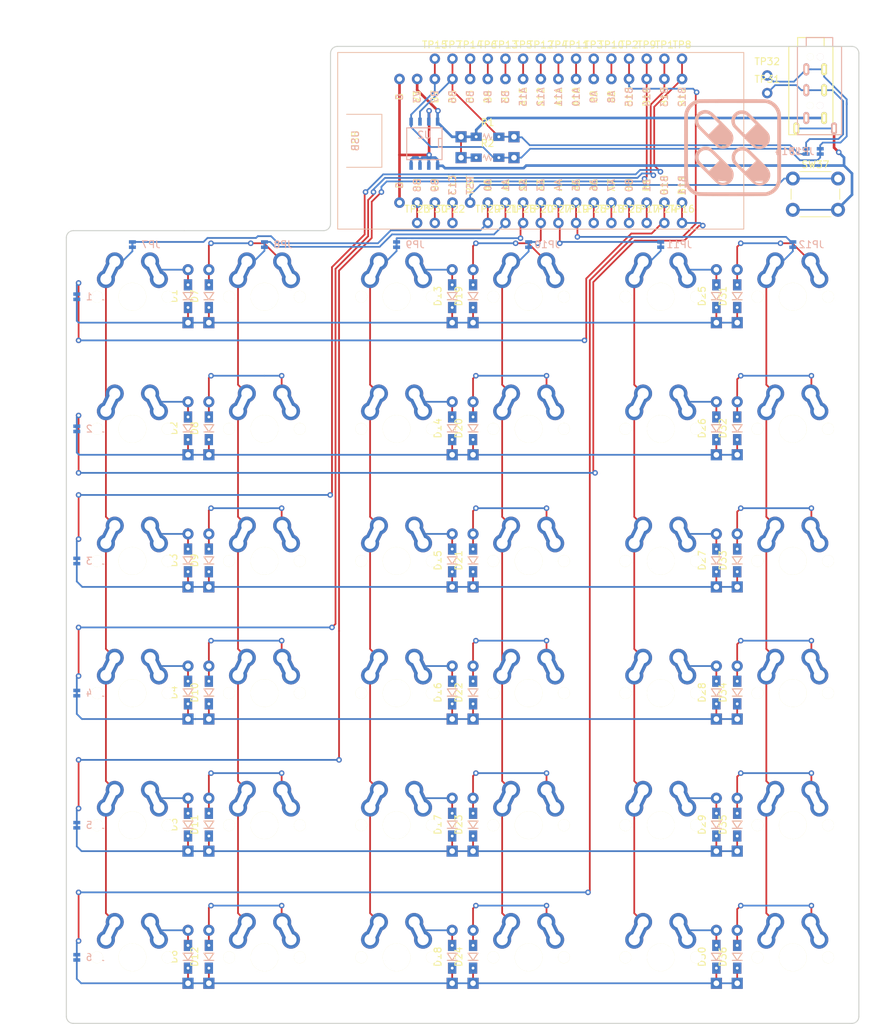
<source format=kicad_pcb>
(kicad_pcb (version 20171130) (host pcbnew "(5.0.0)")
  (layers (0 F.Cu signal) (31 B.Cu signal) (34 B.Paste user) (35 F.Paste user) (36 B.SilkS user) (37 F.SilkS user) (38 B.Mask user) (39 F.Mask user) (44 Edge.Cuts user))
  (net 0 "")
  (net 1 "Net-(D1-Pad2)")
  (net 2 "Net-(D1-Pad1)")
  (net 3 "Net-(D14-Pad1)")
  (net 4 "Net-(D2-Pad2)")
  (net 5 "Net-(D15-Pad1)")
  (net 6 "Net-(D3-Pad2)")
  (net 7 "Net-(D10-Pad1)")
  (net 8 "Net-(D4-Pad2)")
  (net 9 "Net-(D5-Pad2)")
  (net 10 "Net-(D11-Pad1)")
  (net 11 "Net-(D6-Pad2)")
  (net 12 "Net-(D12-Pad1)")
  (net 13 "Net-(D7-Pad2)")
  (net 14 "Net-(D8-Pad2)")
  (net 15 "Net-(D9-Pad2)")
  (net 16 "Net-(D10-Pad2)")
  (net 17 "Net-(D11-Pad2)")
  (net 18 "Net-(D12-Pad2)")
  (net 19 "Net-(D13-Pad2)")
  (net 20 "Net-(D14-Pad2)")
  (net 21 "Net-(D15-Pad2)")
  (net 22 "Net-(D16-Pad2)")
  (net 23 "Net-(D17-Pad2)")
  (net 24 "Net-(D18-Pad2)")
  (net 25 "Net-(D19-Pad2)")
  (net 26 "Net-(D20-Pad2)")
  (net 27 "Net-(D21-Pad2)")
  (net 28 "Net-(D22-Pad2)")
  (net 29 "Net-(D23-Pad2)")
  (net 30 "Net-(D24-Pad2)")
  (net 31 "Net-(D25-Pad2)")
  (net 32 "Net-(D26-Pad2)")
  (net 33 "Net-(D27-Pad2)")
  (net 34 "Net-(D28-Pad2)")
  (net 35 "Net-(D29-Pad2)")
  (net 36 "Net-(D30-Pad2)")
  (net 37 "Net-(D31-Pad2)")
  (net 38 "Net-(D32-Pad2)")
  (net 39 "Net-(D33-Pad2)")
  (net 40 "Net-(D34-Pad2)")
  (net 41 "Net-(D35-Pad2)")
  (net 42 "Net-(D36-Pad2)")
  (net 43 ROW0)
  (net 44 ROW1)
  (net 45 ROW2)
  (net 46 ROW3)
  (net 47 ROW4)
  (net 48 ROW5)
  (net 49 COL0)
  (net 50 COL1)
  (net 51 COL2)
  (net 52 COL3)
  (net 53 COL4)
  (net 54 COL5)
  (net 55 VCC)
  (net 56 SCL1)
  (net 57 SDA1)
  (net 58 "Net-(JP7-Pad2)")
  (net 59 "Net-(JP8-Pad2)")
  (net 60 "Net-(JP9-Pad2)")
  (net 61 "Net-(JP10-Pad2)")
  (net 62 "Net-(JP11-Pad2)")
  (net 63 "Net-(JP12-Pad2)")
  (net 64 RESET)
  (net 65 GND)
  (net 66 "Net-(TP3-Pad1)")
  (net 67 "Net-(TP4-Pad1)")
  (net 68 "Net-(TP5-Pad1)")
  (net 69 "Net-(TP6-Pad1)")
  (net 70 "Net-(TP10-Pad1)")
  (net 71 "Net-(TP11-Pad1)")
  (net 72 "Net-(TP12-Pad1)")
  (net 73 "Net-(TP13-Pad1)")
  (net 74 "Net-(TP14-Pad1)")
  (net 75 "Net-(TP17-Pad1)")
  (net 76 "Net-(TP18-Pad1)")
  (net 77 "Net-(TP22-Pad1)")
  (net 78 "Net-(TP23-Pad1)")
  (net 79 "Net-(TP25-Pad1)")
  (net 80 "Net-(TP26-Pad1)")
  (net 81 "Net-(TP30-Pad1)")
  (net 82 "Net-(J1-PadR2)")
  (net 83 "Net-(J1-PadR1)")
  (module pillcase36:JP (layer B.Cu) (at 94 67.5 180)
    (fp_text reference JP9 (at -2.667 0 180) (layer B.SilkS) (effects (justify mirror)))
    (fp_text value SolderJumper_2_Bridged)
    (pad 1 smd rect (at 0 0 180) (size 0.3 0.5) (layers B.Cu B.Paste B.Mask) (net 51 COL2))
    (pad 2 smd rect (at 0 -0.381 180) (size 1 0.5) (layers B.Cu B.Paste B.Mask) (net 60 "Net-(JP9-Pad2)"))
    (pad 1 smd rect (at 0 0.381 180) (size 1 0.5) (layers B.Cu B.Paste B.Mask) (net 51 COL2))
  )
  (module pillcase36:JP (layer B.Cu) (at 48 132 180)
    (fp_text reference JP4 (at -2.667 0 180) (layer B.SilkS) (effects (justify mirror)))
    (fp_text value SolderJumper_2_Bridged)
    (pad 1 smd rect (at 0 0 180) (size 0.3 0.5) (layers B.Cu B.Paste B.Mask) (net 46 ROW3))
    (pad 2 smd rect (at 0 -0.381 180) (size 1 0.5) (layers B.Cu B.Paste B.Mask) (net 7 "Net-(D10-Pad1)"))
    (pad 1 smd rect (at 0 0.381 180) (size 1 0.5) (layers B.Cu B.Paste B.Mask) (net 46 ROW3))
  )
  (module pillcase36:JP (layer B.Cu) (at 48 75 180)
    (fp_text reference JP1 (at -2.667 0 180) (layer B.SilkS) (effects (justify mirror)))
    (fp_text value SolderJumper_2_Bridged)
    (pad 1 smd rect (at 0 0 180) (size 0.3 0.5) (layers B.Cu B.Paste B.Mask) (net 43 ROW0))
    (pad 2 smd rect (at 0 -0.381 180) (size 1 0.5) (layers B.Cu B.Paste B.Mask) (net 2 "Net-(D1-Pad1)"))
    (pad 1 smd rect (at 0 0.381 180) (size 1 0.5) (layers B.Cu B.Paste B.Mask) (net 43 ROW0))
  )
  (module pillcase36:JP (layer B.Cu) (at 48 94 180)
    (fp_text reference JP2 (at -2.667 0 180) (layer B.SilkS) (effects (justify mirror)))
    (fp_text value SolderJumper_2_Bridged)
    (pad 1 smd rect (at 0 0 180) (size 0.3 0.5) (layers B.Cu B.Paste B.Mask) (net 44 ROW1))
    (pad 2 smd rect (at 0 -0.381 180) (size 1 0.5) (layers B.Cu B.Paste B.Mask) (net 3 "Net-(D14-Pad1)"))
    (pad 1 smd rect (at 0 0.381 180) (size 1 0.5) (layers B.Cu B.Paste B.Mask) (net 44 ROW1))
  )
  (module pillcase36:JP (layer B.Cu) (at 48 113 180)
    (fp_text reference JP3 (at -2.667 0 180) (layer B.SilkS) (effects (justify mirror)))
    (fp_text value SolderJumper_2_Bridged)
    (pad 1 smd rect (at 0 0 180) (size 0.3 0.5) (layers B.Cu B.Paste B.Mask) (net 45 ROW2))
    (pad 2 smd rect (at 0 -0.381 180) (size 1 0.5) (layers B.Cu B.Paste B.Mask) (net 5 "Net-(D15-Pad1)"))
    (pad 1 smd rect (at 0 0.381 180) (size 1 0.5) (layers B.Cu B.Paste B.Mask) (net 45 ROW2))
  )
  (module pillcase36:JP (layer B.Cu) (at 48 170 180)
    (fp_text reference JP6 (at -2.667 0 180) (layer B.SilkS) (effects (justify mirror)))
    (fp_text value SolderJumper_2_Bridged)
    (pad 1 smd rect (at 0 0 180) (size 0.3 0.5) (layers B.Cu B.Paste B.Mask) (net 48 ROW5))
    (pad 2 smd rect (at 0 -0.381 180) (size 1 0.5) (layers B.Cu B.Paste B.Mask) (net 12 "Net-(D12-Pad1)"))
    (pad 1 smd rect (at 0 0.381 180) (size 1 0.5) (layers B.Cu B.Paste B.Mask) (net 48 ROW5))
  )
  (module pillcase36:JP (layer B.Cu) (at 56 67.5 180)
    (fp_text reference JP7 (at -2.667 0 180) (layer B.SilkS) (effects (justify mirror)))
    (fp_text value SolderJumper_2_Bridged)
    (pad 1 smd rect (at 0 0 180) (size 0.3 0.5) (layers B.Cu B.Paste B.Mask) (net 49 COL0))
    (pad 2 smd rect (at 0 -0.381 180) (size 1 0.5) (layers B.Cu B.Paste B.Mask) (net 58 "Net-(JP7-Pad2)"))
    (pad 1 smd rect (at 0 0.381 180) (size 1 0.5) (layers B.Cu B.Paste B.Mask) (net 49 COL0))
  )
  (module pillcase36:JP (layer B.Cu) (at 75 67.5 180)
    (fp_text reference JP8 (at -2.667 0 180) (layer B.SilkS) (effects (justify mirror)))
    (fp_text value SolderJumper_2_Bridged)
    (pad 1 smd rect (at 0 0 180) (size 0.3 0.5) (layers B.Cu B.Paste B.Mask) (net 50 COL1))
    (pad 2 smd rect (at 0 -0.381 180) (size 1 0.5) (layers B.Cu B.Paste B.Mask) (net 59 "Net-(JP8-Pad2)"))
    (pad 1 smd rect (at 0 0.381 180) (size 1 0.5) (layers B.Cu B.Paste B.Mask) (net 50 COL1))
  )
  (module pillcase36:JP (layer B.Cu) (at 113 67.5 180)
    (fp_text reference JP10 (at -2.667 0 180) (layer B.SilkS) (effects (justify mirror)))
    (fp_text value SolderJumper_2_Bridged)
    (pad 1 smd rect (at 0 0 180) (size 0.3 0.5) (layers B.Cu B.Paste B.Mask) (net 52 COL3))
    (pad 2 smd rect (at 0 -0.381 180) (size 1 0.5) (layers B.Cu B.Paste B.Mask) (net 61 "Net-(JP10-Pad2)"))
    (pad 1 smd rect (at 0 0.381 180) (size 1 0.5) (layers B.Cu B.Paste B.Mask) (net 52 COL3))
  )
  (module pillcase36:JP (layer B.Cu) (at 151 67.5 180)
    (fp_text reference JP12 (at -2.667 0 180) (layer B.SilkS) (effects (justify mirror)))
    (fp_text value SolderJumper_2_Bridged)
    (pad 1 smd rect (at 0 0 180) (size 0.3 0.5) (layers B.Cu B.Paste B.Mask) (net 54 COL5))
    (pad 2 smd rect (at 0 -0.381 180) (size 1 0.5) (layers B.Cu B.Paste B.Mask) (net 63 "Net-(JP12-Pad2)"))
    (pad 1 smd rect (at 0 0.381 180) (size 1 0.5) (layers B.Cu B.Paste B.Mask) (net 54 COL5))
  )
  (module pillcase36:JP (layer B.Cu) (at 48 151 180)
    (fp_text reference JP5 (at -2.667 0 180) (layer B.SilkS) (effects (justify mirror)))
    (fp_text value SolderJumper_2_Bridged)
    (pad 1 smd rect (at 0 0 180) (size 0.3 0.5) (layers B.Cu B.Paste B.Mask) (net 47 ROW4))
    (pad 2 smd rect (at 0 -0.381 180) (size 1 0.5) (layers B.Cu B.Paste B.Mask) (net 10 "Net-(D11-Pad1)"))
    (pad 1 smd rect (at 0 0.381 180) (size 1 0.5) (layers B.Cu B.Paste B.Mask) (net 47 ROW4))
  )
  (module pillcase36:JP (layer B.Cu) (at 132 67.5 180)
    (fp_text reference JP11 (at -2.667 0 180) (layer B.SilkS) (effects (justify mirror)))
    (fp_text value SolderJumper_2_Bridged)
    (pad 1 smd rect (at 0 0 180) (size 0.3 0.5) (layers B.Cu B.Paste B.Mask) (net 53 COL4))
    (pad 2 smd rect (at 0 -0.381 180) (size 1 0.5) (layers B.Cu B.Paste B.Mask) (net 62 "Net-(JP11-Pad2)"))
    (pad 1 smd rect (at 0 0.381 180) (size 1 0.5) (layers B.Cu B.Paste B.Mask) (net 53 COL4))
  )
  (module pillcase36:trrs_jack_aki_flip (layer F.Cu) (at 155.5 39 270)
    (fp_text reference J1 hide)
    (fp_text value AudioJack4_Ground)
    (pad "" np_thru_hole circle (at 1.5 0.56843 270) (size 0.9906 0.9906) (drill 0.9906) (layers *.Cu *.Mask B.SilkS))
    (pad R1 thru_hole oval (at 6.3 2.56843 270) (size 1.7526 0.85) (drill oval 1.1 0.35) (layers *.Cu *.Mask B.SilkS) (net 83 "Net-(J1-PadR1)"))
    (pad T thru_hole oval (at 10.3 2.56843 270) (size 1.7526 0.85) (drill oval 1.1 0.35) (layers *.Cu *.Mask B.SilkS) (net 55 VCC))
    (pad "" np_thru_hole circle (at 8.5 0.56843 270) (size 0.9906 0.9906) (drill 0.9906) (layers *.Cu *.Mask B.SilkS))
    (pad S thru_hole oval (at 11.8 -1.43157 270) (size 1.7526 0.85) (drill oval 1.1 0.35) (layers *.Cu *.Mask B.SilkS) (net 65 GND))
    (pad R2 thru_hole oval (at 3.3 2.56843 270) (size 1.7526 0.85) (drill oval 1.1 0.35) (layers *.Cu *.Mask B.SilkS) (net 82 "Net-(J1-PadR2)"))
    (pad "" np_thru_hole circle (at 8.5 2 270) (size 0.9906 0.9906) (drill 0.9906) (layers *.Cu *.Mask F.SilkS))
    (pad R2 thru_hole oval (at 3.3 0 270) (size 1.7526 0.85) (drill oval 1.1 0.35) (layers *.Cu *.Mask F.SilkS) (net 82 "Net-(J1-PadR2)"))
    (pad T thru_hole oval (at 10.3 0 270) (size 1.7526 0.85) (drill oval 1.1 0.35) (layers *.Cu *.Mask F.SilkS) (net 55 VCC))
    (pad S thru_hole oval (at 11.8 4 270) (size 1.7526 0.85) (drill oval 1.1 0.35) (layers *.Cu *.Mask F.SilkS) (net 65 GND))
    (pad R1 thru_hole oval (at 6.3 0 270) (size 1.7526 0.85) (drill oval 1.1 0.35) (layers *.Cu *.Mask F.SilkS) (net 83 "Net-(J1-PadR1)"))
    (pad "" np_thru_hole circle (at 1.5 2 270) (size 0.9906 0.9906) (drill 0.9906) (layers *.Cu *.Mask F.SilkS))
  )
  (module pillcase36:Diode_SMD_THT_N (layer F.Cu) (at 64 80 90)
    (fp_text reference D1 (at 5.08 -2.06 90) (layer F.SilkS))
    (fp_text value D)
    (pad 2 thru_hole rect (at 6.71 0 90) (size 1.6 1.2) (drill 0.4) (layers *.Cu *.Mask) (net 1 "Net-(D1-Pad2)"))
    (pad 1 thru_hole rect (at 1.27 0 90) (size 1.6 1.6) (drill 0.8) (layers *.Cu *.Mask) (net 2 "Net-(D1-Pad1)"))
    (pad 2 thru_hole oval (at 8.89 0 90) (size 1.6 1.6) (drill 0.8) (layers *.Cu *.Mask) (net 1 "Net-(D1-Pad2)"))
    (pad 1 thru_hole rect (at 3.45 0 90) (size 1.6 1.2) (drill 0.4) (layers *.Cu *.Mask) (net 2 "Net-(D1-Pad1)"))
  )
  (module pillcase36:Diode_SMD_THT_N (layer F.Cu) (at 64 99 90)
    (fp_text reference D2 (at 5.08 -2.06 90) (layer F.SilkS))
    (fp_text value D)
    (pad 1 thru_hole rect (at 3.45 0 90) (size 1.6 1.2) (drill 0.4) (layers *.Cu *.Mask) (net 3 "Net-(D14-Pad1)"))
    (pad 2 thru_hole oval (at 8.89 0 90) (size 1.6 1.6) (drill 0.8) (layers *.Cu *.Mask) (net 4 "Net-(D2-Pad2)"))
    (pad 1 thru_hole rect (at 1.27 0 90) (size 1.6 1.6) (drill 0.8) (layers *.Cu *.Mask) (net 3 "Net-(D14-Pad1)"))
    (pad 2 thru_hole rect (at 6.71 0 90) (size 1.6 1.2) (drill 0.4) (layers *.Cu *.Mask) (net 4 "Net-(D2-Pad2)"))
  )
  (module pillcase36:Diode_SMD_THT_N (layer F.Cu) (at 64 118 90)
    (fp_text reference D3 (at 5.08 -2.06 90) (layer F.SilkS))
    (fp_text value D)
    (pad 1 thru_hole rect (at 3.45 0 90) (size 1.6 1.2) (drill 0.4) (layers *.Cu *.Mask) (net 5 "Net-(D15-Pad1)"))
    (pad 2 thru_hole oval (at 8.89 0 90) (size 1.6 1.6) (drill 0.8) (layers *.Cu *.Mask) (net 6 "Net-(D3-Pad2)"))
    (pad 1 thru_hole rect (at 1.27 0 90) (size 1.6 1.6) (drill 0.8) (layers *.Cu *.Mask) (net 5 "Net-(D15-Pad1)"))
    (pad 2 thru_hole rect (at 6.71 0 90) (size 1.6 1.2) (drill 0.4) (layers *.Cu *.Mask) (net 6 "Net-(D3-Pad2)"))
  )
  (module pillcase36:Diode_SMD_THT_N (layer F.Cu) (at 64 137 90)
    (fp_text reference D4 (at 5.08 -2.06 90) (layer F.SilkS))
    (fp_text value D)
    (pad 1 thru_hole rect (at 3.45 0 90) (size 1.6 1.2) (drill 0.4) (layers *.Cu *.Mask) (net 7 "Net-(D10-Pad1)"))
    (pad 2 thru_hole oval (at 8.89 0 90) (size 1.6 1.6) (drill 0.8) (layers *.Cu *.Mask) (net 8 "Net-(D4-Pad2)"))
    (pad 1 thru_hole rect (at 1.27 0 90) (size 1.6 1.6) (drill 0.8) (layers *.Cu *.Mask) (net 7 "Net-(D10-Pad1)"))
    (pad 2 thru_hole rect (at 6.71 0 90) (size 1.6 1.2) (drill 0.4) (layers *.Cu *.Mask) (net 8 "Net-(D4-Pad2)"))
  )
  (module pillcase36:Diode_SMD_THT_N (layer F.Cu) (at 64 156 90)
    (fp_text reference D5 (at 5.08 -2.06 90) (layer F.SilkS))
    (fp_text value D)
    (pad 2 thru_hole rect (at 6.71 0 90) (size 1.6 1.2) (drill 0.4) (layers *.Cu *.Mask) (net 9 "Net-(D5-Pad2)"))
    (pad 1 thru_hole rect (at 1.27 0 90) (size 1.6 1.6) (drill 0.8) (layers *.Cu *.Mask) (net 10 "Net-(D11-Pad1)"))
    (pad 2 thru_hole oval (at 8.89 0 90) (size 1.6 1.6) (drill 0.8) (layers *.Cu *.Mask) (net 9 "Net-(D5-Pad2)"))
    (pad 1 thru_hole rect (at 3.45 0 90) (size 1.6 1.2) (drill 0.4) (layers *.Cu *.Mask) (net 10 "Net-(D11-Pad1)"))
  )
  (module pillcase36:Diode_SMD_THT_N (layer F.Cu) (at 64 175 90)
    (fp_text reference D6 (at 5.08 -2.06 90) (layer F.SilkS))
    (fp_text value D)
    (pad 2 thru_hole rect (at 6.71 0 90) (size 1.6 1.2) (drill 0.4) (layers *.Cu *.Mask) (net 11 "Net-(D6-Pad2)"))
    (pad 1 thru_hole rect (at 1.27 0 90) (size 1.6 1.6) (drill 0.8) (layers *.Cu *.Mask) (net 12 "Net-(D12-Pad1)"))
    (pad 2 thru_hole oval (at 8.89 0 90) (size 1.6 1.6) (drill 0.8) (layers *.Cu *.Mask) (net 11 "Net-(D6-Pad2)"))
    (pad 1 thru_hole rect (at 3.45 0 90) (size 1.6 1.2) (drill 0.4) (layers *.Cu *.Mask) (net 12 "Net-(D12-Pad1)"))
  )
  (module pillcase36:Diode_SMD_THT_N (layer F.Cu) (at 67 80 90)
    (fp_text reference D7 (at 5.08 -2.06 90) (layer F.SilkS))
    (fp_text value D)
    (pad 1 thru_hole rect (at 3.45 0 90) (size 1.6 1.2) (drill 0.4) (layers *.Cu *.Mask) (net 2 "Net-(D1-Pad1)"))
    (pad 2 thru_hole oval (at 8.89 0 90) (size 1.6 1.6) (drill 0.8) (layers *.Cu *.Mask) (net 13 "Net-(D7-Pad2)"))
    (pad 1 thru_hole rect (at 1.27 0 90) (size 1.6 1.6) (drill 0.8) (layers *.Cu *.Mask) (net 2 "Net-(D1-Pad1)"))
    (pad 2 thru_hole rect (at 6.71 0 90) (size 1.6 1.2) (drill 0.4) (layers *.Cu *.Mask) (net 13 "Net-(D7-Pad2)"))
  )
  (module pillcase36:Diode_SMD_THT_N (layer F.Cu) (at 67 99 90)
    (fp_text reference D8 (at 5.08 -2.06 90) (layer F.SilkS))
    (fp_text value D)
    (pad 2 thru_hole rect (at 6.71 0 90) (size 1.6 1.2) (drill 0.4) (layers *.Cu *.Mask) (net 14 "Net-(D8-Pad2)"))
    (pad 1 thru_hole rect (at 1.27 0 90) (size 1.6 1.6) (drill 0.8) (layers *.Cu *.Mask) (net 3 "Net-(D14-Pad1)"))
    (pad 2 thru_hole oval (at 8.89 0 90) (size 1.6 1.6) (drill 0.8) (layers *.Cu *.Mask) (net 14 "Net-(D8-Pad2)"))
    (pad 1 thru_hole rect (at 3.45 0 90) (size 1.6 1.2) (drill 0.4) (layers *.Cu *.Mask) (net 3 "Net-(D14-Pad1)"))
  )
  (module pillcase36:Diode_SMD_THT_N (layer F.Cu) (at 67 118 90)
    (fp_text reference D9 (at 5.08 -2.06 90) (layer F.SilkS))
    (fp_text value D)
    (pad 1 thru_hole rect (at 3.45 0 90) (size 1.6 1.2) (drill 0.4) (layers *.Cu *.Mask) (net 5 "Net-(D15-Pad1)"))
    (pad 2 thru_hole oval (at 8.89 0 90) (size 1.6 1.6) (drill 0.8) (layers *.Cu *.Mask) (net 15 "Net-(D9-Pad2)"))
    (pad 1 thru_hole rect (at 1.27 0 90) (size 1.6 1.6) (drill 0.8) (layers *.Cu *.Mask) (net 5 "Net-(D15-Pad1)"))
    (pad 2 thru_hole rect (at 6.71 0 90) (size 1.6 1.2) (drill 0.4) (layers *.Cu *.Mask) (net 15 "Net-(D9-Pad2)"))
  )
  (module pillcase36:Diode_SMD_THT_N (layer F.Cu) (at 67 137 90)
    (fp_text reference D10 (at 5.08 -2.06 90) (layer F.SilkS))
    (fp_text value D)
    (pad 1 thru_hole rect (at 3.45 0 90) (size 1.6 1.2) (drill 0.4) (layers *.Cu *.Mask) (net 7 "Net-(D10-Pad1)"))
    (pad 2 thru_hole oval (at 8.89 0 90) (size 1.6 1.6) (drill 0.8) (layers *.Cu *.Mask) (net 16 "Net-(D10-Pad2)"))
    (pad 1 thru_hole rect (at 1.27 0 90) (size 1.6 1.6) (drill 0.8) (layers *.Cu *.Mask) (net 7 "Net-(D10-Pad1)"))
    (pad 2 thru_hole rect (at 6.71 0 90) (size 1.6 1.2) (drill 0.4) (layers *.Cu *.Mask) (net 16 "Net-(D10-Pad2)"))
  )
  (module pillcase36:Diode_SMD_THT_N (layer F.Cu) (at 67 156 90)
    (fp_text reference D11 (at 5.08 -2.06 90) (layer F.SilkS))
    (fp_text value D)
    (pad 1 thru_hole rect (at 3.45 0 90) (size 1.6 1.2) (drill 0.4) (layers *.Cu *.Mask) (net 10 "Net-(D11-Pad1)"))
    (pad 2 thru_hole oval (at 8.89 0 90) (size 1.6 1.6) (drill 0.8) (layers *.Cu *.Mask) (net 17 "Net-(D11-Pad2)"))
    (pad 1 thru_hole rect (at 1.27 0 90) (size 1.6 1.6) (drill 0.8) (layers *.Cu *.Mask) (net 10 "Net-(D11-Pad1)"))
    (pad 2 thru_hole rect (at 6.71 0 90) (size 1.6 1.2) (drill 0.4) (layers *.Cu *.Mask) (net 17 "Net-(D11-Pad2)"))
  )
  (module pillcase36:Diode_SMD_THT_N (layer F.Cu) (at 67 175 90)
    (fp_text reference D12 (at 5.08 -2.06 90) (layer F.SilkS))
    (fp_text value D)
    (pad 2 thru_hole rect (at 6.71 0 90) (size 1.6 1.2) (drill 0.4) (layers *.Cu *.Mask) (net 18 "Net-(D12-Pad2)"))
    (pad 1 thru_hole rect (at 1.27 0 90) (size 1.6 1.6) (drill 0.8) (layers *.Cu *.Mask) (net 12 "Net-(D12-Pad1)"))
    (pad 2 thru_hole oval (at 8.89 0 90) (size 1.6 1.6) (drill 0.8) (layers *.Cu *.Mask) (net 18 "Net-(D12-Pad2)"))
    (pad 1 thru_hole rect (at 3.45 0 90) (size 1.6 1.2) (drill 0.4) (layers *.Cu *.Mask) (net 12 "Net-(D12-Pad1)"))
  )
  (module pillcase36:Diode_SMD_THT_N (layer F.Cu) (at 102 80 90)
    (fp_text reference D13 (at 5.08 -2.06 90) (layer F.SilkS))
    (fp_text value D)
    (pad 1 thru_hole rect (at 3.45 0 90) (size 1.6 1.2) (drill 0.4) (layers *.Cu *.Mask) (net 2 "Net-(D1-Pad1)"))
    (pad 2 thru_hole oval (at 8.89 0 90) (size 1.6 1.6) (drill 0.8) (layers *.Cu *.Mask) (net 19 "Net-(D13-Pad2)"))
    (pad 1 thru_hole rect (at 1.27 0 90) (size 1.6 1.6) (drill 0.8) (layers *.Cu *.Mask) (net 2 "Net-(D1-Pad1)"))
    (pad 2 thru_hole rect (at 6.71 0 90) (size 1.6 1.2) (drill 0.4) (layers *.Cu *.Mask) (net 19 "Net-(D13-Pad2)"))
  )
  (module pillcase36:Diode_SMD_THT_N (layer F.Cu) (at 102 99 90)
    (fp_text reference D14 (at 5.08 -2.06 90) (layer F.SilkS))
    (fp_text value D)
    (pad 1 thru_hole rect (at 3.45 0 90) (size 1.6 1.2) (drill 0.4) (layers *.Cu *.Mask) (net 3 "Net-(D14-Pad1)"))
    (pad 2 thru_hole oval (at 8.89 0 90) (size 1.6 1.6) (drill 0.8) (layers *.Cu *.Mask) (net 20 "Net-(D14-Pad2)"))
    (pad 1 thru_hole rect (at 1.27 0 90) (size 1.6 1.6) (drill 0.8) (layers *.Cu *.Mask) (net 3 "Net-(D14-Pad1)"))
    (pad 2 thru_hole rect (at 6.71 0 90) (size 1.6 1.2) (drill 0.4) (layers *.Cu *.Mask) (net 20 "Net-(D14-Pad2)"))
  )
  (module pillcase36:Diode_SMD_THT_N (layer F.Cu) (at 102 118 90)
    (fp_text reference D15 (at 5.08 -2.06 90) (layer F.SilkS))
    (fp_text value D)
    (pad 1 thru_hole rect (at 3.45 0 90) (size 1.6 1.2) (drill 0.4) (layers *.Cu *.Mask) (net 5 "Net-(D15-Pad1)"))
    (pad 2 thru_hole oval (at 8.89 0 90) (size 1.6 1.6) (drill 0.8) (layers *.Cu *.Mask) (net 21 "Net-(D15-Pad2)"))
    (pad 1 thru_hole rect (at 1.27 0 90) (size 1.6 1.6) (drill 0.8) (layers *.Cu *.Mask) (net 5 "Net-(D15-Pad1)"))
    (pad 2 thru_hole rect (at 6.71 0 90) (size 1.6 1.2) (drill 0.4) (layers *.Cu *.Mask) (net 21 "Net-(D15-Pad2)"))
  )
  (module pillcase36:Diode_SMD_THT_N (layer F.Cu) (at 102 137 90)
    (fp_text reference D16 (at 5.08 -2.06 90) (layer F.SilkS))
    (fp_text value D)
    (pad 2 thru_hole rect (at 6.71 0 90) (size 1.6 1.2) (drill 0.4) (layers *.Cu *.Mask) (net 22 "Net-(D16-Pad2)"))
    (pad 1 thru_hole rect (at 1.27 0 90) (size 1.6 1.6) (drill 0.8) (layers *.Cu *.Mask) (net 7 "Net-(D10-Pad1)"))
    (pad 2 thru_hole oval (at 8.89 0 90) (size 1.6 1.6) (drill 0.8) (layers *.Cu *.Mask) (net 22 "Net-(D16-Pad2)"))
    (pad 1 thru_hole rect (at 3.45 0 90) (size 1.6 1.2) (drill 0.4) (layers *.Cu *.Mask) (net 7 "Net-(D10-Pad1)"))
  )
  (module pillcase36:Diode_SMD_THT_N (layer F.Cu) (at 102 156 90)
    (fp_text reference D17 (at 5.08 -2.06 90) (layer F.SilkS))
    (fp_text value D)
    (pad 1 thru_hole rect (at 3.45 0 90) (size 1.6 1.2) (drill 0.4) (layers *.Cu *.Mask) (net 10 "Net-(D11-Pad1)"))
    (pad 2 thru_hole oval (at 8.89 0 90) (size 1.6 1.6) (drill 0.8) (layers *.Cu *.Mask) (net 23 "Net-(D17-Pad2)"))
    (pad 1 thru_hole rect (at 1.27 0 90) (size 1.6 1.6) (drill 0.8) (layers *.Cu *.Mask) (net 10 "Net-(D11-Pad1)"))
    (pad 2 thru_hole rect (at 6.71 0 90) (size 1.6 1.2) (drill 0.4) (layers *.Cu *.Mask) (net 23 "Net-(D17-Pad2)"))
  )
  (module pillcase36:Diode_SMD_THT_N (layer F.Cu) (at 102 175 90)
    (fp_text reference D18 (at 5.08 -2.06 90) (layer F.SilkS))
    (fp_text value D)
    (pad 2 thru_hole rect (at 6.71 0 90) (size 1.6 1.2) (drill 0.4) (layers *.Cu *.Mask) (net 24 "Net-(D18-Pad2)"))
    (pad 1 thru_hole rect (at 1.27 0 90) (size 1.6 1.6) (drill 0.8) (layers *.Cu *.Mask) (net 12 "Net-(D12-Pad1)"))
    (pad 2 thru_hole oval (at 8.89 0 90) (size 1.6 1.6) (drill 0.8) (layers *.Cu *.Mask) (net 24 "Net-(D18-Pad2)"))
    (pad 1 thru_hole rect (at 3.45 0 90) (size 1.6 1.2) (drill 0.4) (layers *.Cu *.Mask) (net 12 "Net-(D12-Pad1)"))
  )
  (module pillcase36:Diode_SMD_THT_N (layer F.Cu) (at 105 80 90)
    (fp_text reference D19 (at 5.08 -2.06 90) (layer F.SilkS))
    (fp_text value D)
    (pad 2 thru_hole rect (at 6.71 0 90) (size 1.6 1.2) (drill 0.4) (layers *.Cu *.Mask) (net 25 "Net-(D19-Pad2)"))
    (pad 1 thru_hole rect (at 1.27 0 90) (size 1.6 1.6) (drill 0.8) (layers *.Cu *.Mask) (net 2 "Net-(D1-Pad1)"))
    (pad 2 thru_hole oval (at 8.89 0 90) (size 1.6 1.6) (drill 0.8) (layers *.Cu *.Mask) (net 25 "Net-(D19-Pad2)"))
    (pad 1 thru_hole rect (at 3.45 0 90) (size 1.6 1.2) (drill 0.4) (layers *.Cu *.Mask) (net 2 "Net-(D1-Pad1)"))
  )
  (module pillcase36:Diode_SMD_THT_N (layer F.Cu) (at 105 99 90)
    (fp_text reference D20 (at 5.08 -2.06 90) (layer F.SilkS))
    (fp_text value D)
    (pad 2 thru_hole rect (at 6.71 0 90) (size 1.6 1.2) (drill 0.4) (layers *.Cu *.Mask) (net 26 "Net-(D20-Pad2)"))
    (pad 1 thru_hole rect (at 1.27 0 90) (size 1.6 1.6) (drill 0.8) (layers *.Cu *.Mask) (net 3 "Net-(D14-Pad1)"))
    (pad 2 thru_hole oval (at 8.89 0 90) (size 1.6 1.6) (drill 0.8) (layers *.Cu *.Mask) (net 26 "Net-(D20-Pad2)"))
    (pad 1 thru_hole rect (at 3.45 0 90) (size 1.6 1.2) (drill 0.4) (layers *.Cu *.Mask) (net 3 "Net-(D14-Pad1)"))
  )
  (module pillcase36:Diode_SMD_THT_N (layer F.Cu) (at 105 118 90)
    (fp_text reference D21 (at 5.08 -2.06 90) (layer F.SilkS))
    (fp_text value D)
    (pad 1 thru_hole rect (at 3.45 0 90) (size 1.6 1.2) (drill 0.4) (layers *.Cu *.Mask) (net 5 "Net-(D15-Pad1)"))
    (pad 2 thru_hole oval (at 8.89 0 90) (size 1.6 1.6) (drill 0.8) (layers *.Cu *.Mask) (net 27 "Net-(D21-Pad2)"))
    (pad 1 thru_hole rect (at 1.27 0 90) (size 1.6 1.6) (drill 0.8) (layers *.Cu *.Mask) (net 5 "Net-(D15-Pad1)"))
    (pad 2 thru_hole rect (at 6.71 0 90) (size 1.6 1.2) (drill 0.4) (layers *.Cu *.Mask) (net 27 "Net-(D21-Pad2)"))
  )
  (module pillcase36:Diode_SMD_THT_N (layer F.Cu) (at 105 137 90)
    (fp_text reference D22 (at 5.08 -2.06 90) (layer F.SilkS))
    (fp_text value D)
    (pad 2 thru_hole rect (at 6.71 0 90) (size 1.6 1.2) (drill 0.4) (layers *.Cu *.Mask) (net 28 "Net-(D22-Pad2)"))
    (pad 1 thru_hole rect (at 1.27 0 90) (size 1.6 1.6) (drill 0.8) (layers *.Cu *.Mask) (net 7 "Net-(D10-Pad1)"))
    (pad 2 thru_hole oval (at 8.89 0 90) (size 1.6 1.6) (drill 0.8) (layers *.Cu *.Mask) (net 28 "Net-(D22-Pad2)"))
    (pad 1 thru_hole rect (at 3.45 0 90) (size 1.6 1.2) (drill 0.4) (layers *.Cu *.Mask) (net 7 "Net-(D10-Pad1)"))
  )
  (module pillcase36:Diode_SMD_THT_N (layer F.Cu) (at 105 156 90)
    (fp_text reference D23 (at 5.08 -2.06 90) (layer F.SilkS))
    (fp_text value D)
    (pad 1 thru_hole rect (at 3.45 0 90) (size 1.6 1.2) (drill 0.4) (layers *.Cu *.Mask) (net 10 "Net-(D11-Pad1)"))
    (pad 2 thru_hole oval (at 8.89 0 90) (size 1.6 1.6) (drill 0.8) (layers *.Cu *.Mask) (net 29 "Net-(D23-Pad2)"))
    (pad 1 thru_hole rect (at 1.27 0 90) (size 1.6 1.6) (drill 0.8) (layers *.Cu *.Mask) (net 10 "Net-(D11-Pad1)"))
    (pad 2 thru_hole rect (at 6.71 0 90) (size 1.6 1.2) (drill 0.4) (layers *.Cu *.Mask) (net 29 "Net-(D23-Pad2)"))
  )
  (module pillcase36:Diode_SMD_THT_N (layer F.Cu) (at 105 175 90)
    (fp_text reference D24 (at 5.08 -2.06 90) (layer F.SilkS))
    (fp_text value D)
    (pad 2 thru_hole rect (at 6.71 0 90) (size 1.6 1.2) (drill 0.4) (layers *.Cu *.Mask) (net 30 "Net-(D24-Pad2)"))
    (pad 1 thru_hole rect (at 1.27 0 90) (size 1.6 1.6) (drill 0.8) (layers *.Cu *.Mask) (net 12 "Net-(D12-Pad1)"))
    (pad 2 thru_hole oval (at 8.89 0 90) (size 1.6 1.6) (drill 0.8) (layers *.Cu *.Mask) (net 30 "Net-(D24-Pad2)"))
    (pad 1 thru_hole rect (at 3.45 0 90) (size 1.6 1.2) (drill 0.4) (layers *.Cu *.Mask) (net 12 "Net-(D12-Pad1)"))
  )
  (module pillcase36:Diode_SMD_THT_N (layer F.Cu) (at 140 80 90)
    (fp_text reference D25 (at 5.08 -2.06 90) (layer F.SilkS))
    (fp_text value D)
    (pad 1 thru_hole rect (at 3.45 0 90) (size 1.6 1.2) (drill 0.4) (layers *.Cu *.Mask) (net 2 "Net-(D1-Pad1)"))
    (pad 2 thru_hole oval (at 8.89 0 90) (size 1.6 1.6) (drill 0.8) (layers *.Cu *.Mask) (net 31 "Net-(D25-Pad2)"))
    (pad 1 thru_hole rect (at 1.27 0 90) (size 1.6 1.6) (drill 0.8) (layers *.Cu *.Mask) (net 2 "Net-(D1-Pad1)"))
    (pad 2 thru_hole rect (at 6.71 0 90) (size 1.6 1.2) (drill 0.4) (layers *.Cu *.Mask) (net 31 "Net-(D25-Pad2)"))
  )
  (module pillcase36:Diode_SMD_THT_N (layer F.Cu) (at 140 99 90)
    (fp_text reference D26 (at 5.08 -2.06 90) (layer F.SilkS))
    (fp_text value D)
    (pad 1 thru_hole rect (at 3.45 0 90) (size 1.6 1.2) (drill 0.4) (layers *.Cu *.Mask) (net 3 "Net-(D14-Pad1)"))
    (pad 2 thru_hole oval (at 8.89 0 90) (size 1.6 1.6) (drill 0.8) (layers *.Cu *.Mask) (net 32 "Net-(D26-Pad2)"))
    (pad 1 thru_hole rect (at 1.27 0 90) (size 1.6 1.6) (drill 0.8) (layers *.Cu *.Mask) (net 3 "Net-(D14-Pad1)"))
    (pad 2 thru_hole rect (at 6.71 0 90) (size 1.6 1.2) (drill 0.4) (layers *.Cu *.Mask) (net 32 "Net-(D26-Pad2)"))
  )
  (module pillcase36:Diode_SMD_THT_N (layer F.Cu) (at 140 118 90)
    (fp_text reference D27 (at 5.08 -2.06 90) (layer F.SilkS))
    (fp_text value D)
    (pad 1 thru_hole rect (at 3.45 0 90) (size 1.6 1.2) (drill 0.4) (layers *.Cu *.Mask) (net 5 "Net-(D15-Pad1)"))
    (pad 2 thru_hole oval (at 8.89 0 90) (size 1.6 1.6) (drill 0.8) (layers *.Cu *.Mask) (net 33 "Net-(D27-Pad2)"))
    (pad 1 thru_hole rect (at 1.27 0 90) (size 1.6 1.6) (drill 0.8) (layers *.Cu *.Mask) (net 5 "Net-(D15-Pad1)"))
    (pad 2 thru_hole rect (at 6.71 0 90) (size 1.6 1.2) (drill 0.4) (layers *.Cu *.Mask) (net 33 "Net-(D27-Pad2)"))
  )
  (module pillcase36:Diode_SMD_THT_N (layer F.Cu) (at 140 137 90)
    (fp_text reference D28 (at 5.08 -2.06 90) (layer F.SilkS))
    (fp_text value D)
    (pad 2 thru_hole rect (at 6.71 0 90) (size 1.6 1.2) (drill 0.4) (layers *.Cu *.Mask) (net 34 "Net-(D28-Pad2)"))
    (pad 1 thru_hole rect (at 1.27 0 90) (size 1.6 1.6) (drill 0.8) (layers *.Cu *.Mask) (net 7 "Net-(D10-Pad1)"))
    (pad 2 thru_hole oval (at 8.89 0 90) (size 1.6 1.6) (drill 0.8) (layers *.Cu *.Mask) (net 34 "Net-(D28-Pad2)"))
    (pad 1 thru_hole rect (at 3.45 0 90) (size 1.6 1.2) (drill 0.4) (layers *.Cu *.Mask) (net 7 "Net-(D10-Pad1)"))
  )
  (module pillcase36:Diode_SMD_THT_N (layer F.Cu) (at 140 156 90)
    (fp_text reference D29 (at 5.08 -2.06 90) (layer F.SilkS))
    (fp_text value D)
    (pad 1 thru_hole rect (at 3.45 0 90) (size 1.6 1.2) (drill 0.4) (layers *.Cu *.Mask) (net 10 "Net-(D11-Pad1)"))
    (pad 2 thru_hole oval (at 8.89 0 90) (size 1.6 1.6) (drill 0.8) (layers *.Cu *.Mask) (net 35 "Net-(D29-Pad2)"))
    (pad 1 thru_hole rect (at 1.27 0 90) (size 1.6 1.6) (drill 0.8) (layers *.Cu *.Mask) (net 10 "Net-(D11-Pad1)"))
    (pad 2 thru_hole rect (at 6.71 0 90) (size 1.6 1.2) (drill 0.4) (layers *.Cu *.Mask) (net 35 "Net-(D29-Pad2)"))
  )
  (module pillcase36:Diode_SMD_THT_N (layer F.Cu) (at 140 175 90)
    (fp_text reference D30 (at 5.08 -2.06 90) (layer F.SilkS))
    (fp_text value D)
    (pad 2 thru_hole rect (at 6.71 0 90) (size 1.6 1.2) (drill 0.4) (layers *.Cu *.Mask) (net 36 "Net-(D30-Pad2)"))
    (pad 1 thru_hole rect (at 1.27 0 90) (size 1.6 1.6) (drill 0.8) (layers *.Cu *.Mask) (net 12 "Net-(D12-Pad1)"))
    (pad 2 thru_hole oval (at 8.89 0 90) (size 1.6 1.6) (drill 0.8) (layers *.Cu *.Mask) (net 36 "Net-(D30-Pad2)"))
    (pad 1 thru_hole rect (at 3.45 0 90) (size 1.6 1.2) (drill 0.4) (layers *.Cu *.Mask) (net 12 "Net-(D12-Pad1)"))
  )
  (module pillcase36:Diode_SMD_THT_N (layer F.Cu) (at 143 80 90)
    (fp_text reference D31 (at 5.08 -2.06 90) (layer F.SilkS))
    (fp_text value D)
    (pad 2 thru_hole rect (at 6.71 0 90) (size 1.6 1.2) (drill 0.4) (layers *.Cu *.Mask) (net 37 "Net-(D31-Pad2)"))
    (pad 1 thru_hole rect (at 1.27 0 90) (size 1.6 1.6) (drill 0.8) (layers *.Cu *.Mask) (net 2 "Net-(D1-Pad1)"))
    (pad 2 thru_hole oval (at 8.89 0 90) (size 1.6 1.6) (drill 0.8) (layers *.Cu *.Mask) (net 37 "Net-(D31-Pad2)"))
    (pad 1 thru_hole rect (at 3.45 0 90) (size 1.6 1.2) (drill 0.4) (layers *.Cu *.Mask) (net 2 "Net-(D1-Pad1)"))
  )
  (module pillcase36:Diode_SMD_THT_N (layer F.Cu) (at 143 99 90)
    (fp_text reference D32 (at 5.08 -2.06 90) (layer F.SilkS))
    (fp_text value D)
    (pad 2 thru_hole rect (at 6.71 0 90) (size 1.6 1.2) (drill 0.4) (layers *.Cu *.Mask) (net 38 "Net-(D32-Pad2)"))
    (pad 1 thru_hole rect (at 1.27 0 90) (size 1.6 1.6) (drill 0.8) (layers *.Cu *.Mask) (net 3 "Net-(D14-Pad1)"))
    (pad 2 thru_hole oval (at 8.89 0 90) (size 1.6 1.6) (drill 0.8) (layers *.Cu *.Mask) (net 38 "Net-(D32-Pad2)"))
    (pad 1 thru_hole rect (at 3.45 0 90) (size 1.6 1.2) (drill 0.4) (layers *.Cu *.Mask) (net 3 "Net-(D14-Pad1)"))
  )
  (module pillcase36:Diode_SMD_THT_N (layer F.Cu) (at 143 118 90)
    (fp_text reference D33 (at 5.08 -2.06 90) (layer F.SilkS))
    (fp_text value D)
    (pad 1 thru_hole rect (at 3.45 0 90) (size 1.6 1.2) (drill 0.4) (layers *.Cu *.Mask) (net 5 "Net-(D15-Pad1)"))
    (pad 2 thru_hole oval (at 8.89 0 90) (size 1.6 1.6) (drill 0.8) (layers *.Cu *.Mask) (net 39 "Net-(D33-Pad2)"))
    (pad 1 thru_hole rect (at 1.27 0 90) (size 1.6 1.6) (drill 0.8) (layers *.Cu *.Mask) (net 5 "Net-(D15-Pad1)"))
    (pad 2 thru_hole rect (at 6.71 0 90) (size 1.6 1.2) (drill 0.4) (layers *.Cu *.Mask) (net 39 "Net-(D33-Pad2)"))
  )
  (module pillcase36:Diode_SMD_THT_N (layer F.Cu) (at 143 137 90)
    (fp_text reference D34 (at 5.08 -2.06 90) (layer F.SilkS))
    (fp_text value D)
    (pad 2 thru_hole rect (at 6.71 0 90) (size 1.6 1.2) (drill 0.4) (layers *.Cu *.Mask) (net 40 "Net-(D34-Pad2)"))
    (pad 1 thru_hole rect (at 1.27 0 90) (size 1.6 1.6) (drill 0.8) (layers *.Cu *.Mask) (net 7 "Net-(D10-Pad1)"))
    (pad 2 thru_hole oval (at 8.89 0 90) (size 1.6 1.6) (drill 0.8) (layers *.Cu *.Mask) (net 40 "Net-(D34-Pad2)"))
    (pad 1 thru_hole rect (at 3.45 0 90) (size 1.6 1.2) (drill 0.4) (layers *.Cu *.Mask) (net 7 "Net-(D10-Pad1)"))
  )
  (module pillcase36:Diode_SMD_THT_N (layer F.Cu) (at 143 156 90)
    (fp_text reference D35 (at 5.08 -2.06 90) (layer F.SilkS))
    (fp_text value D)
    (pad 2 thru_hole rect (at 6.71 0 90) (size 1.6 1.2) (drill 0.4) (layers *.Cu *.Mask) (net 41 "Net-(D35-Pad2)"))
    (pad 1 thru_hole rect (at 1.27 0 90) (size 1.6 1.6) (drill 0.8) (layers *.Cu *.Mask) (net 10 "Net-(D11-Pad1)"))
    (pad 2 thru_hole oval (at 8.89 0 90) (size 1.6 1.6) (drill 0.8) (layers *.Cu *.Mask) (net 41 "Net-(D35-Pad2)"))
    (pad 1 thru_hole rect (at 3.45 0 90) (size 1.6 1.2) (drill 0.4) (layers *.Cu *.Mask) (net 10 "Net-(D11-Pad1)"))
  )
  (module pillcase36:Diode_SMD_THT_N (layer F.Cu) (at 143 175 90)
    (fp_text reference D36 (at 5.08 -2.06 90) (layer F.SilkS))
    (fp_text value D)
    (pad 2 thru_hole rect (at 6.71 0 90) (size 1.6 1.2) (drill 0.4) (layers *.Cu *.Mask) (net 42 "Net-(D36-Pad2)"))
    (pad 1 thru_hole rect (at 1.27 0 90) (size 1.6 1.6) (drill 0.8) (layers *.Cu *.Mask) (net 12 "Net-(D12-Pad1)"))
    (pad 2 thru_hole oval (at 8.89 0 90) (size 1.6 1.6) (drill 0.8) (layers *.Cu *.Mask) (net 42 "Net-(D36-Pad2)"))
    (pad 1 thru_hole rect (at 3.45 0 90) (size 1.6 1.2) (drill 0.4) (layers *.Cu *.Mask) (net 12 "Net-(D12-Pad1)"))
  )
  (module pillcase36:Resister_SMD_THT_N (layer F.Cu) (at 102 52)
    (fp_text reference R1 (at 5.08 -2.06) (layer F.SilkS))
    (fp_text value 10K)
    (pad 1 thru_hole rect (at 3.45 0) (size 1.6 1.2) (drill 0.4) (layers *.Cu *.Mask) (net 55 VCC))
    (pad 2 thru_hole rect (at 8.89 0) (size 1.6 1.6) (drill 0.8) (layers *.Cu *.Mask) (net 56 SCL1))
    (pad 1 thru_hole rect (at 1.27 0) (size 1.6 1.6) (drill 0.8) (layers *.Cu *.Mask) (net 55 VCC))
    (pad 2 thru_hole rect (at 6.71 0) (size 1.6 1.2) (drill 0.4) (layers *.Cu *.Mask) (net 56 SCL1))
  )
  (module pillcase36:Resister_SMD_THT_N (layer F.Cu) (at 102 55)
    (fp_text reference R2 (at 5.08 -2.06) (layer F.SilkS))
    (fp_text value 10K)
    (pad 2 thru_hole rect (at 6.71 0) (size 1.6 1.2) (drill 0.4) (layers *.Cu *.Mask) (net 57 SDA1))
    (pad 1 thru_hole rect (at 1.27 0) (size 1.6 1.6) (drill 0.8) (layers *.Cu *.Mask) (net 55 VCC))
    (pad 2 thru_hole rect (at 8.89 0) (size 1.6 1.6) (drill 0.8) (layers *.Cu *.Mask) (net 57 SDA1))
    (pad 1 thru_hole rect (at 3.45 0) (size 1.6 1.2) (drill 0.4) (layers *.Cu *.Mask) (net 55 VCC))
  )
  (module pillcase36:key_switch_mx (layer F.Cu) (at 56 75)
    (fp_text reference SW1 hide)
    (fp_text value SW_Push hide)
    (pad 2 thru_hole oval (at 3.175 -3.81 26) (size 2 4) (drill oval 1 3) (layers *.Cu *.Mask) (net 1 "Net-(D1-Pad2)"))
    (pad 1 thru_hole circle (at -3.81 -2.54) (size 2.6 2.6) (drill 1.6) (layers *.Cu *.Mask) (net 58 "Net-(JP7-Pad2)"))
    (pad "" np_thru_hole circle (at 5.08 0) (size 1.7018 1.7018) (drill 1.7018) (layers *.Cu *.Mask F.SilkS) (clearance 0.1524))
    (pad "" np_thru_hole circle (at -5.08 0) (size 1.7018 1.7018) (drill 1.7018) (layers *.Cu *.Mask F.SilkS) (clearance 0.1524))
    (pad "" np_thru_hole circle (at 0 0) (size 3.9878 3.9878) (drill 3.9878) (layers *.Cu *.Mask F.SilkS) (clearance 0.1524))
    (pad 1 thru_hole circle (at -2.54 -5.08) (size 2.6 2.6) (drill 1.6) (layers *.Cu *.Mask) (net 58 "Net-(JP7-Pad2)"))
    (pad 2 thru_hole circle (at 2.54 -5.08) (size 2.6 2.6) (drill 1.6) (layers *.Cu *.Mask) (net 1 "Net-(D1-Pad2)"))
    (pad 2 thru_hole circle (at 3.81 -2.54) (size 2.6 2.6) (drill 1.6) (layers *.Cu *.Mask) (net 1 "Net-(D1-Pad2)"))
    (pad 1 thru_hole oval (at -3.175 -3.81 334) (size 2 4) (drill oval 1 3) (layers *.Cu *.Mask) (net 58 "Net-(JP7-Pad2)"))
  )
  (module pillcase36:key_switch_mx (layer F.Cu) (at 56 94)
    (fp_text reference SW2 hide)
    (fp_text value SW_Push hide)
    (pad 2 thru_hole oval (at 3.175 -3.81 26) (size 2 4) (drill oval 1 3) (layers *.Cu *.Mask) (net 4 "Net-(D2-Pad2)"))
    (pad 1 thru_hole circle (at -3.81 -2.54) (size 2.6 2.6) (drill 1.6) (layers *.Cu *.Mask) (net 58 "Net-(JP7-Pad2)"))
    (pad "" np_thru_hole circle (at 5.08 0) (size 1.7018 1.7018) (drill 1.7018) (layers *.Cu *.Mask F.SilkS) (clearance 0.1524))
    (pad "" np_thru_hole circle (at -5.08 0) (size 1.7018 1.7018) (drill 1.7018) (layers *.Cu *.Mask F.SilkS) (clearance 0.1524))
    (pad "" np_thru_hole circle (at 0 0) (size 3.9878 3.9878) (drill 3.9878) (layers *.Cu *.Mask F.SilkS) (clearance 0.1524))
    (pad 1 thru_hole circle (at -2.54 -5.08) (size 2.6 2.6) (drill 1.6) (layers *.Cu *.Mask) (net 58 "Net-(JP7-Pad2)"))
    (pad 2 thru_hole circle (at 2.54 -5.08) (size 2.6 2.6) (drill 1.6) (layers *.Cu *.Mask) (net 4 "Net-(D2-Pad2)"))
    (pad 2 thru_hole circle (at 3.81 -2.54) (size 2.6 2.6) (drill 1.6) (layers *.Cu *.Mask) (net 4 "Net-(D2-Pad2)"))
    (pad 1 thru_hole oval (at -3.175 -3.81 334) (size 2 4) (drill oval 1 3) (layers *.Cu *.Mask) (net 58 "Net-(JP7-Pad2)"))
  )
  (module pillcase36:key_switch_mx (layer F.Cu) (at 56 113)
    (fp_text reference SW3 hide)
    (fp_text value SW_Push hide)
    (pad 2 thru_hole oval (at 3.175 -3.81 26) (size 2 4) (drill oval 1 3) (layers *.Cu *.Mask) (net 6 "Net-(D3-Pad2)"))
    (pad 1 thru_hole circle (at -3.81 -2.54) (size 2.6 2.6) (drill 1.6) (layers *.Cu *.Mask) (net 58 "Net-(JP7-Pad2)"))
    (pad "" np_thru_hole circle (at 5.08 0) (size 1.7018 1.7018) (drill 1.7018) (layers *.Cu *.Mask F.SilkS) (clearance 0.1524))
    (pad "" np_thru_hole circle (at -5.08 0) (size 1.7018 1.7018) (drill 1.7018) (layers *.Cu *.Mask F.SilkS) (clearance 0.1524))
    (pad "" np_thru_hole circle (at 0 0) (size 3.9878 3.9878) (drill 3.9878) (layers *.Cu *.Mask F.SilkS) (clearance 0.1524))
    (pad 1 thru_hole circle (at -2.54 -5.08) (size 2.6 2.6) (drill 1.6) (layers *.Cu *.Mask) (net 58 "Net-(JP7-Pad2)"))
    (pad 2 thru_hole circle (at 2.54 -5.08) (size 2.6 2.6) (drill 1.6) (layers *.Cu *.Mask) (net 6 "Net-(D3-Pad2)"))
    (pad 2 thru_hole circle (at 3.81 -2.54) (size 2.6 2.6) (drill 1.6) (layers *.Cu *.Mask) (net 6 "Net-(D3-Pad2)"))
    (pad 1 thru_hole oval (at -3.175 -3.81 334) (size 2 4) (drill oval 1 3) (layers *.Cu *.Mask) (net 58 "Net-(JP7-Pad2)"))
  )
  (module pillcase36:key_switch_mx (layer F.Cu) (at 56 132)
    (fp_text reference SW4 hide)
    (fp_text value SW_Push hide)
    (pad 1 thru_hole oval (at -3.175 -3.81 334) (size 2 4) (drill oval 1 3) (layers *.Cu *.Mask) (net 58 "Net-(JP7-Pad2)"))
    (pad 2 thru_hole circle (at 3.81 -2.54) (size 2.6 2.6) (drill 1.6) (layers *.Cu *.Mask) (net 8 "Net-(D4-Pad2)"))
    (pad 2 thru_hole circle (at 2.54 -5.08) (size 2.6 2.6) (drill 1.6) (layers *.Cu *.Mask) (net 8 "Net-(D4-Pad2)"))
    (pad 1 thru_hole circle (at -2.54 -5.08) (size 2.6 2.6) (drill 1.6) (layers *.Cu *.Mask) (net 58 "Net-(JP7-Pad2)"))
    (pad "" np_thru_hole circle (at 0 0) (size 3.9878 3.9878) (drill 3.9878) (layers *.Cu *.Mask F.SilkS) (clearance 0.1524))
    (pad "" np_thru_hole circle (at -5.08 0) (size 1.7018 1.7018) (drill 1.7018) (layers *.Cu *.Mask F.SilkS) (clearance 0.1524))
    (pad "" np_thru_hole circle (at 5.08 0) (size 1.7018 1.7018) (drill 1.7018) (layers *.Cu *.Mask F.SilkS) (clearance 0.1524))
    (pad 1 thru_hole circle (at -3.81 -2.54) (size 2.6 2.6) (drill 1.6) (layers *.Cu *.Mask) (net 58 "Net-(JP7-Pad2)"))
    (pad 2 thru_hole oval (at 3.175 -3.81 26) (size 2 4) (drill oval 1 3) (layers *.Cu *.Mask) (net 8 "Net-(D4-Pad2)"))
  )
  (module pillcase36:key_switch_mx (layer F.Cu) (at 56 151)
    (fp_text reference SW5 hide)
    (fp_text value SW_Push hide)
    (pad 1 thru_hole oval (at -3.175 -3.81 334) (size 2 4) (drill oval 1 3) (layers *.Cu *.Mask) (net 58 "Net-(JP7-Pad2)"))
    (pad 2 thru_hole circle (at 3.81 -2.54) (size 2.6 2.6) (drill 1.6) (layers *.Cu *.Mask) (net 9 "Net-(D5-Pad2)"))
    (pad 2 thru_hole circle (at 2.54 -5.08) (size 2.6 2.6) (drill 1.6) (layers *.Cu *.Mask) (net 9 "Net-(D5-Pad2)"))
    (pad 1 thru_hole circle (at -2.54 -5.08) (size 2.6 2.6) (drill 1.6) (layers *.Cu *.Mask) (net 58 "Net-(JP7-Pad2)"))
    (pad "" np_thru_hole circle (at 0 0) (size 3.9878 3.9878) (drill 3.9878) (layers *.Cu *.Mask F.SilkS) (clearance 0.1524))
    (pad "" np_thru_hole circle (at -5.08 0) (size 1.7018 1.7018) (drill 1.7018) (layers *.Cu *.Mask F.SilkS) (clearance 0.1524))
    (pad "" np_thru_hole circle (at 5.08 0) (size 1.7018 1.7018) (drill 1.7018) (layers *.Cu *.Mask F.SilkS) (clearance 0.1524))
    (pad 1 thru_hole circle (at -3.81 -2.54) (size 2.6 2.6) (drill 1.6) (layers *.Cu *.Mask) (net 58 "Net-(JP7-Pad2)"))
    (pad 2 thru_hole oval (at 3.175 -3.81 26) (size 2 4) (drill oval 1 3) (layers *.Cu *.Mask) (net 9 "Net-(D5-Pad2)"))
  )
  (module pillcase36:key_switch_mx (layer F.Cu) (at 56 170)
    (fp_text reference SW6 hide)
    (fp_text value SW_Push hide)
    (pad 1 thru_hole oval (at -3.175 -3.81 334) (size 2 4) (drill oval 1 3) (layers *.Cu *.Mask) (net 58 "Net-(JP7-Pad2)"))
    (pad 2 thru_hole circle (at 3.81 -2.54) (size 2.6 2.6) (drill 1.6) (layers *.Cu *.Mask) (net 11 "Net-(D6-Pad2)"))
    (pad 2 thru_hole circle (at 2.54 -5.08) (size 2.6 2.6) (drill 1.6) (layers *.Cu *.Mask) (net 11 "Net-(D6-Pad2)"))
    (pad 1 thru_hole circle (at -2.54 -5.08) (size 2.6 2.6) (drill 1.6) (layers *.Cu *.Mask) (net 58 "Net-(JP7-Pad2)"))
    (pad "" np_thru_hole circle (at 0 0) (size 3.9878 3.9878) (drill 3.9878) (layers *.Cu *.Mask F.SilkS) (clearance 0.1524))
    (pad "" np_thru_hole circle (at -5.08 0) (size 1.7018 1.7018) (drill 1.7018) (layers *.Cu *.Mask F.SilkS) (clearance 0.1524))
    (pad "" np_thru_hole circle (at 5.08 0) (size 1.7018 1.7018) (drill 1.7018) (layers *.Cu *.Mask F.SilkS) (clearance 0.1524))
    (pad 1 thru_hole circle (at -3.81 -2.54) (size 2.6 2.6) (drill 1.6) (layers *.Cu *.Mask) (net 58 "Net-(JP7-Pad2)"))
    (pad 2 thru_hole oval (at 3.175 -3.81 26) (size 2 4) (drill oval 1 3) (layers *.Cu *.Mask) (net 11 "Net-(D6-Pad2)"))
  )
  (module pillcase36:key_switch_mx (layer F.Cu) (at 75 75)
    (fp_text reference SW7 hide)
    (fp_text value SW_Push hide)
    (pad 2 thru_hole oval (at 3.175 -3.81 26) (size 2 4) (drill oval 1 3) (layers *.Cu *.Mask) (net 13 "Net-(D7-Pad2)"))
    (pad 1 thru_hole circle (at -3.81 -2.54) (size 2.6 2.6) (drill 1.6) (layers *.Cu *.Mask) (net 59 "Net-(JP8-Pad2)"))
    (pad "" np_thru_hole circle (at 5.08 0) (size 1.7018 1.7018) (drill 1.7018) (layers *.Cu *.Mask F.SilkS) (clearance 0.1524))
    (pad "" np_thru_hole circle (at -5.08 0) (size 1.7018 1.7018) (drill 1.7018) (layers *.Cu *.Mask F.SilkS) (clearance 0.1524))
    (pad "" np_thru_hole circle (at 0 0) (size 3.9878 3.9878) (drill 3.9878) (layers *.Cu *.Mask F.SilkS) (clearance 0.1524))
    (pad 1 thru_hole circle (at -2.54 -5.08) (size 2.6 2.6) (drill 1.6) (layers *.Cu *.Mask) (net 59 "Net-(JP8-Pad2)"))
    (pad 2 thru_hole circle (at 2.54 -5.08) (size 2.6 2.6) (drill 1.6) (layers *.Cu *.Mask) (net 13 "Net-(D7-Pad2)"))
    (pad 2 thru_hole circle (at 3.81 -2.54) (size 2.6 2.6) (drill 1.6) (layers *.Cu *.Mask) (net 13 "Net-(D7-Pad2)"))
    (pad 1 thru_hole oval (at -3.175 -3.81 334) (size 2 4) (drill oval 1 3) (layers *.Cu *.Mask) (net 59 "Net-(JP8-Pad2)"))
  )
  (module pillcase36:key_switch_mx (layer F.Cu) (at 75 94)
    (fp_text reference SW8 hide)
    (fp_text value SW_Push hide)
    (pad 2 thru_hole oval (at 3.175 -3.81 26) (size 2 4) (drill oval 1 3) (layers *.Cu *.Mask) (net 14 "Net-(D8-Pad2)"))
    (pad 1 thru_hole circle (at -3.81 -2.54) (size 2.6 2.6) (drill 1.6) (layers *.Cu *.Mask) (net 59 "Net-(JP8-Pad2)"))
    (pad "" np_thru_hole circle (at 5.08 0) (size 1.7018 1.7018) (drill 1.7018) (layers *.Cu *.Mask F.SilkS) (clearance 0.1524))
    (pad "" np_thru_hole circle (at -5.08 0) (size 1.7018 1.7018) (drill 1.7018) (layers *.Cu *.Mask F.SilkS) (clearance 0.1524))
    (pad "" np_thru_hole circle (at 0 0) (size 3.9878 3.9878) (drill 3.9878) (layers *.Cu *.Mask F.SilkS) (clearance 0.1524))
    (pad 1 thru_hole circle (at -2.54 -5.08) (size 2.6 2.6) (drill 1.6) (layers *.Cu *.Mask) (net 59 "Net-(JP8-Pad2)"))
    (pad 2 thru_hole circle (at 2.54 -5.08) (size 2.6 2.6) (drill 1.6) (layers *.Cu *.Mask) (net 14 "Net-(D8-Pad2)"))
    (pad 2 thru_hole circle (at 3.81 -2.54) (size 2.6 2.6) (drill 1.6) (layers *.Cu *.Mask) (net 14 "Net-(D8-Pad2)"))
    (pad 1 thru_hole oval (at -3.175 -3.81 334) (size 2 4) (drill oval 1 3) (layers *.Cu *.Mask) (net 59 "Net-(JP8-Pad2)"))
  )
  (module pillcase36:key_switch_mx (layer F.Cu) (at 75 113)
    (fp_text reference SW9 hide)
    (fp_text value SW_Push hide)
    (pad 2 thru_hole oval (at 3.175 -3.81 26) (size 2 4) (drill oval 1 3) (layers *.Cu *.Mask) (net 15 "Net-(D9-Pad2)"))
    (pad 1 thru_hole circle (at -3.81 -2.54) (size 2.6 2.6) (drill 1.6) (layers *.Cu *.Mask) (net 59 "Net-(JP8-Pad2)"))
    (pad "" np_thru_hole circle (at 5.08 0) (size 1.7018 1.7018) (drill 1.7018) (layers *.Cu *.Mask F.SilkS) (clearance 0.1524))
    (pad "" np_thru_hole circle (at -5.08 0) (size 1.7018 1.7018) (drill 1.7018) (layers *.Cu *.Mask F.SilkS) (clearance 0.1524))
    (pad "" np_thru_hole circle (at 0 0) (size 3.9878 3.9878) (drill 3.9878) (layers *.Cu *.Mask F.SilkS) (clearance 0.1524))
    (pad 1 thru_hole circle (at -2.54 -5.08) (size 2.6 2.6) (drill 1.6) (layers *.Cu *.Mask) (net 59 "Net-(JP8-Pad2)"))
    (pad 2 thru_hole circle (at 2.54 -5.08) (size 2.6 2.6) (drill 1.6) (layers *.Cu *.Mask) (net 15 "Net-(D9-Pad2)"))
    (pad 2 thru_hole circle (at 3.81 -2.54) (size 2.6 2.6) (drill 1.6) (layers *.Cu *.Mask) (net 15 "Net-(D9-Pad2)"))
    (pad 1 thru_hole oval (at -3.175 -3.81 334) (size 2 4) (drill oval 1 3) (layers *.Cu *.Mask) (net 59 "Net-(JP8-Pad2)"))
  )
  (module pillcase36:key_switch_mx (layer F.Cu) (at 75 132)
    (fp_text reference SW10 hide)
    (fp_text value SW_Push hide)
    (pad 1 thru_hole oval (at -3.175 -3.81 334) (size 2 4) (drill oval 1 3) (layers *.Cu *.Mask) (net 59 "Net-(JP8-Pad2)"))
    (pad 2 thru_hole circle (at 3.81 -2.54) (size 2.6 2.6) (drill 1.6) (layers *.Cu *.Mask) (net 16 "Net-(D10-Pad2)"))
    (pad 2 thru_hole circle (at 2.54 -5.08) (size 2.6 2.6) (drill 1.6) (layers *.Cu *.Mask) (net 16 "Net-(D10-Pad2)"))
    (pad 1 thru_hole circle (at -2.54 -5.08) (size 2.6 2.6) (drill 1.6) (layers *.Cu *.Mask) (net 59 "Net-(JP8-Pad2)"))
    (pad "" np_thru_hole circle (at 0 0) (size 3.9878 3.9878) (drill 3.9878) (layers *.Cu *.Mask F.SilkS) (clearance 0.1524))
    (pad "" np_thru_hole circle (at -5.08 0) (size 1.7018 1.7018) (drill 1.7018) (layers *.Cu *.Mask F.SilkS) (clearance 0.1524))
    (pad "" np_thru_hole circle (at 5.08 0) (size 1.7018 1.7018) (drill 1.7018) (layers *.Cu *.Mask F.SilkS) (clearance 0.1524))
    (pad 1 thru_hole circle (at -3.81 -2.54) (size 2.6 2.6) (drill 1.6) (layers *.Cu *.Mask) (net 59 "Net-(JP8-Pad2)"))
    (pad 2 thru_hole oval (at 3.175 -3.81 26) (size 2 4) (drill oval 1 3) (layers *.Cu *.Mask) (net 16 "Net-(D10-Pad2)"))
  )
  (module pillcase36:key_switch_mx (layer F.Cu) (at 75 151)
    (fp_text reference SW11 hide)
    (fp_text value SW_Push hide)
    (pad 1 thru_hole oval (at -3.175 -3.81 334) (size 2 4) (drill oval 1 3) (layers *.Cu *.Mask) (net 59 "Net-(JP8-Pad2)"))
    (pad 2 thru_hole circle (at 3.81 -2.54) (size 2.6 2.6) (drill 1.6) (layers *.Cu *.Mask) (net 17 "Net-(D11-Pad2)"))
    (pad 2 thru_hole circle (at 2.54 -5.08) (size 2.6 2.6) (drill 1.6) (layers *.Cu *.Mask) (net 17 "Net-(D11-Pad2)"))
    (pad 1 thru_hole circle (at -2.54 -5.08) (size 2.6 2.6) (drill 1.6) (layers *.Cu *.Mask) (net 59 "Net-(JP8-Pad2)"))
    (pad "" np_thru_hole circle (at 0 0) (size 3.9878 3.9878) (drill 3.9878) (layers *.Cu *.Mask F.SilkS) (clearance 0.1524))
    (pad "" np_thru_hole circle (at -5.08 0) (size 1.7018 1.7018) (drill 1.7018) (layers *.Cu *.Mask F.SilkS) (clearance 0.1524))
    (pad "" np_thru_hole circle (at 5.08 0) (size 1.7018 1.7018) (drill 1.7018) (layers *.Cu *.Mask F.SilkS) (clearance 0.1524))
    (pad 1 thru_hole circle (at -3.81 -2.54) (size 2.6 2.6) (drill 1.6) (layers *.Cu *.Mask) (net 59 "Net-(JP8-Pad2)"))
    (pad 2 thru_hole oval (at 3.175 -3.81 26) (size 2 4) (drill oval 1 3) (layers *.Cu *.Mask) (net 17 "Net-(D11-Pad2)"))
  )
  (module pillcase36:key_switch_mx (layer F.Cu) (at 75 170)
    (fp_text reference SW12 hide)
    (fp_text value SW_Push hide)
    (pad 1 thru_hole oval (at -3.175 -3.81 334) (size 2 4) (drill oval 1 3) (layers *.Cu *.Mask) (net 59 "Net-(JP8-Pad2)"))
    (pad 2 thru_hole circle (at 3.81 -2.54) (size 2.6 2.6) (drill 1.6) (layers *.Cu *.Mask) (net 18 "Net-(D12-Pad2)"))
    (pad 2 thru_hole circle (at 2.54 -5.08) (size 2.6 2.6) (drill 1.6) (layers *.Cu *.Mask) (net 18 "Net-(D12-Pad2)"))
    (pad 1 thru_hole circle (at -2.54 -5.08) (size 2.6 2.6) (drill 1.6) (layers *.Cu *.Mask) (net 59 "Net-(JP8-Pad2)"))
    (pad "" np_thru_hole circle (at 0 0) (size 3.9878 3.9878) (drill 3.9878) (layers *.Cu *.Mask F.SilkS) (clearance 0.1524))
    (pad "" np_thru_hole circle (at -5.08 0) (size 1.7018 1.7018) (drill 1.7018) (layers *.Cu *.Mask F.SilkS) (clearance 0.1524))
    (pad "" np_thru_hole circle (at 5.08 0) (size 1.7018 1.7018) (drill 1.7018) (layers *.Cu *.Mask F.SilkS) (clearance 0.1524))
    (pad 1 thru_hole circle (at -3.81 -2.54) (size 2.6 2.6) (drill 1.6) (layers *.Cu *.Mask) (net 59 "Net-(JP8-Pad2)"))
    (pad 2 thru_hole oval (at 3.175 -3.81 26) (size 2 4) (drill oval 1 3) (layers *.Cu *.Mask) (net 18 "Net-(D12-Pad2)"))
  )
  (module pillcase36:key_switch_mx (layer F.Cu) (at 94 75)
    (fp_text reference SW13 hide)
    (fp_text value SW_Push hide)
    (pad 1 thru_hole oval (at -3.175 -3.81 334) (size 2 4) (drill oval 1 3) (layers *.Cu *.Mask) (net 60 "Net-(JP9-Pad2)"))
    (pad 2 thru_hole circle (at 3.81 -2.54) (size 2.6 2.6) (drill 1.6) (layers *.Cu *.Mask) (net 19 "Net-(D13-Pad2)"))
    (pad 2 thru_hole circle (at 2.54 -5.08) (size 2.6 2.6) (drill 1.6) (layers *.Cu *.Mask) (net 19 "Net-(D13-Pad2)"))
    (pad 1 thru_hole circle (at -2.54 -5.08) (size 2.6 2.6) (drill 1.6) (layers *.Cu *.Mask) (net 60 "Net-(JP9-Pad2)"))
    (pad "" np_thru_hole circle (at 0 0) (size 3.9878 3.9878) (drill 3.9878) (layers *.Cu *.Mask F.SilkS) (clearance 0.1524))
    (pad "" np_thru_hole circle (at -5.08 0) (size 1.7018 1.7018) (drill 1.7018) (layers *.Cu *.Mask F.SilkS) (clearance 0.1524))
    (pad "" np_thru_hole circle (at 5.08 0) (size 1.7018 1.7018) (drill 1.7018) (layers *.Cu *.Mask F.SilkS) (clearance 0.1524))
    (pad 1 thru_hole circle (at -3.81 -2.54) (size 2.6 2.6) (drill 1.6) (layers *.Cu *.Mask) (net 60 "Net-(JP9-Pad2)"))
    (pad 2 thru_hole oval (at 3.175 -3.81 26) (size 2 4) (drill oval 1 3) (layers *.Cu *.Mask) (net 19 "Net-(D13-Pad2)"))
  )
  (module pillcase36:key_switch_mx (layer F.Cu) (at 94 94)
    (fp_text reference SW14 hide)
    (fp_text value SW_Push hide)
    (pad 2 thru_hole oval (at 3.175 -3.81 26) (size 2 4) (drill oval 1 3) (layers *.Cu *.Mask) (net 20 "Net-(D14-Pad2)"))
    (pad 1 thru_hole circle (at -3.81 -2.54) (size 2.6 2.6) (drill 1.6) (layers *.Cu *.Mask) (net 60 "Net-(JP9-Pad2)"))
    (pad "" np_thru_hole circle (at 5.08 0) (size 1.7018 1.7018) (drill 1.7018) (layers *.Cu *.Mask F.SilkS) (clearance 0.1524))
    (pad "" np_thru_hole circle (at -5.08 0) (size 1.7018 1.7018) (drill 1.7018) (layers *.Cu *.Mask F.SilkS) (clearance 0.1524))
    (pad "" np_thru_hole circle (at 0 0) (size 3.9878 3.9878) (drill 3.9878) (layers *.Cu *.Mask F.SilkS) (clearance 0.1524))
    (pad 1 thru_hole circle (at -2.54 -5.08) (size 2.6 2.6) (drill 1.6) (layers *.Cu *.Mask) (net 60 "Net-(JP9-Pad2)"))
    (pad 2 thru_hole circle (at 2.54 -5.08) (size 2.6 2.6) (drill 1.6) (layers *.Cu *.Mask) (net 20 "Net-(D14-Pad2)"))
    (pad 2 thru_hole circle (at 3.81 -2.54) (size 2.6 2.6) (drill 1.6) (layers *.Cu *.Mask) (net 20 "Net-(D14-Pad2)"))
    (pad 1 thru_hole oval (at -3.175 -3.81 334) (size 2 4) (drill oval 1 3) (layers *.Cu *.Mask) (net 60 "Net-(JP9-Pad2)"))
  )
  (module pillcase36:key_switch_mx (layer F.Cu) (at 94 113)
    (fp_text reference SW15 hide)
    (fp_text value SW_Push hide)
    (pad 2 thru_hole oval (at 3.175 -3.81 26) (size 2 4) (drill oval 1 3) (layers *.Cu *.Mask) (net 21 "Net-(D15-Pad2)"))
    (pad 1 thru_hole circle (at -3.81 -2.54) (size 2.6 2.6) (drill 1.6) (layers *.Cu *.Mask) (net 60 "Net-(JP9-Pad2)"))
    (pad "" np_thru_hole circle (at 5.08 0) (size 1.7018 1.7018) (drill 1.7018) (layers *.Cu *.Mask F.SilkS) (clearance 0.1524))
    (pad "" np_thru_hole circle (at -5.08 0) (size 1.7018 1.7018) (drill 1.7018) (layers *.Cu *.Mask F.SilkS) (clearance 0.1524))
    (pad "" np_thru_hole circle (at 0 0) (size 3.9878 3.9878) (drill 3.9878) (layers *.Cu *.Mask F.SilkS) (clearance 0.1524))
    (pad 1 thru_hole circle (at -2.54 -5.08) (size 2.6 2.6) (drill 1.6) (layers *.Cu *.Mask) (net 60 "Net-(JP9-Pad2)"))
    (pad 2 thru_hole circle (at 2.54 -5.08) (size 2.6 2.6) (drill 1.6) (layers *.Cu *.Mask) (net 21 "Net-(D15-Pad2)"))
    (pad 2 thru_hole circle (at 3.81 -2.54) (size 2.6 2.6) (drill 1.6) (layers *.Cu *.Mask) (net 21 "Net-(D15-Pad2)"))
    (pad 1 thru_hole oval (at -3.175 -3.81 334) (size 2 4) (drill oval 1 3) (layers *.Cu *.Mask) (net 60 "Net-(JP9-Pad2)"))
  )
  (module pillcase36:key_switch_mx (layer F.Cu) (at 94 132)
    (fp_text reference SW16 hide)
    (fp_text value SW_Push hide)
    (pad 1 thru_hole oval (at -3.175 -3.81 334) (size 2 4) (drill oval 1 3) (layers *.Cu *.Mask) (net 60 "Net-(JP9-Pad2)"))
    (pad 2 thru_hole circle (at 3.81 -2.54) (size 2.6 2.6) (drill 1.6) (layers *.Cu *.Mask) (net 22 "Net-(D16-Pad2)"))
    (pad 2 thru_hole circle (at 2.54 -5.08) (size 2.6 2.6) (drill 1.6) (layers *.Cu *.Mask) (net 22 "Net-(D16-Pad2)"))
    (pad 1 thru_hole circle (at -2.54 -5.08) (size 2.6 2.6) (drill 1.6) (layers *.Cu *.Mask) (net 60 "Net-(JP9-Pad2)"))
    (pad "" np_thru_hole circle (at 0 0) (size 3.9878 3.9878) (drill 3.9878) (layers *.Cu *.Mask F.SilkS) (clearance 0.1524))
    (pad "" np_thru_hole circle (at -5.08 0) (size 1.7018 1.7018) (drill 1.7018) (layers *.Cu *.Mask F.SilkS) (clearance 0.1524))
    (pad "" np_thru_hole circle (at 5.08 0) (size 1.7018 1.7018) (drill 1.7018) (layers *.Cu *.Mask F.SilkS) (clearance 0.1524))
    (pad 1 thru_hole circle (at -3.81 -2.54) (size 2.6 2.6) (drill 1.6) (layers *.Cu *.Mask) (net 60 "Net-(JP9-Pad2)"))
    (pad 2 thru_hole oval (at 3.175 -3.81 26) (size 2 4) (drill oval 1 3) (layers *.Cu *.Mask) (net 22 "Net-(D16-Pad2)"))
  )
  (module pillcase36:key_switch_mx (layer F.Cu) (at 94 151)
    (fp_text reference SW17 hide)
    (fp_text value SW_Push hide)
    (pad 2 thru_hole oval (at 3.175 -3.81 26) (size 2 4) (drill oval 1 3) (layers *.Cu *.Mask) (net 23 "Net-(D17-Pad2)"))
    (pad 1 thru_hole circle (at -3.81 -2.54) (size 2.6 2.6) (drill 1.6) (layers *.Cu *.Mask) (net 60 "Net-(JP9-Pad2)"))
    (pad "" np_thru_hole circle (at 5.08 0) (size 1.7018 1.7018) (drill 1.7018) (layers *.Cu *.Mask F.SilkS) (clearance 0.1524))
    (pad "" np_thru_hole circle (at -5.08 0) (size 1.7018 1.7018) (drill 1.7018) (layers *.Cu *.Mask F.SilkS) (clearance 0.1524))
    (pad "" np_thru_hole circle (at 0 0) (size 3.9878 3.9878) (drill 3.9878) (layers *.Cu *.Mask F.SilkS) (clearance 0.1524))
    (pad 1 thru_hole circle (at -2.54 -5.08) (size 2.6 2.6) (drill 1.6) (layers *.Cu *.Mask) (net 60 "Net-(JP9-Pad2)"))
    (pad 2 thru_hole circle (at 2.54 -5.08) (size 2.6 2.6) (drill 1.6) (layers *.Cu *.Mask) (net 23 "Net-(D17-Pad2)"))
    (pad 2 thru_hole circle (at 3.81 -2.54) (size 2.6 2.6) (drill 1.6) (layers *.Cu *.Mask) (net 23 "Net-(D17-Pad2)"))
    (pad 1 thru_hole oval (at -3.175 -3.81 334) (size 2 4) (drill oval 1 3) (layers *.Cu *.Mask) (net 60 "Net-(JP9-Pad2)"))
  )
  (module pillcase36:key_switch_mx (layer F.Cu) (at 94 170)
    (fp_text reference SW18 hide)
    (fp_text value SW_Push hide)
    (pad 1 thru_hole oval (at -3.175 -3.81 334) (size 2 4) (drill oval 1 3) (layers *.Cu *.Mask) (net 60 "Net-(JP9-Pad2)"))
    (pad 2 thru_hole circle (at 3.81 -2.54) (size 2.6 2.6) (drill 1.6) (layers *.Cu *.Mask) (net 24 "Net-(D18-Pad2)"))
    (pad 2 thru_hole circle (at 2.54 -5.08) (size 2.6 2.6) (drill 1.6) (layers *.Cu *.Mask) (net 24 "Net-(D18-Pad2)"))
    (pad 1 thru_hole circle (at -2.54 -5.08) (size 2.6 2.6) (drill 1.6) (layers *.Cu *.Mask) (net 60 "Net-(JP9-Pad2)"))
    (pad "" np_thru_hole circle (at 0 0) (size 3.9878 3.9878) (drill 3.9878) (layers *.Cu *.Mask F.SilkS) (clearance 0.1524))
    (pad "" np_thru_hole circle (at -5.08 0) (size 1.7018 1.7018) (drill 1.7018) (layers *.Cu *.Mask F.SilkS) (clearance 0.1524))
    (pad "" np_thru_hole circle (at 5.08 0) (size 1.7018 1.7018) (drill 1.7018) (layers *.Cu *.Mask F.SilkS) (clearance 0.1524))
    (pad 1 thru_hole circle (at -3.81 -2.54) (size 2.6 2.6) (drill 1.6) (layers *.Cu *.Mask) (net 60 "Net-(JP9-Pad2)"))
    (pad 2 thru_hole oval (at 3.175 -3.81 26) (size 2 4) (drill oval 1 3) (layers *.Cu *.Mask) (net 24 "Net-(D18-Pad2)"))
  )
  (module pillcase36:key_switch_mx (layer F.Cu) (at 113 75)
    (fp_text reference SW19 hide)
    (fp_text value SW_Push hide)
    (pad 1 thru_hole oval (at -3.175 -3.81 334) (size 2 4) (drill oval 1 3) (layers *.Cu *.Mask) (net 61 "Net-(JP10-Pad2)"))
    (pad 2 thru_hole circle (at 3.81 -2.54) (size 2.6 2.6) (drill 1.6) (layers *.Cu *.Mask) (net 25 "Net-(D19-Pad2)"))
    (pad 2 thru_hole circle (at 2.54 -5.08) (size 2.6 2.6) (drill 1.6) (layers *.Cu *.Mask) (net 25 "Net-(D19-Pad2)"))
    (pad 1 thru_hole circle (at -2.54 -5.08) (size 2.6 2.6) (drill 1.6) (layers *.Cu *.Mask) (net 61 "Net-(JP10-Pad2)"))
    (pad "" np_thru_hole circle (at 0 0) (size 3.9878 3.9878) (drill 3.9878) (layers *.Cu *.Mask F.SilkS) (clearance 0.1524))
    (pad "" np_thru_hole circle (at -5.08 0) (size 1.7018 1.7018) (drill 1.7018) (layers *.Cu *.Mask F.SilkS) (clearance 0.1524))
    (pad "" np_thru_hole circle (at 5.08 0) (size 1.7018 1.7018) (drill 1.7018) (layers *.Cu *.Mask F.SilkS) (clearance 0.1524))
    (pad 1 thru_hole circle (at -3.81 -2.54) (size 2.6 2.6) (drill 1.6) (layers *.Cu *.Mask) (net 61 "Net-(JP10-Pad2)"))
    (pad 2 thru_hole oval (at 3.175 -3.81 26) (size 2 4) (drill oval 1 3) (layers *.Cu *.Mask) (net 25 "Net-(D19-Pad2)"))
  )
  (module pillcase36:key_switch_mx (layer F.Cu) (at 113 94)
    (fp_text reference SW20 hide)
    (fp_text value SW_Push hide)
    (pad 2 thru_hole oval (at 3.175 -3.81 26) (size 2 4) (drill oval 1 3) (layers *.Cu *.Mask) (net 26 "Net-(D20-Pad2)"))
    (pad 1 thru_hole circle (at -3.81 -2.54) (size 2.6 2.6) (drill 1.6) (layers *.Cu *.Mask) (net 61 "Net-(JP10-Pad2)"))
    (pad "" np_thru_hole circle (at 5.08 0) (size 1.7018 1.7018) (drill 1.7018) (layers *.Cu *.Mask F.SilkS) (clearance 0.1524))
    (pad "" np_thru_hole circle (at -5.08 0) (size 1.7018 1.7018) (drill 1.7018) (layers *.Cu *.Mask F.SilkS) (clearance 0.1524))
    (pad "" np_thru_hole circle (at 0 0) (size 3.9878 3.9878) (drill 3.9878) (layers *.Cu *.Mask F.SilkS) (clearance 0.1524))
    (pad 1 thru_hole circle (at -2.54 -5.08) (size 2.6 2.6) (drill 1.6) (layers *.Cu *.Mask) (net 61 "Net-(JP10-Pad2)"))
    (pad 2 thru_hole circle (at 2.54 -5.08) (size 2.6 2.6) (drill 1.6) (layers *.Cu *.Mask) (net 26 "Net-(D20-Pad2)"))
    (pad 2 thru_hole circle (at 3.81 -2.54) (size 2.6 2.6) (drill 1.6) (layers *.Cu *.Mask) (net 26 "Net-(D20-Pad2)"))
    (pad 1 thru_hole oval (at -3.175 -3.81 334) (size 2 4) (drill oval 1 3) (layers *.Cu *.Mask) (net 61 "Net-(JP10-Pad2)"))
  )
  (module pillcase36:key_switch_mx (layer F.Cu) (at 113 113)
    (fp_text reference SW21 hide)
    (fp_text value SW_Push hide)
    (pad 2 thru_hole oval (at 3.175 -3.81 26) (size 2 4) (drill oval 1 3) (layers *.Cu *.Mask) (net 27 "Net-(D21-Pad2)"))
    (pad 1 thru_hole circle (at -3.81 -2.54) (size 2.6 2.6) (drill 1.6) (layers *.Cu *.Mask) (net 61 "Net-(JP10-Pad2)"))
    (pad "" np_thru_hole circle (at 5.08 0) (size 1.7018 1.7018) (drill 1.7018) (layers *.Cu *.Mask F.SilkS) (clearance 0.1524))
    (pad "" np_thru_hole circle (at -5.08 0) (size 1.7018 1.7018) (drill 1.7018) (layers *.Cu *.Mask F.SilkS) (clearance 0.1524))
    (pad "" np_thru_hole circle (at 0 0) (size 3.9878 3.9878) (drill 3.9878) (layers *.Cu *.Mask F.SilkS) (clearance 0.1524))
    (pad 1 thru_hole circle (at -2.54 -5.08) (size 2.6 2.6) (drill 1.6) (layers *.Cu *.Mask) (net 61 "Net-(JP10-Pad2)"))
    (pad 2 thru_hole circle (at 2.54 -5.08) (size 2.6 2.6) (drill 1.6) (layers *.Cu *.Mask) (net 27 "Net-(D21-Pad2)"))
    (pad 2 thru_hole circle (at 3.81 -2.54) (size 2.6 2.6) (drill 1.6) (layers *.Cu *.Mask) (net 27 "Net-(D21-Pad2)"))
    (pad 1 thru_hole oval (at -3.175 -3.81 334) (size 2 4) (drill oval 1 3) (layers *.Cu *.Mask) (net 61 "Net-(JP10-Pad2)"))
  )
  (module pillcase36:key_switch_mx (layer F.Cu) (at 113 132)
    (fp_text reference SW22 hide)
    (fp_text value SW_Push hide)
    (pad 1 thru_hole oval (at -3.175 -3.81 334) (size 2 4) (drill oval 1 3) (layers *.Cu *.Mask) (net 61 "Net-(JP10-Pad2)"))
    (pad 2 thru_hole circle (at 3.81 -2.54) (size 2.6 2.6) (drill 1.6) (layers *.Cu *.Mask) (net 28 "Net-(D22-Pad2)"))
    (pad 2 thru_hole circle (at 2.54 -5.08) (size 2.6 2.6) (drill 1.6) (layers *.Cu *.Mask) (net 28 "Net-(D22-Pad2)"))
    (pad 1 thru_hole circle (at -2.54 -5.08) (size 2.6 2.6) (drill 1.6) (layers *.Cu *.Mask) (net 61 "Net-(JP10-Pad2)"))
    (pad "" np_thru_hole circle (at 0 0) (size 3.9878 3.9878) (drill 3.9878) (layers *.Cu *.Mask F.SilkS) (clearance 0.1524))
    (pad "" np_thru_hole circle (at -5.08 0) (size 1.7018 1.7018) (drill 1.7018) (layers *.Cu *.Mask F.SilkS) (clearance 0.1524))
    (pad "" np_thru_hole circle (at 5.08 0) (size 1.7018 1.7018) (drill 1.7018) (layers *.Cu *.Mask F.SilkS) (clearance 0.1524))
    (pad 1 thru_hole circle (at -3.81 -2.54) (size 2.6 2.6) (drill 1.6) (layers *.Cu *.Mask) (net 61 "Net-(JP10-Pad2)"))
    (pad 2 thru_hole oval (at 3.175 -3.81 26) (size 2 4) (drill oval 1 3) (layers *.Cu *.Mask) (net 28 "Net-(D22-Pad2)"))
  )
  (module pillcase36:key_switch_mx (layer F.Cu) (at 113 151)
    (fp_text reference SW23 hide)
    (fp_text value SW_Push hide)
    (pad 1 thru_hole oval (at -3.175 -3.81 334) (size 2 4) (drill oval 1 3) (layers *.Cu *.Mask) (net 61 "Net-(JP10-Pad2)"))
    (pad 2 thru_hole circle (at 3.81 -2.54) (size 2.6 2.6) (drill 1.6) (layers *.Cu *.Mask) (net 29 "Net-(D23-Pad2)"))
    (pad 2 thru_hole circle (at 2.54 -5.08) (size 2.6 2.6) (drill 1.6) (layers *.Cu *.Mask) (net 29 "Net-(D23-Pad2)"))
    (pad 1 thru_hole circle (at -2.54 -5.08) (size 2.6 2.6) (drill 1.6) (layers *.Cu *.Mask) (net 61 "Net-(JP10-Pad2)"))
    (pad "" np_thru_hole circle (at 0 0) (size 3.9878 3.9878) (drill 3.9878) (layers *.Cu *.Mask F.SilkS) (clearance 0.1524))
    (pad "" np_thru_hole circle (at -5.08 0) (size 1.7018 1.7018) (drill 1.7018) (layers *.Cu *.Mask F.SilkS) (clearance 0.1524))
    (pad "" np_thru_hole circle (at 5.08 0) (size 1.7018 1.7018) (drill 1.7018) (layers *.Cu *.Mask F.SilkS) (clearance 0.1524))
    (pad 1 thru_hole circle (at -3.81 -2.54) (size 2.6 2.6) (drill 1.6) (layers *.Cu *.Mask) (net 61 "Net-(JP10-Pad2)"))
    (pad 2 thru_hole oval (at 3.175 -3.81 26) (size 2 4) (drill oval 1 3) (layers *.Cu *.Mask) (net 29 "Net-(D23-Pad2)"))
  )
  (module pillcase36:key_switch_mx (layer F.Cu) (at 113 170)
    (fp_text reference SW24 hide)
    (fp_text value SW_Push hide)
    (pad 1 thru_hole oval (at -3.175 -3.81 334) (size 2 4) (drill oval 1 3) (layers *.Cu *.Mask) (net 61 "Net-(JP10-Pad2)"))
    (pad 2 thru_hole circle (at 3.81 -2.54) (size 2.6 2.6) (drill 1.6) (layers *.Cu *.Mask) (net 30 "Net-(D24-Pad2)"))
    (pad 2 thru_hole circle (at 2.54 -5.08) (size 2.6 2.6) (drill 1.6) (layers *.Cu *.Mask) (net 30 "Net-(D24-Pad2)"))
    (pad 1 thru_hole circle (at -2.54 -5.08) (size 2.6 2.6) (drill 1.6) (layers *.Cu *.Mask) (net 61 "Net-(JP10-Pad2)"))
    (pad "" np_thru_hole circle (at 0 0) (size 3.9878 3.9878) (drill 3.9878) (layers *.Cu *.Mask F.SilkS) (clearance 0.1524))
    (pad "" np_thru_hole circle (at -5.08 0) (size 1.7018 1.7018) (drill 1.7018) (layers *.Cu *.Mask F.SilkS) (clearance 0.1524))
    (pad "" np_thru_hole circle (at 5.08 0) (size 1.7018 1.7018) (drill 1.7018) (layers *.Cu *.Mask F.SilkS) (clearance 0.1524))
    (pad 1 thru_hole circle (at -3.81 -2.54) (size 2.6 2.6) (drill 1.6) (layers *.Cu *.Mask) (net 61 "Net-(JP10-Pad2)"))
    (pad 2 thru_hole oval (at 3.175 -3.81 26) (size 2 4) (drill oval 1 3) (layers *.Cu *.Mask) (net 30 "Net-(D24-Pad2)"))
  )
  (module pillcase36:key_switch_mx (layer F.Cu) (at 132 75)
    (fp_text reference SW25 hide)
    (fp_text value SW_Push hide)
    (pad 2 thru_hole oval (at 3.175 -3.81 26) (size 2 4) (drill oval 1 3) (layers *.Cu *.Mask) (net 31 "Net-(D25-Pad2)"))
    (pad 1 thru_hole circle (at -3.81 -2.54) (size 2.6 2.6) (drill 1.6) (layers *.Cu *.Mask) (net 62 "Net-(JP11-Pad2)"))
    (pad "" np_thru_hole circle (at 5.08 0) (size 1.7018 1.7018) (drill 1.7018) (layers *.Cu *.Mask F.SilkS) (clearance 0.1524))
    (pad "" np_thru_hole circle (at -5.08 0) (size 1.7018 1.7018) (drill 1.7018) (layers *.Cu *.Mask F.SilkS) (clearance 0.1524))
    (pad "" np_thru_hole circle (at 0 0) (size 3.9878 3.9878) (drill 3.9878) (layers *.Cu *.Mask F.SilkS) (clearance 0.1524))
    (pad 1 thru_hole circle (at -2.54 -5.08) (size 2.6 2.6) (drill 1.6) (layers *.Cu *.Mask) (net 62 "Net-(JP11-Pad2)"))
    (pad 2 thru_hole circle (at 2.54 -5.08) (size 2.6 2.6) (drill 1.6) (layers *.Cu *.Mask) (net 31 "Net-(D25-Pad2)"))
    (pad 2 thru_hole circle (at 3.81 -2.54) (size 2.6 2.6) (drill 1.6) (layers *.Cu *.Mask) (net 31 "Net-(D25-Pad2)"))
    (pad 1 thru_hole oval (at -3.175 -3.81 334) (size 2 4) (drill oval 1 3) (layers *.Cu *.Mask) (net 62 "Net-(JP11-Pad2)"))
  )
  (module pillcase36:key_switch_mx (layer F.Cu) (at 132 94)
    (fp_text reference SW26 hide)
    (fp_text value SW_Push hide)
    (pad 2 thru_hole oval (at 3.175 -3.81 26) (size 2 4) (drill oval 1 3) (layers *.Cu *.Mask) (net 32 "Net-(D26-Pad2)"))
    (pad 1 thru_hole circle (at -3.81 -2.54) (size 2.6 2.6) (drill 1.6) (layers *.Cu *.Mask) (net 62 "Net-(JP11-Pad2)"))
    (pad "" np_thru_hole circle (at 5.08 0) (size 1.7018 1.7018) (drill 1.7018) (layers *.Cu *.Mask F.SilkS) (clearance 0.1524))
    (pad "" np_thru_hole circle (at -5.08 0) (size 1.7018 1.7018) (drill 1.7018) (layers *.Cu *.Mask F.SilkS) (clearance 0.1524))
    (pad "" np_thru_hole circle (at 0 0) (size 3.9878 3.9878) (drill 3.9878) (layers *.Cu *.Mask F.SilkS) (clearance 0.1524))
    (pad 1 thru_hole circle (at -2.54 -5.08) (size 2.6 2.6) (drill 1.6) (layers *.Cu *.Mask) (net 62 "Net-(JP11-Pad2)"))
    (pad 2 thru_hole circle (at 2.54 -5.08) (size 2.6 2.6) (drill 1.6) (layers *.Cu *.Mask) (net 32 "Net-(D26-Pad2)"))
    (pad 2 thru_hole circle (at 3.81 -2.54) (size 2.6 2.6) (drill 1.6) (layers *.Cu *.Mask) (net 32 "Net-(D26-Pad2)"))
    (pad 1 thru_hole oval (at -3.175 -3.81 334) (size 2 4) (drill oval 1 3) (layers *.Cu *.Mask) (net 62 "Net-(JP11-Pad2)"))
  )
  (module pillcase36:key_switch_mx (layer F.Cu) (at 132 113)
    (fp_text reference SW27 hide)
    (fp_text value SW_Push hide)
    (pad 2 thru_hole oval (at 3.175 -3.81 26) (size 2 4) (drill oval 1 3) (layers *.Cu *.Mask) (net 33 "Net-(D27-Pad2)"))
    (pad 1 thru_hole circle (at -3.81 -2.54) (size 2.6 2.6) (drill 1.6) (layers *.Cu *.Mask) (net 62 "Net-(JP11-Pad2)"))
    (pad "" np_thru_hole circle (at 5.08 0) (size 1.7018 1.7018) (drill 1.7018) (layers *.Cu *.Mask F.SilkS) (clearance 0.1524))
    (pad "" np_thru_hole circle (at -5.08 0) (size 1.7018 1.7018) (drill 1.7018) (layers *.Cu *.Mask F.SilkS) (clearance 0.1524))
    (pad "" np_thru_hole circle (at 0 0) (size 3.9878 3.9878) (drill 3.9878) (layers *.Cu *.Mask F.SilkS) (clearance 0.1524))
    (pad 1 thru_hole circle (at -2.54 -5.08) (size 2.6 2.6) (drill 1.6) (layers *.Cu *.Mask) (net 62 "Net-(JP11-Pad2)"))
    (pad 2 thru_hole circle (at 2.54 -5.08) (size 2.6 2.6) (drill 1.6) (layers *.Cu *.Mask) (net 33 "Net-(D27-Pad2)"))
    (pad 2 thru_hole circle (at 3.81 -2.54) (size 2.6 2.6) (drill 1.6) (layers *.Cu *.Mask) (net 33 "Net-(D27-Pad2)"))
    (pad 1 thru_hole oval (at -3.175 -3.81 334) (size 2 4) (drill oval 1 3) (layers *.Cu *.Mask) (net 62 "Net-(JP11-Pad2)"))
  )
  (module pillcase36:key_switch_mx (layer F.Cu) (at 132 132)
    (fp_text reference SW28 hide)
    (fp_text value SW_Push hide)
    (pad 1 thru_hole oval (at -3.175 -3.81 334) (size 2 4) (drill oval 1 3) (layers *.Cu *.Mask) (net 62 "Net-(JP11-Pad2)"))
    (pad 2 thru_hole circle (at 3.81 -2.54) (size 2.6 2.6) (drill 1.6) (layers *.Cu *.Mask) (net 34 "Net-(D28-Pad2)"))
    (pad 2 thru_hole circle (at 2.54 -5.08) (size 2.6 2.6) (drill 1.6) (layers *.Cu *.Mask) (net 34 "Net-(D28-Pad2)"))
    (pad 1 thru_hole circle (at -2.54 -5.08) (size 2.6 2.6) (drill 1.6) (layers *.Cu *.Mask) (net 62 "Net-(JP11-Pad2)"))
    (pad "" np_thru_hole circle (at 0 0) (size 3.9878 3.9878) (drill 3.9878) (layers *.Cu *.Mask F.SilkS) (clearance 0.1524))
    (pad "" np_thru_hole circle (at -5.08 0) (size 1.7018 1.7018) (drill 1.7018) (layers *.Cu *.Mask F.SilkS) (clearance 0.1524))
    (pad "" np_thru_hole circle (at 5.08 0) (size 1.7018 1.7018) (drill 1.7018) (layers *.Cu *.Mask F.SilkS) (clearance 0.1524))
    (pad 1 thru_hole circle (at -3.81 -2.54) (size 2.6 2.6) (drill 1.6) (layers *.Cu *.Mask) (net 62 "Net-(JP11-Pad2)"))
    (pad 2 thru_hole oval (at 3.175 -3.81 26) (size 2 4) (drill oval 1 3) (layers *.Cu *.Mask) (net 34 "Net-(D28-Pad2)"))
  )
  (module pillcase36:key_switch_mx (layer F.Cu) (at 132 151)
    (fp_text reference SW29 hide)
    (fp_text value SW_Push hide)
    (pad 1 thru_hole oval (at -3.175 -3.81 334) (size 2 4) (drill oval 1 3) (layers *.Cu *.Mask) (net 62 "Net-(JP11-Pad2)"))
    (pad 2 thru_hole circle (at 3.81 -2.54) (size 2.6 2.6) (drill 1.6) (layers *.Cu *.Mask) (net 35 "Net-(D29-Pad2)"))
    (pad 2 thru_hole circle (at 2.54 -5.08) (size 2.6 2.6) (drill 1.6) (layers *.Cu *.Mask) (net 35 "Net-(D29-Pad2)"))
    (pad 1 thru_hole circle (at -2.54 -5.08) (size 2.6 2.6) (drill 1.6) (layers *.Cu *.Mask) (net 62 "Net-(JP11-Pad2)"))
    (pad "" np_thru_hole circle (at 0 0) (size 3.9878 3.9878) (drill 3.9878) (layers *.Cu *.Mask F.SilkS) (clearance 0.1524))
    (pad "" np_thru_hole circle (at -5.08 0) (size 1.7018 1.7018) (drill 1.7018) (layers *.Cu *.Mask F.SilkS) (clearance 0.1524))
    (pad "" np_thru_hole circle (at 5.08 0) (size 1.7018 1.7018) (drill 1.7018) (layers *.Cu *.Mask F.SilkS) (clearance 0.1524))
    (pad 1 thru_hole circle (at -3.81 -2.54) (size 2.6 2.6) (drill 1.6) (layers *.Cu *.Mask) (net 62 "Net-(JP11-Pad2)"))
    (pad 2 thru_hole oval (at 3.175 -3.81 26) (size 2 4) (drill oval 1 3) (layers *.Cu *.Mask) (net 35 "Net-(D29-Pad2)"))
  )
  (module pillcase36:key_switch_mx (layer F.Cu) (at 132 170)
    (fp_text reference SW30 hide)
    (fp_text value SW_Push hide)
    (pad 1 thru_hole oval (at -3.175 -3.81 334) (size 2 4) (drill oval 1 3) (layers *.Cu *.Mask) (net 62 "Net-(JP11-Pad2)"))
    (pad 2 thru_hole circle (at 3.81 -2.54) (size 2.6 2.6) (drill 1.6) (layers *.Cu *.Mask) (net 36 "Net-(D30-Pad2)"))
    (pad 2 thru_hole circle (at 2.54 -5.08) (size 2.6 2.6) (drill 1.6) (layers *.Cu *.Mask) (net 36 "Net-(D30-Pad2)"))
    (pad 1 thru_hole circle (at -2.54 -5.08) (size 2.6 2.6) (drill 1.6) (layers *.Cu *.Mask) (net 62 "Net-(JP11-Pad2)"))
    (pad "" np_thru_hole circle (at 0 0) (size 3.9878 3.9878) (drill 3.9878) (layers *.Cu *.Mask F.SilkS) (clearance 0.1524))
    (pad "" np_thru_hole circle (at -5.08 0) (size 1.7018 1.7018) (drill 1.7018) (layers *.Cu *.Mask F.SilkS) (clearance 0.1524))
    (pad "" np_thru_hole circle (at 5.08 0) (size 1.7018 1.7018) (drill 1.7018) (layers *.Cu *.Mask F.SilkS) (clearance 0.1524))
    (pad 1 thru_hole circle (at -3.81 -2.54) (size 2.6 2.6) (drill 1.6) (layers *.Cu *.Mask) (net 62 "Net-(JP11-Pad2)"))
    (pad 2 thru_hole oval (at 3.175 -3.81 26) (size 2 4) (drill oval 1 3) (layers *.Cu *.Mask) (net 36 "Net-(D30-Pad2)"))
  )
  (module pillcase36:key_switch_mx (layer F.Cu) (at 151 75)
    (fp_text reference SW31 hide)
    (fp_text value SW_Push hide)
    (pad 2 thru_hole oval (at 3.175 -3.81 26) (size 2 4) (drill oval 1 3) (layers *.Cu *.Mask) (net 37 "Net-(D31-Pad2)"))
    (pad 1 thru_hole circle (at -3.81 -2.54) (size 2.6 2.6) (drill 1.6) (layers *.Cu *.Mask) (net 63 "Net-(JP12-Pad2)"))
    (pad "" np_thru_hole circle (at 5.08 0) (size 1.7018 1.7018) (drill 1.7018) (layers *.Cu *.Mask F.SilkS) (clearance 0.1524))
    (pad "" np_thru_hole circle (at -5.08 0) (size 1.7018 1.7018) (drill 1.7018) (layers *.Cu *.Mask F.SilkS) (clearance 0.1524))
    (pad "" np_thru_hole circle (at 0 0) (size 3.9878 3.9878) (drill 3.9878) (layers *.Cu *.Mask F.SilkS) (clearance 0.1524))
    (pad 1 thru_hole circle (at -2.54 -5.08) (size 2.6 2.6) (drill 1.6) (layers *.Cu *.Mask) (net 63 "Net-(JP12-Pad2)"))
    (pad 2 thru_hole circle (at 2.54 -5.08) (size 2.6 2.6) (drill 1.6) (layers *.Cu *.Mask) (net 37 "Net-(D31-Pad2)"))
    (pad 2 thru_hole circle (at 3.81 -2.54) (size 2.6 2.6) (drill 1.6) (layers *.Cu *.Mask) (net 37 "Net-(D31-Pad2)"))
    (pad 1 thru_hole oval (at -3.175 -3.81 334) (size 2 4) (drill oval 1 3) (layers *.Cu *.Mask) (net 63 "Net-(JP12-Pad2)"))
  )
  (module pillcase36:key_switch_mx (layer F.Cu) (at 151 94)
    (fp_text reference SW32 hide)
    (fp_text value SW_Push hide)
    (pad 2 thru_hole oval (at 3.175 -3.81 26) (size 2 4) (drill oval 1 3) (layers *.Cu *.Mask) (net 38 "Net-(D32-Pad2)"))
    (pad 1 thru_hole circle (at -3.81 -2.54) (size 2.6 2.6) (drill 1.6) (layers *.Cu *.Mask) (net 63 "Net-(JP12-Pad2)"))
    (pad "" np_thru_hole circle (at 5.08 0) (size 1.7018 1.7018) (drill 1.7018) (layers *.Cu *.Mask F.SilkS) (clearance 0.1524))
    (pad "" np_thru_hole circle (at -5.08 0) (size 1.7018 1.7018) (drill 1.7018) (layers *.Cu *.Mask F.SilkS) (clearance 0.1524))
    (pad "" np_thru_hole circle (at 0 0) (size 3.9878 3.9878) (drill 3.9878) (layers *.Cu *.Mask F.SilkS) (clearance 0.1524))
    (pad 1 thru_hole circle (at -2.54 -5.08) (size 2.6 2.6) (drill 1.6) (layers *.Cu *.Mask) (net 63 "Net-(JP12-Pad2)"))
    (pad 2 thru_hole circle (at 2.54 -5.08) (size 2.6 2.6) (drill 1.6) (layers *.Cu *.Mask) (net 38 "Net-(D32-Pad2)"))
    (pad 2 thru_hole circle (at 3.81 -2.54) (size 2.6 2.6) (drill 1.6) (layers *.Cu *.Mask) (net 38 "Net-(D32-Pad2)"))
    (pad 1 thru_hole oval (at -3.175 -3.81 334) (size 2 4) (drill oval 1 3) (layers *.Cu *.Mask) (net 63 "Net-(JP12-Pad2)"))
  )
  (module pillcase36:key_switch_mx (layer F.Cu) (at 151 113)
    (fp_text reference SW33 hide)
    (fp_text value SW_Push hide)
    (pad 2 thru_hole oval (at 3.175 -3.81 26) (size 2 4) (drill oval 1 3) (layers *.Cu *.Mask) (net 39 "Net-(D33-Pad2)"))
    (pad 1 thru_hole circle (at -3.81 -2.54) (size 2.6 2.6) (drill 1.6) (layers *.Cu *.Mask) (net 63 "Net-(JP12-Pad2)"))
    (pad "" np_thru_hole circle (at 5.08 0) (size 1.7018 1.7018) (drill 1.7018) (layers *.Cu *.Mask F.SilkS) (clearance 0.1524))
    (pad "" np_thru_hole circle (at -5.08 0) (size 1.7018 1.7018) (drill 1.7018) (layers *.Cu *.Mask F.SilkS) (clearance 0.1524))
    (pad "" np_thru_hole circle (at 0 0) (size 3.9878 3.9878) (drill 3.9878) (layers *.Cu *.Mask F.SilkS) (clearance 0.1524))
    (pad 1 thru_hole circle (at -2.54 -5.08) (size 2.6 2.6) (drill 1.6) (layers *.Cu *.Mask) (net 63 "Net-(JP12-Pad2)"))
    (pad 2 thru_hole circle (at 2.54 -5.08) (size 2.6 2.6) (drill 1.6) (layers *.Cu *.Mask) (net 39 "Net-(D33-Pad2)"))
    (pad 2 thru_hole circle (at 3.81 -2.54) (size 2.6 2.6) (drill 1.6) (layers *.Cu *.Mask) (net 39 "Net-(D33-Pad2)"))
    (pad 1 thru_hole oval (at -3.175 -3.81 334) (size 2 4) (drill oval 1 3) (layers *.Cu *.Mask) (net 63 "Net-(JP12-Pad2)"))
  )
  (module pillcase36:key_switch_mx (layer F.Cu) (at 151 132)
    (fp_text reference SW34 hide)
    (fp_text value SW_Push hide)
    (pad 2 thru_hole oval (at 3.175 -3.81 26) (size 2 4) (drill oval 1 3) (layers *.Cu *.Mask) (net 40 "Net-(D34-Pad2)"))
    (pad 1 thru_hole circle (at -3.81 -2.54) (size 2.6 2.6) (drill 1.6) (layers *.Cu *.Mask) (net 63 "Net-(JP12-Pad2)"))
    (pad "" np_thru_hole circle (at 5.08 0) (size 1.7018 1.7018) (drill 1.7018) (layers *.Cu *.Mask F.SilkS) (clearance 0.1524))
    (pad "" np_thru_hole circle (at -5.08 0) (size 1.7018 1.7018) (drill 1.7018) (layers *.Cu *.Mask F.SilkS) (clearance 0.1524))
    (pad "" np_thru_hole circle (at 0 0) (size 3.9878 3.9878) (drill 3.9878) (layers *.Cu *.Mask F.SilkS) (clearance 0.1524))
    (pad 1 thru_hole circle (at -2.54 -5.08) (size 2.6 2.6) (drill 1.6) (layers *.Cu *.Mask) (net 63 "Net-(JP12-Pad2)"))
    (pad 2 thru_hole circle (at 2.54 -5.08) (size 2.6 2.6) (drill 1.6) (layers *.Cu *.Mask) (net 40 "Net-(D34-Pad2)"))
    (pad 2 thru_hole circle (at 3.81 -2.54) (size 2.6 2.6) (drill 1.6) (layers *.Cu *.Mask) (net 40 "Net-(D34-Pad2)"))
    (pad 1 thru_hole oval (at -3.175 -3.81 334) (size 2 4) (drill oval 1 3) (layers *.Cu *.Mask) (net 63 "Net-(JP12-Pad2)"))
  )
  (module pillcase36:key_switch_mx (layer F.Cu) (at 151 151)
    (fp_text reference SW35 hide)
    (fp_text value SW_Push hide)
    (pad 1 thru_hole oval (at -3.175 -3.81 334) (size 2 4) (drill oval 1 3) (layers *.Cu *.Mask) (net 63 "Net-(JP12-Pad2)"))
    (pad 2 thru_hole circle (at 3.81 -2.54) (size 2.6 2.6) (drill 1.6) (layers *.Cu *.Mask) (net 41 "Net-(D35-Pad2)"))
    (pad 2 thru_hole circle (at 2.54 -5.08) (size 2.6 2.6) (drill 1.6) (layers *.Cu *.Mask) (net 41 "Net-(D35-Pad2)"))
    (pad 1 thru_hole circle (at -2.54 -5.08) (size 2.6 2.6) (drill 1.6) (layers *.Cu *.Mask) (net 63 "Net-(JP12-Pad2)"))
    (pad "" np_thru_hole circle (at 0 0) (size 3.9878 3.9878) (drill 3.9878) (layers *.Cu *.Mask F.SilkS) (clearance 0.1524))
    (pad "" np_thru_hole circle (at -5.08 0) (size 1.7018 1.7018) (drill 1.7018) (layers *.Cu *.Mask F.SilkS) (clearance 0.1524))
    (pad "" np_thru_hole circle (at 5.08 0) (size 1.7018 1.7018) (drill 1.7018) (layers *.Cu *.Mask F.SilkS) (clearance 0.1524))
    (pad 1 thru_hole circle (at -3.81 -2.54) (size 2.6 2.6) (drill 1.6) (layers *.Cu *.Mask) (net 63 "Net-(JP12-Pad2)"))
    (pad 2 thru_hole oval (at 3.175 -3.81 26) (size 2 4) (drill oval 1 3) (layers *.Cu *.Mask) (net 41 "Net-(D35-Pad2)"))
  )
  (module pillcase36:key_switch_mx (layer F.Cu) (at 151 170)
    (fp_text reference SW36 hide)
    (fp_text value SW_Push hide)
    (pad 1 thru_hole oval (at -3.175 -3.81 334) (size 2 4) (drill oval 1 3) (layers *.Cu *.Mask) (net 63 "Net-(JP12-Pad2)"))
    (pad 2 thru_hole circle (at 3.81 -2.54) (size 2.6 2.6) (drill 1.6) (layers *.Cu *.Mask) (net 42 "Net-(D36-Pad2)"))
    (pad 2 thru_hole circle (at 2.54 -5.08) (size 2.6 2.6) (drill 1.6) (layers *.Cu *.Mask) (net 42 "Net-(D36-Pad2)"))
    (pad 1 thru_hole circle (at -2.54 -5.08) (size 2.6 2.6) (drill 1.6) (layers *.Cu *.Mask) (net 63 "Net-(JP12-Pad2)"))
    (pad "" np_thru_hole circle (at 0 0) (size 3.9878 3.9878) (drill 3.9878) (layers *.Cu *.Mask F.SilkS) (clearance 0.1524))
    (pad "" np_thru_hole circle (at -5.08 0) (size 1.7018 1.7018) (drill 1.7018) (layers *.Cu *.Mask F.SilkS) (clearance 0.1524))
    (pad "" np_thru_hole circle (at 5.08 0) (size 1.7018 1.7018) (drill 1.7018) (layers *.Cu *.Mask F.SilkS) (clearance 0.1524))
    (pad 1 thru_hole circle (at -3.81 -2.54) (size 2.6 2.6) (drill 1.6) (layers *.Cu *.Mask) (net 63 "Net-(JP12-Pad2)"))
    (pad 2 thru_hole oval (at 3.175 -3.81 26) (size 2 4) (drill oval 1 3) (layers *.Cu *.Mask) (net 42 "Net-(D36-Pad2)"))
  )
  (module Buttons_Switches_THT:SW_PUSH_6mm_h5mm (layer F.Cu) (at 151 58)
    (fp_text reference SW37 (at 3.25 -2) (layer F.SilkS))
    (fp_text value SW_Push)
    (pad 1 thru_hole circle (at 6.5 0 90) (size 2 2) (drill 1.1) (layers *.Cu *.Mask) (net 64 RESET))
    (pad 2 thru_hole circle (at 6.5 4.5 90) (size 2 2) (drill 1.1) (layers *.Cu *.Mask) (net 65 GND))
    (pad 1 thru_hole circle (at 0 0 90) (size 2 2) (drill 1.1) (layers *.Cu *.Mask) (net 64 RESET))
    (pad 2 thru_hole circle (at 0 4.5 90) (size 2 2) (drill 1.1) (layers *.Cu *.Mask) (net 65 GND))
  )
  (module pillcase36:BlackPill (layer F.Cu) (at 135.062 43.688 270)
    (fp_text reference U1 (at 8.89 -6.35 270) (layer F.SilkS))
    (fp_text value BlackPill)
    (fp_text user B12 (at 2.54 0 270) (layer F.SilkS))
    (fp_text user B13 (at 2.54 2.54 270) (layer F.SilkS))
    (fp_text user B14 (at 2.54 5.08 270) (layer F.SilkS))
    (fp_text user B15 (at 2.54 7.62 270) (layer F.SilkS))
    (fp_text user A8 (at 2.54 10.16 270) (layer F.SilkS))
    (fp_text user A9 (at 2.54 12.7 270) (layer F.SilkS))
    (fp_text user A10 (at 2.54 15.24 270) (layer F.SilkS))
    (fp_text user A11 (at 2.54 17.78 270) (layer F.SilkS))
    (fp_text user A12 (at 2.54 20.32 270) (layer F.SilkS))
    (fp_text user A15 (at 2.54 22.86 270) (layer F.SilkS))
    (fp_text user B3 (at 2.54 25.4 270) (layer F.SilkS))
    (fp_text user B4 (at 2.54 27.94 270) (layer F.SilkS))
    (fp_text user B5 (at 2.54 30.48 270) (layer F.SilkS))
    (fp_text user B6 (at 2.54 33.02 270) (layer F.SilkS))
    (fp_text user B7 (at 2.54 35.56 270) (layer F.SilkS))
    (fp_text user V3 (at 2.54 38.1 270) (layer F.SilkS))
    (fp_text user G (at 2.54 40.64 270) (layer F.SilkS))
    (fp_text user A5 (at 15.24 15.24 270) (layer F.SilkS))
    (fp_text user B9 (at 15.24 35.56 270) (layer F.SilkS))
    (fp_text user C13 (at 15.24 33.02 270) (layer F.SilkS))
    (fp_text user A1 (at 15.24 25.4 270) (layer F.SilkS))
    (fp_text user B8 (at 15.24 38.1 270) (layer F.SilkS))
    (fp_text user A2 (at 15.24 22.86 270) (layer F.SilkS))
    (fp_text user A4 (at 15.24 17.78 270) (layer F.SilkS))
    (fp_text user B11 (at 15.24 0 270) (layer F.SilkS))
    (fp_text user B0 (at 15.24 7.62 270) (layer F.SilkS))
    (fp_text user RST (at 15.24 30.48 270) (layer F.SilkS))
    (fp_text user A3 (at 15.24 20.32 270) (layer F.SilkS))
    (fp_text user A7 (at 15.24 10.16 270) (layer F.SilkS))
    (fp_text user A0 (at 15.24 27.94 270) (layer F.SilkS))
    (fp_text user G (at 15.24 40.64 270) (layer F.SilkS))
    (fp_text user B1 (at 15.24 5.08 270) (layer F.SilkS))
    (fp_text user A6 (at 15.24 12.7 270) (layer F.SilkS))
    (fp_text user B10 (at 15.24 2.54 270) (layer F.SilkS))
    (fp_text user B12 (at 2.590799 0.001663 90) (layer B.SilkS) (effects (justify mirror)))
    (fp_text user G (at 2.590799 40.641663 90) (layer B.SilkS) (effects (justify mirror)))
    (fp_text user A15 (at 2.590799 22.861663 90) (layer B.SilkS) (effects (justify mirror)))
    (fp_text user A8 (at 2.590799 10.161663 90) (layer B.SilkS) (effects (justify mirror)))
    (fp_text user A12 (at 2.590799 20.321663 90) (layer B.SilkS) (effects (justify mirror)))
    (fp_text user A9 (at 2.590799 12.701663 90) (layer B.SilkS) (effects (justify mirror)))
    (fp_text user V3 (at 2.590799 38.101663 90) (layer B.SilkS) (effects (justify mirror)))
    (fp_text user B4 (at 2.590799 27.941663 90) (layer B.SilkS) (effects (justify mirror)))
    (fp_text user B7 (at 2.590799 35.561663 90) (layer B.SilkS) (effects (justify mirror)))
    (fp_text user B15 (at 2.590799 7.621663 90) (layer B.SilkS) (effects (justify mirror)))
    (fp_text user B6 (at 2.590799 33.021663 90) (layer B.SilkS) (effects (justify mirror)))
    (fp_text user B5 (at 2.590799 30.481663 90) (layer B.SilkS) (effects (justify mirror)))
    (fp_text user A10 (at 2.590799 15.241663 90) (layer B.SilkS) (effects (justify mirror)))
    (fp_text user B14 (at 2.590799 5.081663 90) (layer B.SilkS) (effects (justify mirror)))
    (fp_text user A11 (at 2.590799 17.781663 90) (layer B.SilkS) (effects (justify mirror)))
    (fp_text user B13 (at 2.590799 2.541663 90) (layer B.SilkS) (effects (justify mirror)))
    (fp_text user B3 (at 2.590799 25.401663 90) (layer B.SilkS) (effects (justify mirror)))
    (fp_text user A5 (at 15.292363 15.234004 90) (layer B.SilkS) (effects (justify mirror)))
    (fp_text user B0 (at 15.292363 7.614004 90) (layer B.SilkS) (effects (justify mirror)))
    (fp_text user A7 (at 15.292363 10.154004 90) (layer B.SilkS) (effects (justify mirror)))
    (fp_text user B11 (at 15.292363 -0.005996 90) (layer B.SilkS) (effects (justify mirror)))
    (fp_text user RST (at 15.292363 30.474004 90) (layer B.SilkS) (effects (justify mirror)))
    (fp_text user A4 (at 15.292363 17.774004 90) (layer B.SilkS) (effects (justify mirror)))
    (fp_text user A0 (at 15.292363 27.934004 90) (layer B.SilkS) (effects (justify mirror)))
    (fp_text user A3 (at 15.292363 20.314004 90) (layer B.SilkS) (effects (justify mirror)))
    (fp_text user A2 (at 15.292363 22.854004 90) (layer B.SilkS) (effects (justify mirror)))
    (fp_text user B1 (at 15.292363 5.074004 90) (layer B.SilkS) (effects (justify mirror)))
    (fp_text user B8 (at 15.292363 38.094004 90) (layer B.SilkS) (effects (justify mirror)))
    (fp_text user A6 (at 15.292363 12.694004 90) (layer B.SilkS) (effects (justify mirror)))
    (fp_text user B9 (at 15.292363 35.554004 90) (layer B.SilkS) (effects (justify mirror)))
    (fp_text user G (at 15.292363 40.634004 90) (layer B.SilkS) (effects (justify mirror)))
    (fp_text user B10 (at 15.292363 2.534004 90) (layer B.SilkS) (effects (justify mirror)))
    (fp_text user A1 (at 15.292363 25.394004 90) (layer B.SilkS) (effects (justify mirror)))
    (fp_text user C13 (at 15.292363 33.014004 90) (layer B.SilkS) (effects (justify mirror)))
    (fp_text user USB (at 8.89 46.99 270) (layer B.SilkS) (effects (justify mirror)))
    (fp_text user USB (at 8.89 46.99 270) (layer F.SilkS))
    (pad 1 thru_hole circle (at 0 0 270) (size 1.524 1.524) (drill 0.762) (layers *.Cu *.Mask) (net 45 ROW2))
    (pad 2 thru_hole circle (at 0 2.54 270) (size 1.524 1.524) (drill 0.762) (layers *.Cu *.Mask) (net 46 ROW3))
    (pad 3 thru_hole circle (at 0 5.08 270) (size 1.524 1.524) (drill 0.762) (layers *.Cu *.Mask) (net 47 ROW4))
    (pad 4 thru_hole circle (at 0 7.62 270) (size 1.524 1.524) (drill 0.762) (layers *.Cu *.Mask) (net 48 ROW5))
    (pad 5 thru_hole circle (at 0 10.16 270) (size 1.524 1.524) (drill 0.762) (layers *.Cu *.Mask) (net 70 "Net-(TP10-Pad1)"))
    (pad 6 thru_hole circle (at 0 12.7 270) (size 1.524 1.524) (drill 0.762) (layers *.Cu *.Mask) (net 66 "Net-(TP3-Pad1)"))
    (pad 7 thru_hole circle (at 0 15.24 270) (size 1.524 1.524) (drill 0.762) (layers *.Cu *.Mask) (net 71 "Net-(TP11-Pad1)"))
    (pad 8 thru_hole circle (at 0 17.78 270) (size 1.524 1.524) (drill 0.762) (layers *.Cu *.Mask) (net 67 "Net-(TP4-Pad1)"))
    (pad 9 thru_hole circle (at 0 20.32 270) (size 1.524 1.524) (drill 0.762) (layers *.Cu *.Mask) (net 72 "Net-(TP12-Pad1)"))
    (pad 10 thru_hole circle (at 0 22.86 270) (size 1.524 1.524) (drill 0.762) (layers *.Cu *.Mask) (net 68 "Net-(TP5-Pad1)"))
    (pad 11 thru_hole circle (at 0 25.4 270) (size 1.524 1.524) (drill 0.762) (layers *.Cu *.Mask) (net 73 "Net-(TP13-Pad1)"))
    (pad 12 thru_hole circle (at 0 27.94 270) (size 1.524 1.524) (drill 0.762) (layers *.Cu *.Mask) (net 69 "Net-(TP6-Pad1)"))
    (pad 13 thru_hole circle (at 0 30.48 270) (size 1.524 1.524) (drill 0.762) (layers *.Cu *.Mask) (net 74 "Net-(TP14-Pad1)"))
    (pad 14 thru_hole circle (at 0 33.02 270) (size 1.524 1.524) (drill 0.762) (layers *.Cu *.Mask) (net 56 SCL1))
    (pad 15 thru_hole circle (at 0 35.56 270) (size 1.524 1.524) (drill 0.762) (layers *.Cu *.Mask) (net 57 SDA1))
    (pad 16 thru_hole circle (at 0 38.1 270) (size 1.524 1.524) (drill 0.762) (layers *.Cu *.Mask) (net 55 VCC))
    (pad 17 thru_hole circle (at 0 40.64 270) (size 1.524 1.524) (drill 0.762) (layers *.Cu *.Mask) (net 65 GND))
    (pad 18 thru_hole circle (at 17.78 40.64 270) (size 1.524 1.524) (drill 0.762) (layers *.Cu *.Mask) (net 65 GND))
    (pad 19 thru_hole circle (at 17.78 38.1 270) (size 1.524 1.524) (drill 0.762) (layers *.Cu *.Mask) (net 78 "Net-(TP23-Pad1)"))
    (pad 20 thru_hole circle (at 17.78 35.56 270) (size 1.524 1.524) (drill 0.762) (layers *.Cu *.Mask) (net 81 "Net-(TP30-Pad1)"))
    (pad 21 thru_hole circle (at 17.78 33.02 270) (size 1.524 1.524) (drill 0.762) (layers *.Cu *.Mask) (net 77 "Net-(TP22-Pad1)"))
    (pad 22 thru_hole circle (at 17.78 30.48 270) (size 1.524 1.524) (drill 0.762) (layers *.Cu *.Mask) (net 64 RESET))
    (pad 23 thru_hole circle (at 17.78 27.94 270) (size 1.524 1.524) (drill 0.762) (layers *.Cu *.Mask) (net 49 COL0))
    (pad 24 thru_hole circle (at 17.78 25.4 270) (size 1.524 1.524) (drill 0.762) (layers *.Cu *.Mask) (net 50 COL1))
    (pad 25 thru_hole circle (at 17.78 22.86 270) (size 1.524 1.524) (drill 0.762) (layers *.Cu *.Mask) (net 51 COL2))
    (pad 26 thru_hole circle (at 17.78 20.32 270) (size 1.524 1.524) (drill 0.762) (layers *.Cu *.Mask) (net 52 COL3))
    (pad 27 thru_hole circle (at 17.78 17.78 270) (size 1.524 1.524) (drill 0.762) (layers *.Cu *.Mask) (net 53 COL4))
    (pad 28 thru_hole circle (at 17.78 15.24 270) (size 1.524 1.524) (drill 0.762) (layers *.Cu *.Mask) (net 54 COL5))
    (pad 29 thru_hole circle (at 17.78 12.7 270) (size 1.524 1.524) (drill 0.762) (layers *.Cu *.Mask) (net 80 "Net-(TP26-Pad1)"))
    (pad 30 thru_hole circle (at 17.78 10.16 270) (size 1.524 1.524) (drill 0.762) (layers *.Cu *.Mask) (net 76 "Net-(TP18-Pad1)"))
    (pad 31 thru_hole circle (at 17.78 7.62 270) (size 1.524 1.524) (drill 0.762) (layers *.Cu *.Mask) (net 79 "Net-(TP25-Pad1)"))
    (pad 32 thru_hole circle (at 17.78 5.08 270) (size 1.524 1.524) (drill 0.762) (layers *.Cu *.Mask) (net 75 "Net-(TP17-Pad1)"))
    (pad 33 thru_hole circle (at 17.78 2.54 270) (size 1.524 1.524) (drill 0.762) (layers *.Cu *.Mask) (net 43 ROW0))
    (pad 34 thru_hole circle (at 17.78 0 270) (size 1.524 1.524) (drill 0.762) (layers *.Cu *.Mask) (net 44 ROW1))
  )
  (module SMD_Packages:SOIC-8-N (layer B.Cu) (at 98 53 180)
    (fp_text reference U2 (at 0 1.27 180) (layer B.SilkS) (effects (justify mirror)))
    (fp_text value 24LC00)
    (pad 1 smd rect (at -1.905 -3.175 180) (size 0.508 1.143) (layers B.Cu B.Paste B.Mask) (net 65 GND))
    (pad 2 smd rect (at -0.635 -3.175 180) (size 0.508 1.143) (layers B.Cu B.Paste B.Mask) (net 65 GND))
    (pad 3 smd rect (at 0.635 -3.175 180) (size 0.508 1.143) (layers B.Cu B.Paste B.Mask) (net 65 GND))
    (pad 4 smd rect (at 1.905 -3.175 180) (size 0.508 1.143) (layers B.Cu B.Paste B.Mask) (net 65 GND))
    (pad 5 smd rect (at 1.905 3.175 180) (size 0.508 1.143) (layers B.Cu B.Paste B.Mask) (net 57 SDA1))
    (pad 6 smd rect (at 0.635 3.175 180) (size 0.508 1.143) (layers B.Cu B.Paste B.Mask) (net 56 SCL1))
    (pad 7 smd rect (at -0.635 3.175 180) (size 0.508 1.143) (layers B.Cu B.Paste B.Mask) (net 65 GND))
    (pad 8 smd rect (at -1.905 3.175 180) (size 0.508 1.143) (layers B.Cu B.Paste B.Mask) (net 55 VCC))
  )
  (module pillcase36:JP (layer B.Cu) (at 154.94 54.102)
    (fp_text reference JP13 (at -2.667 0) (layer B.SilkS) (effects (justify mirror)))
    (fp_text value SolderJumper_2_Bridged)
    (pad 1 smd rect (at 0 0.381) (size 1 0.5) (layers B.Cu B.Paste B.Mask) (net 57 SDA1))
    (pad 2 smd rect (at 0 -0.381) (size 1 0.5) (layers B.Cu B.Paste B.Mask) (net 82 "Net-(J1-PadR2)"))
    (pad 1 smd rect (at 0 0) (size 0.3 0.5) (layers B.Cu B.Paste B.Mask) (net 57 SDA1))
  )
  (module pillcase36:JP (layer B.Cu) (at 152.913 54.102)
    (fp_text reference JP14 (at -2.667 0) (layer B.SilkS) (effects (justify mirror)))
    (fp_text value SolderJumper_2_Bridged)
    (pad 1 smd rect (at 0 0) (size 0.3 0.5) (layers B.Cu B.Paste B.Mask) (net 56 SCL1))
    (pad 2 smd rect (at 0 -0.381) (size 1 0.5) (layers B.Cu B.Paste B.Mask) (net 83 "Net-(J1-PadR1)"))
    (pad 1 smd rect (at 0 0.381) (size 1 0.5) (layers B.Cu B.Paste B.Mask) (net 56 SCL1))
  )
  (module Measurement_Points:Measurement_Point_Round-TH_Small (layer F.Cu) (at 132.522 40.767)
    (fp_text reference TP1 (at 0 -2) (layer F.SilkS))
    (fp_text value B13)
    (pad 1 thru_hole circle (at 0 0) (size 1.5 1.5) (drill 0.8) (layers *.Cu *.Mask) (net 46 ROW3))
  )
  (module Measurement_Points:Measurement_Point_Round-TH_Small (layer F.Cu) (at 127.442 40.767)
    (fp_text reference TP2 (at 0 -2) (layer F.SilkS))
    (fp_text value B15)
    (pad 1 thru_hole circle (at 0 0) (size 1.5 1.5) (drill 0.8) (layers *.Cu *.Mask) (net 48 ROW5))
  )
  (module Measurement_Points:Measurement_Point_Round-TH_Small (layer F.Cu) (at 122.362 40.767)
    (fp_text reference TP3 (at 0 -2) (layer F.SilkS))
    (fp_text value A9)
    (pad 1 thru_hole circle (at 0 0) (size 1.5 1.5) (drill 0.8) (layers *.Cu *.Mask) (net 66 "Net-(TP3-Pad1)"))
  )
  (module Measurement_Points:Measurement_Point_Round-TH_Small (layer F.Cu) (at 117.282 40.767)
    (fp_text reference TP4 (at 0 -2) (layer F.SilkS))
    (fp_text value A11)
    (pad 1 thru_hole circle (at 0 0) (size 1.5 1.5) (drill 0.8) (layers *.Cu *.Mask) (net 67 "Net-(TP4-Pad1)"))
  )
  (module Measurement_Points:Measurement_Point_Round-TH_Small (layer F.Cu) (at 112.202 40.767)
    (fp_text reference TP5 (at 0 -2) (layer F.SilkS))
    (fp_text value A15)
    (pad 1 thru_hole circle (at 0 0) (size 1.5 1.5) (drill 0.8) (layers *.Cu *.Mask) (net 68 "Net-(TP5-Pad1)"))
  )
  (module Measurement_Points:Measurement_Point_Round-TH_Small (layer F.Cu) (at 107.122 40.767)
    (fp_text reference TP6 (at 0 -2) (layer F.SilkS))
    (fp_text value B4)
    (pad 1 thru_hole circle (at 0 0) (size 1.5 1.5) (drill 0.8) (layers *.Cu *.Mask) (net 69 "Net-(TP6-Pad1)"))
  )
  (module Measurement_Points:Measurement_Point_Round-TH_Small (layer F.Cu) (at 102.042 40.767)
    (fp_text reference TP7 (at 0 -2) (layer F.SilkS))
    (fp_text value B6)
    (pad 1 thru_hole circle (at 0 0) (size 1.5 1.5) (drill 0.8) (layers *.Cu *.Mask) (net 56 SCL1))
  )
  (module Measurement_Points:Measurement_Point_Round-TH_Small (layer F.Cu) (at 135.062 40.767)
    (fp_text reference TP8 (at 0 -2) (layer F.SilkS))
    (fp_text value B12)
    (pad 1 thru_hole circle (at 0 0) (size 1.5 1.5) (drill 0.8) (layers *.Cu *.Mask) (net 45 ROW2))
  )
  (module Measurement_Points:Measurement_Point_Round-TH_Small (layer F.Cu) (at 129.982 40.767)
    (fp_text reference TP9 (at 0 -2) (layer F.SilkS))
    (fp_text value B14)
    (pad 1 thru_hole circle (at 0 0) (size 1.5 1.5) (drill 0.8) (layers *.Cu *.Mask) (net 47 ROW4))
  )
  (module Measurement_Points:Measurement_Point_Round-TH_Small (layer F.Cu) (at 124.902 40.767)
    (fp_text reference TP10 (at 0 -2) (layer F.SilkS))
    (fp_text value A8)
    (pad 1 thru_hole circle (at 0 0) (size 1.5 1.5) (drill 0.8) (layers *.Cu *.Mask) (net 70 "Net-(TP10-Pad1)"))
  )
  (module Measurement_Points:Measurement_Point_Round-TH_Small (layer F.Cu) (at 119.822 40.767)
    (fp_text reference TP11 (at 0 -2) (layer F.SilkS))
    (fp_text value A10)
    (pad 1 thru_hole circle (at 0 0) (size 1.5 1.5) (drill 0.8) (layers *.Cu *.Mask) (net 71 "Net-(TP11-Pad1)"))
  )
  (module Measurement_Points:Measurement_Point_Round-TH_Small (layer F.Cu) (at 114.742 40.767)
    (fp_text reference TP12 (at 0 -2) (layer F.SilkS))
    (fp_text value A12)
    (pad 1 thru_hole circle (at 0 0) (size 1.5 1.5) (drill 0.8) (layers *.Cu *.Mask) (net 72 "Net-(TP12-Pad1)"))
  )
  (module Measurement_Points:Measurement_Point_Round-TH_Small (layer F.Cu) (at 109.662 40.767)
    (fp_text reference TP13 (at 0 -2) (layer F.SilkS))
    (fp_text value B3)
    (pad 1 thru_hole circle (at 0 0) (size 1.5 1.5) (drill 0.8) (layers *.Cu *.Mask) (net 73 "Net-(TP13-Pad1)"))
  )
  (module Measurement_Points:Measurement_Point_Round-TH_Small (layer F.Cu) (at 104.582 40.767)
    (fp_text reference TP14 (at 0 -2) (layer F.SilkS))
    (fp_text value B5)
    (pad 1 thru_hole circle (at 0 0) (size 1.5 1.5) (drill 0.8) (layers *.Cu *.Mask) (net 74 "Net-(TP14-Pad1)"))
  )
  (module Measurement_Points:Measurement_Point_Round-TH_Small (layer F.Cu) (at 99.502 40.767)
    (fp_text reference TP15 (at 0 -2) (layer F.SilkS))
    (fp_text value B7)
    (pad 1 thru_hole circle (at 0 0) (size 1.5 1.5) (drill 0.8) (layers *.Cu *.Mask) (net 57 SDA1))
  )
  (module Measurement_Points:Measurement_Point_Round-TH_Small (layer F.Cu) (at 135.062 64.389)
    (fp_text reference TP16 (at 0 -2) (layer F.SilkS))
    (fp_text value B11)
    (pad 1 thru_hole circle (at 0 0) (size 1.5 1.5) (drill 0.8) (layers *.Cu *.Mask) (net 44 ROW1))
  )
  (module Measurement_Points:Measurement_Point_Round-TH_Small (layer F.Cu) (at 129.982 64.389)
    (fp_text reference TP17 (at 0 -2) (layer F.SilkS))
    (fp_text value B1)
    (pad 1 thru_hole circle (at 0 0) (size 1.5 1.5) (drill 0.8) (layers *.Cu *.Mask) (net 75 "Net-(TP17-Pad1)"))
  )
  (module Measurement_Points:Measurement_Point_Round-TH_Small (layer F.Cu) (at 124.902 64.389)
    (fp_text reference TP18 (at 0 -2) (layer F.SilkS))
    (fp_text value A7)
    (pad 1 thru_hole circle (at 0 0) (size 1.5 1.5) (drill 0.8) (layers *.Cu *.Mask) (net 76 "Net-(TP18-Pad1)"))
  )
  (module Measurement_Points:Measurement_Point_Round-TH_Small (layer F.Cu) (at 119.822 64.389)
    (fp_text reference TP19 (at 0 -2) (layer F.SilkS))
    (fp_text value A5)
    (pad 1 thru_hole circle (at 0 0) (size 1.5 1.5) (drill 0.8) (layers *.Cu *.Mask) (net 54 COL5))
  )
  (module Measurement_Points:Measurement_Point_Round-TH_Small (layer F.Cu) (at 114.742 64.389)
    (fp_text reference TP20 (at 0 -2) (layer F.SilkS))
    (fp_text value A3)
    (pad 1 thru_hole circle (at 0 0) (size 1.5 1.5) (drill 0.8) (layers *.Cu *.Mask) (net 52 COL3))
  )
  (module Measurement_Points:Measurement_Point_Round-TH_Small (layer F.Cu) (at 109.662 64.389)
    (fp_text reference TP21 (at 0 -2) (layer F.SilkS))
    (fp_text value A1)
    (pad 1 thru_hole circle (at 0 0) (size 1.5 1.5) (drill 0.8) (layers *.Cu *.Mask) (net 50 COL1))
  )
  (module Measurement_Points:Measurement_Point_Round-TH_Small (layer F.Cu) (at 102.042 64.389)
    (fp_text reference TP22 (at 0 -2) (layer F.SilkS))
    (fp_text value C13)
    (pad 1 thru_hole circle (at 0 0) (size 1.5 1.5) (drill 0.8) (layers *.Cu *.Mask) (net 77 "Net-(TP22-Pad1)"))
  )
  (module Measurement_Points:Measurement_Point_Round-TH_Small (layer F.Cu) (at 96.962 64.389)
    (fp_text reference TP23 (at 0 -2) (layer F.SilkS))
    (fp_text value B8)
    (pad 1 thru_hole circle (at 0 0) (size 1.5 1.5) (drill 0.8) (layers *.Cu *.Mask) (net 78 "Net-(TP23-Pad1)"))
  )
  (module Measurement_Points:Measurement_Point_Round-TH_Small (layer F.Cu) (at 132.522 64.389)
    (fp_text reference TP24 (at 0 -2) (layer F.SilkS))
    (fp_text value B10)
    (pad 1 thru_hole circle (at 0 0) (size 1.5 1.5) (drill 0.8) (layers *.Cu *.Mask) (net 43 ROW0))
  )
  (module Measurement_Points:Measurement_Point_Round-TH_Small (layer F.Cu) (at 127.442 64.389)
    (fp_text reference TP25 (at 0 -2) (layer F.SilkS))
    (fp_text value B0)
    (pad 1 thru_hole circle (at 0 0) (size 1.5 1.5) (drill 0.8) (layers *.Cu *.Mask) (net 79 "Net-(TP25-Pad1)"))
  )
  (module Measurement_Points:Measurement_Point_Round-TH_Small (layer F.Cu) (at 122.362 64.389)
    (fp_text reference TP26 (at 0 -2) (layer F.SilkS))
    (fp_text value A6)
    (pad 1 thru_hole circle (at 0 0) (size 1.5 1.5) (drill 0.8) (layers *.Cu *.Mask) (net 80 "Net-(TP26-Pad1)"))
  )
  (module Measurement_Points:Measurement_Point_Round-TH_Small (layer F.Cu) (at 117.282 64.389)
    (fp_text reference TP27 (at 0 -2) (layer F.SilkS))
    (fp_text value A4)
    (pad 1 thru_hole circle (at 0 0) (size 1.5 1.5) (drill 0.8) (layers *.Cu *.Mask) (net 53 COL4))
  )
  (module Measurement_Points:Measurement_Point_Round-TH_Small (layer F.Cu) (at 112.202 64.389)
    (fp_text reference TP28 (at 0 -2) (layer F.SilkS))
    (fp_text value A2)
    (pad 1 thru_hole circle (at 0 0) (size 1.5 1.5) (drill 0.8) (layers *.Cu *.Mask) (net 51 COL2))
  )
  (module Measurement_Points:Measurement_Point_Round-TH_Small (layer F.Cu) (at 107.122 64.389)
    (fp_text reference TP29 (at 0 -2) (layer F.SilkS))
    (fp_text value A0)
    (pad 1 thru_hole circle (at 0 0) (size 1.5 1.5) (drill 0.8) (layers *.Cu *.Mask) (net 49 COL0))
  )
  (module Measurement_Points:Measurement_Point_Round-TH_Small (layer F.Cu) (at 99.502 64.389)
    (fp_text reference TP30 (at 0 -2) (layer F.SilkS))
    (fp_text value B9)
    (pad 1 thru_hole circle (at 0 0) (size 1.5 1.5) (drill 0.8) (layers *.Cu *.Mask) (net 81 "Net-(TP30-Pad1)"))
  )
  (module Measurement_Points:Measurement_Point_Round-TH_Small (layer F.Cu) (at 147.32 45.72)
    (fp_text reference TP31 (at 0 -2) (layer F.SilkS))
    (fp_text value R1)
    (pad 1 thru_hole circle (at 0 0) (size 1.5 1.5) (drill 0.8) (layers *.Cu *.Mask) (net 83 "Net-(J1-PadR1)"))
  )
  (module Measurement_Points:Measurement_Point_Round-TH_Small (layer F.Cu) (at 147.32 43.18)
    (fp_text reference TP32 (at 0 -2) (layer F.SilkS))
    (fp_text value R2)
    (pad 1 thru_hole circle (at 0 0) (size 1.5 1.5) (drill 0.8) (layers *.Cu *.Mask) (net 82 "Net-(J1-PadR2)"))
  )
  (module pillcase36:pillcase36_logo (layer B.Cu) (at 142.3 53.6)
    (fp_text reference G*** hide)
    (fp_text value pillcase36_logo hide)
  )
  (gr_line (start 85.5 39) (end 159.5 39) (layer Edge.Cuts) (width 0.15))
  (gr_line (start 63.5 65.5) (end 83.5 65.5) (layer Edge.Cuts) (width 0.15))
  (gr_arc (start 47.5 178.5) (end 46.5 178.5) (angle -90) (layer Edge.Cuts) (width 0.15))
  (gr_arc (start 47.5 66.5) (end 47.5 65.5) (angle -90) (layer Edge.Cuts) (width 0.15))
  (gr_line (start 63.5 65.5) (end 47.5 65.5) (layer Edge.Cuts) (width 0.15))
  (gr_arc (start 83.5 64.5) (end 83.5 65.5) (angle -90) (layer Edge.Cuts) (width 0.15))
  (gr_arc (start 85.5 40) (end 85.5 39) (angle -90) (layer Edge.Cuts) (width 0.15))
  (gr_arc (start 159.5 40) (end 160.5 40) (angle -90) (layer Edge.Cuts) (width 0.15))
  (gr_arc (start 159.5 178.5) (end 159.5 179.5) (angle -90) (layer Edge.Cuts) (width 0.15))
  (gr_line (start 47.5 179.5) (end 159.5 179.5) (layer Edge.Cuts) (width 0.15))
  (gr_line (start 160.5 40) (end 160.5 178.5) (layer Edge.Cuts) (width 0.15))
  (gr_line (start 84.5 64.5) (end 84.5 40) (layer Edge.Cuts) (width 0.15))
  (gr_line (start 46.5 178.5) (end 46.5 66.5) (layer Edge.Cuts) (width 0.15))
  (segment (start 64 71.11) (end 64 73.29) (width 0.25) (layer F.Cu) (net 1))
  (segment (start 59.73 71.11) (end 58.54 69.92) (width 0.25) (layer B.Cu) (net 1))
  (segment (start 64 71.11) (end 59.73 71.11) (width 0.25) (layer B.Cu) (net 1))
  (segment (start 64 76.55) (end 64 78.73) (width 0.25) (layer F.Cu) (net 2))
  (segment (start 67 76.55) (end 67 78.73) (width 0.25) (layer F.Cu) (net 2))
  (segment (start 102 78.73) (end 102 76.55) (width 0.25) (layer F.Cu) (net 2))
  (segment (start 105 76.55) (end 105 78.73) (width 0.25) (layer F.Cu) (net 2))
  (segment (start 143 76.55) (end 143 78.73) (width 0.25) (layer F.Cu) (net 2))
  (segment (start 140 76.55) (end 140 78.73) (width 0.25) (layer F.Cu) (net 2))
  (segment (start 64 78.73) (end 67 78.73) (width 0.25) (layer B.Cu) (net 2))
  (segment (start 102 78.73) (end 105 78.73) (width 0.25) (layer B.Cu) (net 2))
  (segment (start 141.05 78.73) (end 143 78.73) (width 0.25) (layer B.Cu) (net 2))
  (segment (start 140 78.73) (end 141.05 78.73) (width 0.25) (layer B.Cu) (net 2))
  (segment (start 67 78.73) (end 102 78.73) (width 0.25) (layer B.Cu) (net 2))
  (segment (start 105 78.73) (end 140 78.73) (width 0.25) (layer B.Cu) (net 2))
  (segment (start 64 78.73) (end 48.27 78.73) (width 0.25) (layer B.Cu) (net 2))
  (segment (start 48 78.46) (end 48 75.575001) (width 0.25) (layer B.Cu) (net 2))
  (segment (start 48.27 78.73) (end 48 78.46) (width 0.25) (layer B.Cu) (net 2))
  (segment (start 64 95.55) (end 64 97.73) (width 0.25) (layer F.Cu) (net 3))
  (segment (start 67 95.55) (end 67 97.73) (width 0.25) (layer F.Cu) (net 3))
  (segment (start 102 97.73) (end 102 95.55) (width 0.25) (layer F.Cu) (net 3))
  (segment (start 105 95.55) (end 105 97.73) (width 0.25) (layer F.Cu) (net 3))
  (segment (start 140 95.55) (end 140 97.73) (width 0.25) (layer F.Cu) (net 3))
  (segment (start 143 95.55) (end 143 97.73) (width 0.25) (layer F.Cu) (net 3))
  (segment (start 64 97.73) (end 67 97.73) (width 0.25) (layer B.Cu) (net 3))
  (segment (start 102 97.73) (end 105 97.73) (width 0.25) (layer B.Cu) (net 3))
  (segment (start 140 97.73) (end 143 97.73) (width 0.25) (layer B.Cu) (net 3))
  (segment (start 67 97.73) (end 102 97.73) (width 0.25) (layer B.Cu) (net 3))
  (segment (start 105 97.73) (end 140 97.73) (width 0.25) (layer B.Cu) (net 3))
  (segment (start 64 97.73) (end 48.32 97.73) (width 0.25) (layer B.Cu) (net 3))
  (segment (start 48 97.41) (end 48 94.575001) (width 0.25) (layer B.Cu) (net 3))
  (segment (start 48.32 97.73) (end 48 97.41) (width 0.25) (layer B.Cu) (net 3))
  (segment (start 64 90.11) (end 64 92.29) (width 0.25) (layer F.Cu) (net 4))
  (segment (start 59.255 90.11) (end 59.175 90.19) (width 0.25) (layer B.Cu) (net 4))
  (segment (start 64 90.11) (end 59.255 90.11) (width 0.25) (layer B.Cu) (net 4))
  (segment (start 64 114.55) (end 64 116.73) (width 0.25) (layer F.Cu) (net 5))
  (segment (start 67 114.55) (end 67 116.73) (width 0.25) (layer F.Cu) (net 5))
  (segment (start 105 116.73) (end 105 114.55) (width 0.25) (layer F.Cu) (net 5))
  (segment (start 102 114.55) (end 102 116.73) (width 0.25) (layer F.Cu) (net 5))
  (segment (start 143 114.55) (end 143 116.73) (width 0.25) (layer F.Cu) (net 5))
  (segment (start 140 116.73) (end 140 114.55) (width 0.25) (layer F.Cu) (net 5))
  (segment (start 64 116.73) (end 67 116.73) (width 0.25) (layer B.Cu) (net 5))
  (segment (start 102 116.73) (end 105 116.73) (width 0.25) (layer B.Cu) (net 5))
  (segment (start 140 116.73) (end 143 116.73) (width 0.25) (layer B.Cu) (net 5))
  (segment (start 67 116.73) (end 102 116.73) (width 0.25) (layer B.Cu) (net 5))
  (segment (start 105 116.73) (end 140 116.73) (width 0.25) (layer B.Cu) (net 5))
  (segment (start 48 115.945) (end 48 113.575001) (width 0.25) (layer B.Cu) (net 5))
  (segment (start 64 116.73) (end 48.785 116.73) (width 0.25) (layer B.Cu) (net 5))
  (segment (start 48.785 116.73) (end 48 115.945) (width 0.25) (layer B.Cu) (net 5))
  (segment (start 64 109.11) (end 64 111.29) (width 0.25) (layer F.Cu) (net 6))
  (segment (start 59.255 109.11) (end 59.175 109.19) (width 0.25) (layer B.Cu) (net 6))
  (segment (start 64 109.11) (end 59.255 109.11) (width 0.25) (layer B.Cu) (net 6))
  (segment (start 102 135.73) (end 102 133.55) (width 0.25) (layer F.Cu) (net 7))
  (segment (start 105 133.55) (end 105 135.73) (width 0.25) (layer F.Cu) (net 7))
  (segment (start 143 133.55) (end 143 135.73) (width 0.25) (layer F.Cu) (net 7))
  (segment (start 140 133.55) (end 140 135.73) (width 0.25) (layer F.Cu) (net 7))
  (segment (start 65.05 135.73) (end 67 135.73) (width 0.25) (layer B.Cu) (net 7))
  (segment (start 64 135.73) (end 65.05 135.73) (width 0.25) (layer B.Cu) (net 7))
  (segment (start 102 135.73) (end 105 135.73) (width 0.25) (layer B.Cu) (net 7))
  (segment (start 140 135.73) (end 143 135.73) (width 0.25) (layer B.Cu) (net 7))
  (segment (start 67 135.73) (end 102 135.73) (width 0.25) (layer B.Cu) (net 7))
  (segment (start 105 135.73) (end 140 135.73) (width 0.25) (layer B.Cu) (net 7))
  (segment (start 48 134.995) (end 48 132.575001) (width 0.25) (layer B.Cu) (net 7))
  (segment (start 64 135.73) (end 48.735 135.73) (width 0.25) (layer B.Cu) (net 7))
  (segment (start 48.735 135.73) (end 48 134.995) (width 0.25) (layer B.Cu) (net 7))
  (segment (start 64 133.55) (end 64 135.73) (width 0.25) (layer F.Cu) (net 7))
  (segment (start 67 133.55) (end 67 135.73) (width 0.25) (layer F.Cu) (net 7))
  (segment (start 59.255 128.11) (end 59.175 128.19) (width 0.25) (layer B.Cu) (net 8))
  (segment (start 64 128.11) (end 59.255 128.11) (width 0.25) (layer B.Cu) (net 8))
  (segment (start 64 128.11) (end 64 130.29) (width 0.25) (layer F.Cu) (net 8))
  (segment (start 64 147.11) (end 64 149.29) (width 0.25) (layer F.Cu) (net 9))
  (segment (start 59.255 147.11) (end 59.175 147.19) (width 0.25) (layer B.Cu) (net 9))
  (segment (start 64 147.11) (end 59.255 147.11) (width 0.25) (layer B.Cu) (net 9))
  (segment (start 64 152.55) (end 64 154.73) (width 0.25) (layer F.Cu) (net 10))
  (segment (start 67 152.55) (end 67 154.73) (width 0.25) (layer F.Cu) (net 10))
  (segment (start 102 154.73) (end 102 152.55) (width 0.25) (layer F.Cu) (net 10))
  (segment (start 105 154.73) (end 105 152.55) (width 0.25) (layer F.Cu) (net 10))
  (segment (start 140 152.55) (end 140 154.73) (width 0.25) (layer F.Cu) (net 10))
  (segment (start 143 152.55) (end 143 154.73) (width 0.25) (layer F.Cu) (net 10))
  (segment (start 65.05 154.73) (end 67 154.73) (width 0.25) (layer B.Cu) (net 10))
  (segment (start 64 154.73) (end 65.05 154.73) (width 0.25) (layer B.Cu) (net 10))
  (segment (start 102 154.73) (end 105 154.73) (width 0.25) (layer B.Cu) (net 10))
  (segment (start 140 154.73) (end 143 154.73) (width 0.25) (layer B.Cu) (net 10))
  (segment (start 67 154.73) (end 102 154.73) (width 0.25) (layer B.Cu) (net 10))
  (segment (start 105 154.73) (end 140 154.73) (width 0.25) (layer B.Cu) (net 10))
  (segment (start 48 154.045) (end 48 151.575001) (width 0.25) (layer B.Cu) (net 10))
  (segment (start 64 154.73) (end 48.685 154.73) (width 0.25) (layer B.Cu) (net 10))
  (segment (start 48.685 154.73) (end 48 154.045) (width 0.25) (layer B.Cu) (net 10))
  (segment (start 64 166.11) (end 64 168.29) (width 0.25) (layer F.Cu) (net 11))
  (segment (start 59.255 166.11) (end 59.175 166.19) (width 0.25) (layer B.Cu) (net 11))
  (segment (start 64 166.11) (end 59.255 166.11) (width 0.25) (layer B.Cu) (net 11))
  (segment (start 64 171.55) (end 64 173.73) (width 0.25) (layer F.Cu) (net 12))
  (segment (start 67 171.55) (end 67 173.73) (width 0.25) (layer F.Cu) (net 12))
  (segment (start 102 173.73) (end 102 171.55) (width 0.25) (layer F.Cu) (net 12))
  (segment (start 105 171.55) (end 105 173.73) (width 0.25) (layer F.Cu) (net 12))
  (segment (start 143 171.55) (end 143 173.73) (width 0.25) (layer F.Cu) (net 12))
  (segment (start 140 171.55) (end 140 173.73) (width 0.25) (layer F.Cu) (net 12))
  (segment (start 64 173.73) (end 67 173.73) (width 0.25) (layer B.Cu) (net 12))
  (segment (start 102 173.73) (end 105 173.73) (width 0.25) (layer B.Cu) (net 12))
  (segment (start 140 173.73) (end 143 173.73) (width 0.25) (layer B.Cu) (net 12))
  (segment (start 67 173.73) (end 101.34 173.73) (width 0.25) (layer B.Cu) (net 12))
  (segment (start 101.34 173.73) (end 102 173.73) (width 0.25) (layer B.Cu) (net 12))
  (segment (start 105 173.73) (end 140 173.73) (width 0.25) (layer B.Cu) (net 12))
  (segment (start 48 173.095) (end 48 170.575001) (width 0.25) (layer B.Cu) (net 12))
  (segment (start 64 173.73) (end 48.635 173.73) (width 0.25) (layer B.Cu) (net 12))
  (segment (start 48.635 173.73) (end 48 173.095) (width 0.25) (layer B.Cu) (net 12))
  (segment (start 67 71.11) (end 67 73.29) (width 0.25) (layer F.Cu) (net 13))
  (segment (start 67 71.11) (end 67 67.62) (width 0.25) (layer F.Cu) (net 13))
  (segment (start 67.31 67.31) (end 73.025 67.31) (width 0.25) (layer B.Cu) (net 13))
  (segment (start 67 67.62) (end 67.31 67.31) (width 0.25) (layer F.Cu) (net 13))
  (via (at 67.31 67.31) (size 0.8) (drill 0.4) (layers F.Cu B.Cu) (net 13))
  (via (at 73.025 67.31) (size 0.8) (drill 0.4) (layers F.Cu B.Cu) (net 13))
  (segment (start 74.93 67.31) (end 77.54 69.92) (width 0.25) (layer F.Cu) (net 13))
  (segment (start 73.025 67.31) (end 74.93 67.31) (width 0.25) (layer F.Cu) (net 13))
  (segment (start 67 90.11) (end 67 92.29) (width 0.25) (layer F.Cu) (net 14))
  (via (at 67.31 86.36) (size 0.8) (drill 0.4) (layers F.Cu B.Cu) (net 14))
  (segment (start 67 90.11) (end 67 86.67) (width 0.25) (layer F.Cu) (net 14))
  (segment (start 67 86.67) (end 67.31 86.36) (width 0.25) (layer F.Cu) (net 14))
  (via (at 77.47 86.36) (size 0.8) (drill 0.4) (layers F.Cu B.Cu) (net 14))
  (segment (start 67.31 86.36) (end 74.98 86.36) (width 0.25) (layer B.Cu) (net 14))
  (segment (start 74.98 86.36) (end 77.47 86.36) (width 0.25) (layer B.Cu) (net 14))
  (segment (start 77.47 88.85) (end 77.54 88.92) (width 0.25) (layer F.Cu) (net 14))
  (segment (start 77.47 86.36) (end 77.47 88.85) (width 0.25) (layer F.Cu) (net 14))
  (segment (start 67 111.29) (end 67 109.11) (width 0.25) (layer F.Cu) (net 15))
  (via (at 67.31 105.41) (size 0.8) (drill 0.4) (layers F.Cu B.Cu) (net 15))
  (segment (start 67 109.11) (end 67 105.72) (width 0.25) (layer F.Cu) (net 15))
  (segment (start 67 105.72) (end 67.31 105.41) (width 0.25) (layer F.Cu) (net 15))
  (segment (start 67.31 105.41) (end 77.47 105.41) (width 0.25) (layer B.Cu) (net 15))
  (via (at 77.47 105.41) (size 0.8) (drill 0.4) (layers F.Cu B.Cu) (net 15))
  (segment (start 77.47 107.85) (end 77.54 107.92) (width 0.25) (layer F.Cu) (net 15))
  (segment (start 77.47 105.41) (end 77.47 107.85) (width 0.25) (layer F.Cu) (net 15))
  (via (at 67.31 124.46) (size 0.8) (drill 0.4) (layers F.Cu B.Cu) (net 16))
  (segment (start 67 128.11) (end 67 124.77) (width 0.25) (layer F.Cu) (net 16))
  (segment (start 67 124.77) (end 67.31 124.46) (width 0.25) (layer F.Cu) (net 16))
  (segment (start 67.31 124.46) (end 77.47 124.46) (width 0.25) (layer B.Cu) (net 16))
  (via (at 77.47 124.46) (size 0.8) (drill 0.4) (layers F.Cu B.Cu) (net 16))
  (via (at 77.47 124.46) (size 0.8) (drill 0.4) (layers F.Cu B.Cu) (net 16))
  (segment (start 77.47 126.85) (end 77.54 126.92) (width 0.25) (layer F.Cu) (net 16))
  (segment (start 77.47 124.46) (end 77.47 126.85) (width 0.25) (layer F.Cu) (net 16))
  (segment (start 67 128.11) (end 67 130.29) (width 0.25) (layer F.Cu) (net 16))
  (segment (start 67 147.11) (end 67 149.29) (width 0.25) (layer F.Cu) (net 17))
  (via (at 67.31 143.51) (size 0.8) (drill 0.4) (layers F.Cu B.Cu) (net 17))
  (segment (start 67 147.11) (end 67 143.82) (width 0.25) (layer F.Cu) (net 17))
  (segment (start 67 143.82) (end 67.31 143.51) (width 0.25) (layer F.Cu) (net 17))
  (segment (start 67.31 143.51) (end 77.47 143.51) (width 0.25) (layer B.Cu) (net 17))
  (via (at 77.47 143.51) (size 0.8) (drill 0.4) (layers F.Cu B.Cu) (net 17))
  (segment (start 77.47 145.85) (end 77.54 145.92) (width 0.25) (layer F.Cu) (net 17))
  (segment (start 77.47 143.51) (end 77.47 145.85) (width 0.25) (layer F.Cu) (net 17))
  (segment (start 67 166.11) (end 67 168.29) (width 0.25) (layer F.Cu) (net 18))
  (via (at 67.31 162.56) (size 0.8) (drill 0.4) (layers F.Cu B.Cu) (net 18))
  (segment (start 67 166.11) (end 67 162.87) (width 0.25) (layer F.Cu) (net 18))
  (segment (start 67 162.87) (end 67.31 162.56) (width 0.25) (layer F.Cu) (net 18))
  (via (at 77.47 162.56) (size 0.8) (drill 0.4) (layers F.Cu B.Cu) (net 18))
  (segment (start 67.31 162.56) (end 77.47 162.56) (width 0.25) (layer B.Cu) (net 18))
  (segment (start 77.47 164.85) (end 77.54 164.92) (width 0.25) (layer F.Cu) (net 18))
  (segment (start 77.47 162.56) (end 77.47 164.85) (width 0.25) (layer F.Cu) (net 18))
  (segment (start 102 73.29) (end 102 71.11) (width 0.25) (layer F.Cu) (net 19))
  (segment (start 97.255 71.11) (end 97.175 71.19) (width 0.25) (layer B.Cu) (net 19))
  (segment (start 102 71.11) (end 97.255 71.11) (width 0.25) (layer B.Cu) (net 19))
  (segment (start 102 90.11) (end 102 92.29) (width 0.25) (layer F.Cu) (net 20))
  (segment (start 97.255 90.11) (end 97.175 90.19) (width 0.25) (layer B.Cu) (net 20))
  (segment (start 102 90.11) (end 97.255 90.11) (width 0.25) (layer B.Cu) (net 20))
  (segment (start 102 111.29) (end 102 109.11) (width 0.25) (layer F.Cu) (net 21))
  (segment (start 97.255 109.11) (end 97.175 109.19) (width 0.25) (layer B.Cu) (net 21))
  (segment (start 102 109.11) (end 97.255 109.11) (width 0.25) (layer B.Cu) (net 21))
  (segment (start 102 128.11) (end 102 130.29) (width 0.25) (layer F.Cu) (net 22))
  (segment (start 97.255 128.11) (end 97.175 128.19) (width 0.25) (layer B.Cu) (net 22))
  (segment (start 102 128.11) (end 97.255 128.11) (width 0.25) (layer B.Cu) (net 22))
  (segment (start 102 149.29) (end 102 147.11) (width 0.25) (layer F.Cu) (net 23))
  (segment (start 97.255 147.11) (end 97.175 147.19) (width 0.25) (layer B.Cu) (net 23))
  (segment (start 102 147.11) (end 97.255 147.11) (width 0.25) (layer B.Cu) (net 23))
  (segment (start 102 166.11) (end 102 168.29) (width 0.25) (layer F.Cu) (net 24))
  (segment (start 97.255 166.11) (end 97.175 166.19) (width 0.25) (layer B.Cu) (net 24))
  (segment (start 102 166.11) (end 97.255 166.11) (width 0.25) (layer B.Cu) (net 24))
  (segment (start 105 71.11) (end 105 73.29) (width 0.25) (layer F.Cu) (net 25))
  (via (at 105.41 67.31) (size 0.8) (drill 0.4) (layers F.Cu B.Cu) (net 25))
  (segment (start 105 71.11) (end 105 67.72) (width 0.25) (layer F.Cu) (net 25))
  (segment (start 105 67.72) (end 105.41 67.31) (width 0.25) (layer F.Cu) (net 25))
  (via (at 111.125 67.31) (size 0.8) (drill 0.4) (layers F.Cu B.Cu) (net 25))
  (segment (start 105.41 67.31) (end 111.125 67.31) (width 0.25) (layer B.Cu) (net 25))
  (segment (start 112.93 67.31) (end 115.54 69.92) (width 0.25) (layer F.Cu) (net 25))
  (segment (start 111.125 67.31) (end 112.93 67.31) (width 0.25) (layer F.Cu) (net 25))
  (segment (start 105 92.29) (end 105 90.11) (width 0.25) (layer F.Cu) (net 26))
  (via (at 105.41 86.36) (size 0.8) (drill 0.4) (layers F.Cu B.Cu) (net 26))
  (via (at 115.57 86.36) (size 0.8) (drill 0.4) (layers F.Cu B.Cu) (net 26))
  (segment (start 115.57 86.36) (end 115.57 88.89) (width 0.25) (layer F.Cu) (net 26))
  (segment (start 105.41 86.36) (end 115.57 86.36) (width 0.25) (layer B.Cu) (net 26))
  (segment (start 105 90.11) (end 105 86.77) (width 0.25) (layer F.Cu) (net 26))
  (segment (start 105 86.77) (end 105.41 86.36) (width 0.25) (layer F.Cu) (net 26))
  (segment (start 115.57 88.89) (end 115.54 88.92) (width 0.25) (layer F.Cu) (net 26))
  (segment (start 105 109.11) (end 105 111.29) (width 0.25) (layer F.Cu) (net 27))
  (via (at 105.41 105.41) (size 0.8) (drill 0.4) (layers F.Cu B.Cu) (net 27))
  (segment (start 105 109.11) (end 105 105.82) (width 0.25) (layer F.Cu) (net 27))
  (segment (start 105 105.82) (end 105.41 105.41) (width 0.25) (layer F.Cu) (net 27))
  (via (at 115.57 105.41) (size 0.8) (drill 0.4) (layers F.Cu B.Cu) (net 27))
  (segment (start 105.41 105.41) (end 115.57 105.41) (width 0.25) (layer B.Cu) (net 27))
  (segment (start 115.57 107.89) (end 115.54 107.92) (width 0.25) (layer F.Cu) (net 27))
  (segment (start 115.57 105.41) (end 115.57 107.89) (width 0.25) (layer F.Cu) (net 27))
  (segment (start 105 130.29) (end 105 128.11) (width 0.25) (layer F.Cu) (net 28))
  (via (at 105.41 124.46) (size 0.8) (drill 0.4) (layers F.Cu B.Cu) (net 28))
  (segment (start 105 128.11) (end 105 124.87) (width 0.25) (layer F.Cu) (net 28))
  (segment (start 105 124.87) (end 105.41 124.46) (width 0.25) (layer F.Cu) (net 28))
  (via (at 115.57 124.46) (size 0.8) (drill 0.4) (layers F.Cu B.Cu) (net 28))
  (segment (start 105.41 124.46) (end 115.57 124.46) (width 0.25) (layer B.Cu) (net 28))
  (segment (start 115.57 126.89) (end 115.54 126.92) (width 0.25) (layer F.Cu) (net 28))
  (segment (start 115.57 124.46) (end 115.57 126.89) (width 0.25) (layer F.Cu) (net 28))
  (segment (start 105 149.29) (end 105 147.11) (width 0.25) (layer F.Cu) (net 29))
  (via (at 105.41 143.51) (size 0.8) (drill 0.4) (layers F.Cu B.Cu) (net 29))
  (segment (start 105 147.11) (end 105 143.92) (width 0.25) (layer F.Cu) (net 29))
  (segment (start 105 143.92) (end 105.41 143.51) (width 0.25) (layer F.Cu) (net 29))
  (via (at 115.57 143.51) (size 0.8) (drill 0.4) (layers F.Cu B.Cu) (net 29))
  (segment (start 105.41 143.51) (end 115.57 143.51) (width 0.25) (layer B.Cu) (net 29))
  (segment (start 115.57 145.89) (end 115.54 145.92) (width 0.25) (layer F.Cu) (net 29))
  (segment (start 115.57 143.51) (end 115.57 145.89) (width 0.25) (layer F.Cu) (net 29))
  (segment (start 105 168.29) (end 105 166.11) (width 0.25) (layer F.Cu) (net 30))
  (via (at 105.41 162.56) (size 0.8) (drill 0.4) (layers F.Cu B.Cu) (net 30))
  (segment (start 105 166.11) (end 105 162.97) (width 0.25) (layer F.Cu) (net 30))
  (segment (start 105 162.97) (end 105.41 162.56) (width 0.25) (layer F.Cu) (net 30))
  (via (at 115.57 162.56) (size 0.8) (drill 0.4) (layers F.Cu B.Cu) (net 30))
  (segment (start 105.41 162.56) (end 115.57 162.56) (width 0.25) (layer B.Cu) (net 30))
  (segment (start 115.57 164.89) (end 115.54 164.92) (width 0.25) (layer F.Cu) (net 30))
  (segment (start 115.57 162.56) (end 115.57 164.89) (width 0.25) (layer F.Cu) (net 30))
  (segment (start 140 71.11) (end 140 73.29) (width 0.25) (layer F.Cu) (net 31))
  (segment (start 135.255 71.11) (end 135.175 71.19) (width 0.25) (layer B.Cu) (net 31))
  (segment (start 140 71.11) (end 135.255 71.11) (width 0.25) (layer B.Cu) (net 31))
  (segment (start 140 90.11) (end 140 92.29) (width 0.25) (layer F.Cu) (net 32))
  (segment (start 135.255 90.11) (end 135.175 90.19) (width 0.25) (layer B.Cu) (net 32))
  (segment (start 140 90.11) (end 135.255 90.11) (width 0.25) (layer B.Cu) (net 32))
  (segment (start 140 109.11) (end 140 111.29) (width 0.25) (layer F.Cu) (net 33))
  (segment (start 135.255 109.11) (end 135.175 109.19) (width 0.25) (layer B.Cu) (net 33))
  (segment (start 140 109.11) (end 135.255 109.11) (width 0.25) (layer B.Cu) (net 33))
  (segment (start 140 128.11) (end 140 130.29) (width 0.25) (layer F.Cu) (net 34))
  (segment (start 135.255 128.11) (end 135.175 128.19) (width 0.25) (layer B.Cu) (net 34))
  (segment (start 140 128.11) (end 135.255 128.11) (width 0.25) (layer B.Cu) (net 34))
  (segment (start 140 147.11) (end 140 149.29) (width 0.25) (layer F.Cu) (net 35))
  (segment (start 135.255 147.11) (end 135.175 147.19) (width 0.25) (layer B.Cu) (net 35))
  (segment (start 140 147.11) (end 135.255 147.11) (width 0.25) (layer B.Cu) (net 35))
  (segment (start 140 166.11) (end 140 168.29) (width 0.25) (layer F.Cu) (net 36))
  (segment (start 135.255 166.11) (end 135.175 166.19) (width 0.25) (layer B.Cu) (net 36))
  (segment (start 140 166.11) (end 135.255 166.11) (width 0.25) (layer B.Cu) (net 36))
  (segment (start 143 71.11) (end 143 73.29) (width 0.25) (layer F.Cu) (net 37))
  (via (at 143.51 67.31) (size 0.8) (drill 0.4) (layers F.Cu B.Cu) (net 37))
  (segment (start 143 71.11) (end 143 67.82) (width 0.25) (layer F.Cu) (net 37))
  (segment (start 143 67.82) (end 143.51 67.31) (width 0.25) (layer F.Cu) (net 37))
  (via (at 149.225 67.31) (size 0.8) (drill 0.4) (layers F.Cu B.Cu) (net 37))
  (segment (start 143.51 67.31) (end 149.225 67.31) (width 0.25) (layer B.Cu) (net 37))
  (segment (start 152.240001 68.620001) (end 153.54 69.92) (width 0.25) (layer F.Cu) (net 37))
  (segment (start 150.93 67.31) (end 152.240001 68.620001) (width 0.25) (layer F.Cu) (net 37))
  (segment (start 149.225 67.31) (end 150.93 67.31) (width 0.25) (layer F.Cu) (net 37))
  (segment (start 143 90.11) (end 143 92.29) (width 0.25) (layer F.Cu) (net 38))
  (via (at 143.51 86.36) (size 0.8) (drill 0.4) (layers F.Cu B.Cu) (net 38))
  (segment (start 143 90.11) (end 143 86.87) (width 0.25) (layer F.Cu) (net 38))
  (segment (start 143 86.87) (end 143.51 86.36) (width 0.25) (layer F.Cu) (net 38))
  (via (at 153.67 86.36) (size 0.8) (drill 0.4) (layers F.Cu B.Cu) (net 38))
  (segment (start 143.51 86.36) (end 153.67 86.36) (width 0.25) (layer B.Cu) (net 38))
  (segment (start 153.67 88.79) (end 153.54 88.92) (width 0.25) (layer F.Cu) (net 38))
  (segment (start 153.67 86.36) (end 153.67 88.79) (width 0.25) (layer F.Cu) (net 38))
  (segment (start 143 111.29) (end 143 109.11) (width 0.25) (layer F.Cu) (net 39))
  (via (at 143.51 105.41) (size 0.8) (drill 0.4) (layers F.Cu B.Cu) (net 39))
  (segment (start 143 109.11) (end 143 105.92) (width 0.25) (layer F.Cu) (net 39))
  (segment (start 143 105.92) (end 143.51 105.41) (width 0.25) (layer F.Cu) (net 39))
  (via (at 153.67 105.41) (size 0.8) (drill 0.4) (layers F.Cu B.Cu) (net 39))
  (segment (start 143.51 105.41) (end 153.67 105.41) (width 0.25) (layer B.Cu) (net 39))
  (segment (start 153.67 107.79) (end 153.54 107.92) (width 0.25) (layer F.Cu) (net 39))
  (segment (start 153.67 105.41) (end 153.67 107.79) (width 0.25) (layer F.Cu) (net 39))
  (segment (start 143 128.11) (end 143 130.29) (width 0.25) (layer F.Cu) (net 40))
  (via (at 143.51 124.46) (size 0.8) (drill 0.4) (layers F.Cu B.Cu) (net 40))
  (segment (start 143 128.11) (end 143 124.97) (width 0.25) (layer F.Cu) (net 40))
  (segment (start 143 124.97) (end 143.51 124.46) (width 0.25) (layer F.Cu) (net 40))
  (via (at 153.67 124.46) (size 0.8) (drill 0.4) (layers F.Cu B.Cu) (net 40))
  (segment (start 143.51 124.46) (end 153.67 124.46) (width 0.25) (layer B.Cu) (net 40))
  (segment (start 153.67 126.79) (end 153.54 126.92) (width 0.25) (layer F.Cu) (net 40))
  (segment (start 153.67 124.46) (end 153.67 126.79) (width 0.25) (layer F.Cu) (net 40))
  (segment (start 143 147.11) (end 143 149.29) (width 0.25) (layer F.Cu) (net 41))
  (via (at 143.51 143.51) (size 0.8) (drill 0.4) (layers F.Cu B.Cu) (net 41))
  (segment (start 143 147.11) (end 143 144.02) (width 0.25) (layer F.Cu) (net 41))
  (segment (start 143 144.02) (end 143.51 143.51) (width 0.25) (layer F.Cu) (net 41))
  (via (at 153.67 143.51) (size 0.8) (drill 0.4) (layers F.Cu B.Cu) (net 41))
  (segment (start 143.51 143.51) (end 153.67 143.51) (width 0.25) (layer B.Cu) (net 41))
  (segment (start 153.67 145.79) (end 153.54 145.92) (width 0.25) (layer F.Cu) (net 41))
  (segment (start 153.67 143.51) (end 153.67 145.79) (width 0.25) (layer F.Cu) (net 41))
  (segment (start 143 166.11) (end 143 168.29) (width 0.25) (layer F.Cu) (net 42))
  (via (at 143.51 162.56) (size 0.8) (drill 0.4) (layers F.Cu B.Cu) (net 42))
  (segment (start 143 166.11) (end 143 163.07) (width 0.25) (layer F.Cu) (net 42))
  (segment (start 143 163.07) (end 143.51 162.56) (width 0.25) (layer F.Cu) (net 42))
  (via (at 153.67 162.56) (size 0.8) (drill 0.4) (layers F.Cu B.Cu) (net 42))
  (segment (start 143.51 162.56) (end 153.67 162.56) (width 0.25) (layer B.Cu) (net 42))
  (segment (start 153.67 164.79) (end 153.54 164.92) (width 0.25) (layer F.Cu) (net 42))
  (segment (start 153.67 162.56) (end 153.67 164.79) (width 0.25) (layer F.Cu) (net 42))
  (segment (start 132.522 61.468) (end 132.522 64.389) (width 0.25) (layer F.Cu) (net 43))
  (via (at 48.26 73.025) (size 0.8) (drill 0.4) (layers F.Cu B.Cu) (net 43))
  (segment (start 48 74.619) (end 48 73.285) (width 0.25) (layer B.Cu) (net 43))
  (segment (start 48 73.285) (end 48.26 73.025) (width 0.25) (layer B.Cu) (net 43))
  (via (at 48.26 81.28) (size 0.8) (drill 0.4) (layers F.Cu B.Cu) (net 43))
  (segment (start 48.26 73.025) (end 48.26 81.28) (width 0.25) (layer F.Cu) (net 43))
  (segment (start 48 74.619) (end 48 74.805999) (width 0.25) (layer B.Cu) (net 43))
  (via (at 121.031 81.28) (size 0.8) (drill 0.4) (layers F.Cu B.Cu) (net 43))
  (segment (start 48.26 81.28) (end 121.031 81.28) (width 0.25) (layer B.Cu) (net 43))
  (segment (start 121.285 81.026) (end 121.031 81.28) (width 0.25) (layer F.Cu) (net 43))
  (segment (start 121.285 72.39) (end 121.285 81.026) (width 0.25) (layer F.Cu) (net 43))
  (segment (start 127.762 65.913) (end 121.285 72.39) (width 0.25) (layer F.Cu) (net 43))
  (segment (start 130.683 65.913) (end 127.762 65.913) (width 0.25) (layer F.Cu) (net 43))
  (segment (start 132.207 64.389) (end 130.683 65.913) (width 0.25) (layer F.Cu) (net 43))
  (segment (start 132.522 64.389) (end 132.207 64.389) (width 0.25) (layer F.Cu) (net 43))
  (segment (start 135.062 61.468) (end 135.062 64.389) (width 0.25) (layer F.Cu) (net 44))
  (via (at 48.26 92.075) (size 0.8) (drill 0.4) (layers F.Cu B.Cu) (net 44))
  (segment (start 48 93.619) (end 48 92.335) (width 0.25) (layer B.Cu) (net 44))
  (segment (start 48 92.335) (end 48.26 92.075) (width 0.25) (layer B.Cu) (net 44))
  (via (at 48.26 100.33) (size 0.8) (drill 0.4) (layers F.Cu B.Cu) (net 44))
  (segment (start 48.26 92.075) (end 48.26 100.33) (width 0.25) (layer F.Cu) (net 44))
  (segment (start 48 93.619) (end 48 93.805999) (width 0.25) (layer B.Cu) (net 44))
  (via (at 138.049 64.77) (size 0.8) (drill 0.4) (layers F.Cu B.Cu) (net 44))
  (segment (start 137.668 64.389) (end 138.049 64.77) (width 0.25) (layer B.Cu) (net 44))
  (segment (start 135.062 64.389) (end 137.668 64.389) (width 0.25) (layer B.Cu) (net 44))
  (via (at 122.555 100.33) (size 0.8) (drill 0.4) (layers F.Cu B.Cu) (net 44))
  (segment (start 48.26 100.33) (end 122.555 100.33) (width 0.25) (layer B.Cu) (net 44))
  (segment (start 122.301 100.076) (end 122.555 100.33) (width 0.25) (layer F.Cu) (net 44))
  (segment (start 122.301 72.898) (end 122.301 100.076) (width 0.25) (layer F.Cu) (net 44))
  (segment (start 128.27 66.929) (end 122.301 72.898) (width 0.25) (layer F.Cu) (net 44))
  (segment (start 135.382 66.929) (end 128.27 66.929) (width 0.25) (layer F.Cu) (net 44))
  (segment (start 137.541 64.77) (end 135.382 66.929) (width 0.25) (layer F.Cu) (net 44))
  (segment (start 138.049 64.77) (end 137.541 64.77) (width 0.25) (layer F.Cu) (net 44))
  (segment (start 135.062 40.767) (end 135.062 43.688) (width 0.25) (layer F.Cu) (net 45))
  (via (at 48.26 109.855) (size 0.8) (drill 0.4) (layers F.Cu B.Cu) (net 45))
  (segment (start 48 112.619) (end 48 110.115) (width 0.25) (layer B.Cu) (net 45))
  (segment (start 48 110.115) (end 48.26 109.855) (width 0.25) (layer B.Cu) (net 45))
  (via (at 48.26 103.505) (size 0.8) (drill 0.4) (layers F.Cu B.Cu) (net 45))
  (segment (start 48.26 109.855) (end 48.26 103.505) (width 0.25) (layer F.Cu) (net 45))
  (via (at 84.455 103.505) (size 0.8) (drill 0.4) (layers F.Cu B.Cu) (net 45))
  (segment (start 48.26 103.505) (end 84.455 103.505) (width 0.25) (layer B.Cu) (net 45))
  (segment (start 48 112.619) (end 48 112.805999) (width 0.25) (layer B.Cu) (net 45))
  (segment (start 131.064 47.686) (end 135.062 43.688) (width 0.25) (layer F.Cu) (net 45))
  (via (at 89.535 59.944) (size 0.8) (drill 0.4) (layers F.Cu B.Cu) (net 45))
  (segment (start 89.535 59.944) (end 89.408 60.071) (width 0.25) (layer F.Cu) (net 45))
  (segment (start 89.408 60.071) (end 89.408 66.04) (width 0.25) (layer F.Cu) (net 45))
  (segment (start 84.709 103.251) (end 84.455 103.505) (width 0.25) (layer F.Cu) (net 45))
  (segment (start 84.709 70.739) (end 84.709 103.251) (width 0.25) (layer F.Cu) (net 45))
  (segment (start 89.408 66.04) (end 84.709 70.739) (width 0.25) (layer F.Cu) (net 45))
  (via (at 131.953 57.023) (size 0.8) (drill 0.4) (layers F.Cu B.Cu) (net 45))
  (segment (start 131.064 56.134) (end 131.953 57.023) (width 0.25) (layer F.Cu) (net 45))
  (segment (start 131.064 55.626) (end 131.064 56.134) (width 0.25) (layer F.Cu) (net 45))
  (segment (start 131.064 55.626) (end 131.064 47.686) (width 0.25) (layer F.Cu) (net 45))
  (segment (start 131.699 56.769) (end 131.953 57.023) (width 0.25) (layer B.Cu) (net 45))
  (segment (start 129.032 56.769) (end 131.699 56.769) (width 0.25) (layer B.Cu) (net 45))
  (segment (start 128.397 57.404) (end 129.032 56.769) (width 0.25) (layer B.Cu) (net 45))
  (segment (start 92.075 57.404) (end 128.397 57.404) (width 0.25) (layer B.Cu) (net 45))
  (segment (start 89.535 59.944) (end 92.075 57.404) (width 0.25) (layer B.Cu) (net 45))
  (segment (start 132.522 40.767) (end 132.522 43.688) (width 0.25) (layer F.Cu) (net 46))
  (via (at 48.26 129.54) (size 0.8) (drill 0.4) (layers F.Cu B.Cu) (net 46))
  (segment (start 48 131.619) (end 48 129.8) (width 0.25) (layer B.Cu) (net 46))
  (segment (start 48 129.8) (end 48.26 129.54) (width 0.25) (layer B.Cu) (net 46))
  (via (at 48.26 122.555) (size 0.8) (drill 0.4) (layers F.Cu B.Cu) (net 46))
  (segment (start 48.26 129.54) (end 48.26 122.555) (width 0.25) (layer F.Cu) (net 46))
  (segment (start 48 131.619) (end 48 131.805999) (width 0.25) (layer B.Cu) (net 46))
  (segment (start 132.522 45.405) (end 130.556 47.371) (width 0.25) (layer F.Cu) (net 46))
  (segment (start 132.522 43.688) (end 132.522 45.405) (width 0.25) (layer F.Cu) (net 46))
  (via (at 90.678 59.944) (size 0.8) (drill 0.4) (layers F.Cu B.Cu) (net 46))
  (via (at 84.709 122.555) (size 0.8) (drill 0.4) (layers F.Cu B.Cu) (net 46))
  (segment (start 48.26 122.555) (end 84.709 122.555) (width 0.25) (layer B.Cu) (net 46))
  (segment (start 90.678 60.325) (end 90.678 59.944) (width 0.25) (layer F.Cu) (net 46))
  (segment (start 89.916 61.087) (end 90.678 60.325) (width 0.25) (layer F.Cu) (net 46))
  (segment (start 89.916 66.294) (end 89.916 61.087) (width 0.25) (layer F.Cu) (net 46))
  (segment (start 85.217 70.993) (end 89.916 66.294) (width 0.25) (layer F.Cu) (net 46))
  (segment (start 85.217 122.047) (end 85.217 70.993) (width 0.25) (layer F.Cu) (net 46))
  (segment (start 84.709 122.555) (end 85.217 122.047) (width 0.25) (layer F.Cu) (net 46))
  (via (at 130.937 57.531) (size 0.8) (drill 0.4) (layers F.Cu B.Cu) (net 46))
  (segment (start 130.556 57.15) (end 130.556 56.769) (width 0.25) (layer F.Cu) (net 46))
  (segment (start 130.937 57.531) (end 130.556 57.15) (width 0.25) (layer F.Cu) (net 46))
  (segment (start 130.556 56.769) (end 130.556 47.371) (width 0.25) (layer F.Cu) (net 46))
  (segment (start 130.683 57.277) (end 130.937 57.531) (width 0.25) (layer B.Cu) (net 46))
  (segment (start 129.286 57.277) (end 130.683 57.277) (width 0.25) (layer B.Cu) (net 46))
  (segment (start 128.651 57.912) (end 129.286 57.277) (width 0.25) (layer B.Cu) (net 46))
  (segment (start 92.329 57.912) (end 128.651 57.912) (width 0.25) (layer B.Cu) (net 46))
  (segment (start 90.678 59.563) (end 92.329 57.912) (width 0.25) (layer B.Cu) (net 46))
  (segment (start 90.678 59.944) (end 90.678 59.563) (width 0.25) (layer B.Cu) (net 46))
  (segment (start 129.982 40.767) (end 129.982 43.688) (width 0.25) (layer F.Cu) (net 47))
  (via (at 48.26 148.59) (size 0.8) (drill 0.4) (layers F.Cu B.Cu) (net 47))
  (segment (start 48 150.619) (end 48 148.85) (width 0.25) (layer B.Cu) (net 47))
  (segment (start 48 148.85) (end 48.26 148.59) (width 0.25) (layer B.Cu) (net 47))
  (via (at 48.26 141.605) (size 0.8) (drill 0.4) (layers F.Cu B.Cu) (net 47))
  (segment (start 48.26 148.59) (end 48.26 141.605) (width 0.25) (layer F.Cu) (net 47))
  (via (at 85.725 141.605) (size 0.8) (drill 0.4) (layers F.Cu B.Cu) (net 47))
  (segment (start 48.26 141.605) (end 85.725 141.605) (width 0.25) (layer B.Cu) (net 47))
  (segment (start 130.175 43.881) (end 129.982 43.688) (width 0.25) (layer F.Cu) (net 47))
  (segment (start 48 150.619) (end 48 150.805999) (width 0.25) (layer B.Cu) (net 47))
  (via (at 91.821 59.944) (size 0.8) (drill 0.4) (layers F.Cu B.Cu) (net 47))
  (segment (start 91.821 59.182) (end 91.821 59.944) (width 0.25) (layer B.Cu) (net 47))
  (segment (start 92.583 58.42) (end 91.821 59.182) (width 0.25) (layer B.Cu) (net 47))
  (segment (start 85.725 123.063) (end 85.725 141.605) (width 0.25) (layer F.Cu) (net 47))
  (segment (start 85.725 71.247) (end 85.725 123.063) (width 0.25) (layer F.Cu) (net 47))
  (segment (start 90.424 66.548) (end 85.725 71.247) (width 0.25) (layer F.Cu) (net 47))
  (segment (start 90.424 61.341) (end 90.424 66.548) (width 0.25) (layer F.Cu) (net 47))
  (segment (start 91.821 59.944) (end 90.424 61.341) (width 0.25) (layer F.Cu) (net 47))
  (via (at 129.667 58.039) (size 0.8) (drill 0.4) (layers F.Cu B.Cu) (net 47))
  (segment (start 129.286 58.42) (end 129.667 58.039) (width 0.25) (layer B.Cu) (net 47))
  (segment (start 128.397 58.42) (end 129.286 58.42) (width 0.25) (layer B.Cu) (net 47))
  (segment (start 128.397 58.42) (end 92.583 58.42) (width 0.25) (layer B.Cu) (net 47))
  (segment (start 129.982 57.724) (end 129.982 57.531) (width 0.25) (layer F.Cu) (net 47))
  (segment (start 129.667 58.039) (end 129.982 57.724) (width 0.25) (layer F.Cu) (net 47))
  (segment (start 129.982 43.688) (end 129.982 57.531) (width 0.25) (layer F.Cu) (net 47))
  (segment (start 127.442 40.767) (end 127.442 43.688) (width 0.25) (layer F.Cu) (net 48))
  (via (at 48.26 167.64) (size 0.8) (drill 0.4) (layers F.Cu B.Cu) (net 48))
  (segment (start 48 169.619) (end 48 167.9) (width 0.25) (layer B.Cu) (net 48))
  (segment (start 48 167.9) (end 48.26 167.64) (width 0.25) (layer B.Cu) (net 48))
  (via (at 48.26 160.655) (size 0.8) (drill 0.4) (layers F.Cu B.Cu) (net 48))
  (segment (start 48.26 167.64) (end 48.26 160.655) (width 0.25) (layer F.Cu) (net 48))
  (segment (start 48 169.619) (end 48 169.805999) (width 0.25) (layer B.Cu) (net 48))
  (segment (start 127.442 43.688) (end 127.442 44.765) (width 0.25) (layer B.Cu) (net 48))
  (segment (start 127.442 44.765) (end 127.762 45.085) (width 0.25) (layer B.Cu) (net 48))
  (via (at 121.539 160.655) (size 0.8) (drill 0.4) (layers F.Cu B.Cu) (net 48))
  (segment (start 48.26 160.655) (end 121.539 160.655) (width 0.25) (layer B.Cu) (net 48))
  (segment (start 128.016 66.421) (end 135.128 66.421) (width 0.25) (layer F.Cu) (net 48))
  (segment (start 121.793 72.644) (end 128.016 66.421) (width 0.25) (layer F.Cu) (net 48))
  (segment (start 121.793 160.401) (end 121.793 72.644) (width 0.25) (layer F.Cu) (net 48))
  (segment (start 121.539 160.655) (end 121.793 160.401) (width 0.25) (layer F.Cu) (net 48))
  (segment (start 135.128 66.421) (end 136.525 65.024) (width 0.25) (layer F.Cu) (net 48))
  (segment (start 136.525 65.024) (end 136.906 64.643) (width 0.25) (layer F.Cu) (net 48))
  (segment (start 136.906 64.643) (end 137.033 64.516) (width 0.25) (layer F.Cu) (net 48))
  (via (at 137.16 45.593) (size 0.8) (drill 0.4) (layers F.Cu B.Cu) (net 48))
  (segment (start 137.033 64.516) (end 137.033 45.72) (width 0.25) (layer F.Cu) (net 48))
  (segment (start 137.033 45.72) (end 137.16 45.593) (width 0.25) (layer F.Cu) (net 48))
  (segment (start 136.652 45.085) (end 135.89 45.085) (width 0.25) (layer B.Cu) (net 48))
  (segment (start 137.16 45.593) (end 136.652 45.085) (width 0.25) (layer B.Cu) (net 48))
  (segment (start 127.762 45.085) (end 135.89 45.085) (width 0.25) (layer B.Cu) (net 48))
  (segment (start 107.122 61.468) (end 107.122 64.389) (width 0.25) (layer F.Cu) (net 49))
  (segment (start 56 67.119) (end 56 67.305999) (width 0.25) (layer B.Cu) (net 49))
  (segment (start 106.046999 65.464001) (end 107.122 64.389) (width 0.25) (layer B.Cu) (net 49))
  (segment (start 93.158999 65.464001) (end 106.046999 65.464001) (width 0.25) (layer B.Cu) (net 49))
  (segment (start 56 67.119) (end 66.231 67.119) (width 0.25) (layer B.Cu) (net 49))
  (segment (start 75.946 66.294) (end 76.962 67.31) (width 0.25) (layer B.Cu) (net 49))
  (segment (start 76.962 67.31) (end 91.313 67.31) (width 0.25) (layer B.Cu) (net 49))
  (segment (start 91.313 67.31) (end 93.158999 65.464001) (width 0.25) (layer B.Cu) (net 49))
  (segment (start 73.787 66.548) (end 74.041 66.294) (width 0.25) (layer B.Cu) (net 49))
  (segment (start 66.802 66.548) (end 73.787 66.548) (width 0.25) (layer B.Cu) (net 49))
  (segment (start 74.041 66.294) (end 75.946 66.294) (width 0.25) (layer B.Cu) (net 49))
  (segment (start 66.231 67.119) (end 66.802 66.548) (width 0.25) (layer B.Cu) (net 49))
  (segment (start 109.662 61.468) (end 109.662 64.389) (width 0.25) (layer F.Cu) (net 50))
  (segment (start 75 67.119) (end 75 67.305999) (width 0.25) (layer B.Cu) (net 50))
  (segment (start 75.819 67.119) (end 75 67.119) (width 0.25) (layer B.Cu) (net 50))
  (segment (start 76.518 67.818) (end 75.819 67.119) (width 0.25) (layer B.Cu) (net 50))
  (segment (start 91.567 67.818) (end 76.518 67.818) (width 0.25) (layer B.Cu) (net 50))
  (segment (start 93.345 66.04) (end 91.567 67.818) (width 0.25) (layer B.Cu) (net 50))
  (segment (start 108.011 66.04) (end 93.345 66.04) (width 0.25) (layer B.Cu) (net 50))
  (segment (start 109.662 64.389) (end 108.011 66.04) (width 0.25) (layer B.Cu) (net 50))
  (segment (start 112.202 61.468) (end 112.202 64.389) (width 0.25) (layer F.Cu) (net 51))
  (segment (start 94.034001 66.584999) (end 111.669999 66.584999) (width 0.25) (layer B.Cu) (net 51))
  (segment (start 94 67.119) (end 94 66.619) (width 0.25) (layer B.Cu) (net 51))
  (segment (start 94 66.619) (end 94.034001 66.584999) (width 0.25) (layer B.Cu) (net 51))
  (via (at 111.832108 66.585) (size 0.8) (drill 0.4) (layers F.Cu B.Cu) (net 51))
  (segment (start 111.669999 66.584999) (end 111.67 66.585) (width 0.25) (layer B.Cu) (net 51))
  (segment (start 111.67 66.585) (end 111.832108 66.585) (width 0.25) (layer B.Cu) (net 51))
  (segment (start 111.832108 64.758892) (end 112.202 64.389) (width 0.25) (layer F.Cu) (net 51))
  (segment (start 111.832108 66.585) (end 111.832108 64.758892) (width 0.25) (layer F.Cu) (net 51))
  (segment (start 94 67.119) (end 94 67.305999) (width 0.25) (layer B.Cu) (net 51))
  (segment (start 114.742 61.468) (end 114.742 64.389) (width 0.25) (layer F.Cu) (net 52))
  (via (at 114.3 67.31) (size 0.8) (drill 0.4) (layers F.Cu B.Cu) (net 52))
  (segment (start 113 67.119) (end 114.109 67.119) (width 0.25) (layer B.Cu) (net 52))
  (segment (start 114.109 67.119) (end 114.3 67.31) (width 0.25) (layer B.Cu) (net 52))
  (segment (start 114.742 66.868) (end 114.742 64.389) (width 0.25) (layer F.Cu) (net 52))
  (segment (start 114.3 67.31) (end 114.742 66.868) (width 0.25) (layer F.Cu) (net 52))
  (segment (start 113 67.119) (end 113 67.305999) (width 0.25) (layer B.Cu) (net 52))
  (segment (start 117.282 61.468) (end 117.282 64.389) (width 0.25) (layer F.Cu) (net 53))
  (via (at 117.475 67.31) (size 0.8) (drill 0.4) (layers F.Cu B.Cu) (net 53))
  (segment (start 132 67.119) (end 117.666 67.119) (width 0.25) (layer B.Cu) (net 53))
  (segment (start 117.666 67.119) (end 117.475 67.31) (width 0.25) (layer B.Cu) (net 53))
  (segment (start 117.475 64.582) (end 117.282 64.389) (width 0.25) (layer F.Cu) (net 53))
  (segment (start 117.475 67.31) (end 117.475 64.582) (width 0.25) (layer F.Cu) (net 53))
  (segment (start 132 67.119) (end 132 67.305999) (width 0.25) (layer B.Cu) (net 53))
  (segment (start 119.822 61.468) (end 119.822 64.389) (width 0.25) (layer F.Cu) (net 54))
  (segment (start 150.75 67.119) (end 150.495 66.864) (width 0.25) (layer B.Cu) (net 54))
  (segment (start 151 67.119) (end 150.75 67.119) (width 0.25) (layer B.Cu) (net 54))
  (via (at 120.015 66.394) (size 0.8) (drill 0.4) (layers F.Cu B.Cu) (net 54))
  (segment (start 150.495 66.864) (end 150.025 66.394) (width 0.25) (layer B.Cu) (net 54))
  (segment (start 150.025 66.394) (end 120.015 66.394) (width 0.25) (layer B.Cu) (net 54))
  (segment (start 120.015 64.582) (end 119.822 64.389) (width 0.25) (layer F.Cu) (net 54))
  (segment (start 120.015 66.394) (end 120.015 64.582) (width 0.25) (layer F.Cu) (net 54))
  (segment (start 151 67.119) (end 151 67.305999) (width 0.25) (layer B.Cu) (net 54))
  (segment (start 103.27 55) (end 105.45 55) (width 0.25) (layer B.Cu) (net 55))
  (segment (start 103.27 53.05) (end 103.27 55) (width 0.25) (layer F.Cu) (net 55))
  (segment (start 103.27 52) (end 103.27 53.05) (width 0.25) (layer F.Cu) (net 55))
  (segment (start 99.905 49.924) (end 101.981 52) (width 0.381) (layer B.Cu) (net 55))
  (segment (start 99.905 49.825) (end 99.905 49.924) (width 0.381) (layer B.Cu) (net 55))
  (segment (start 103.27 52) (end 101.981 52) (width 0.381) (layer B.Cu) (net 55))
  (segment (start 103.27 52) (end 105.45 52) (width 0.381) (layer B.Cu) (net 55))
  (segment (start 152.93157 49.3) (end 155.5 49.3) (width 0.381) (layer B.Cu) (net 55))
  (via (at 99.949 48.26) (size 0.8) (drill 0.4) (layers F.Cu B.Cu) (net 55))
  (segment (start 99.905 49.825) (end 99.905 48.304) (width 0.381) (layer B.Cu) (net 55))
  (segment (start 99.905 48.304) (end 99.949 48.26) (width 0.381) (layer B.Cu) (net 55))
  (segment (start 116.967 49.3) (end 152.93157 49.3) (width 0.381) (layer B.Cu) (net 55))
  (segment (start 107.164 49.3) (end 116.967 49.3) (width 0.381) (layer B.Cu) (net 55))
  (segment (start 105.45 52) (end 105.45 51.014) (width 0.381) (layer B.Cu) (net 55))
  (segment (start 105.45 51.014) (end 107.164 49.3) (width 0.381) (layer B.Cu) (net 55))
  (segment (start 96.962 45.273) (end 96.962 43.688) (width 0.381) (layer F.Cu) (net 55))
  (segment (start 99.949 48.26) (end 96.962 45.273) (width 0.381) (layer F.Cu) (net 55))
  (segment (start 102.042 40.767) (end 102.042 43.688) (width 0.25) (layer F.Cu) (net 56))
  (segment (start 110.89 52) (end 108.71 52) (width 0.25) (layer B.Cu) (net 56))
  (segment (start 152.913 54.483) (end 152.913 54.296001) (width 0.25) (layer B.Cu) (net 56))
  (segment (start 102.042 45.332) (end 108.71 52) (width 0.25) (layer F.Cu) (net 56))
  (segment (start 102.042 43.688) (end 102.042 45.332) (width 0.25) (layer F.Cu) (net 56))
  (segment (start 110.96 52.07) (end 110.89 52) (width 0.25) (layer B.Cu) (net 56))
  (segment (start 112.014 52.07) (end 110.96 52.07) (width 0.25) (layer B.Cu) (net 56))
  (segment (start 113.157 53.213) (end 112.014 52.07) (width 0.25) (layer B.Cu) (net 56))
  (segment (start 150.622 53.213) (end 113.157 53.213) (width 0.25) (layer B.Cu) (net 56))
  (segment (start 151.892 54.483) (end 150.622 53.213) (width 0.25) (layer B.Cu) (net 56))
  (segment (start 152.913 54.483) (end 151.892 54.483) (width 0.25) (layer B.Cu) (net 56))
  (segment (start 97.365 48.365) (end 102.042 43.688) (width 0.25) (layer B.Cu) (net 56))
  (segment (start 97.365 49.825) (end 97.365 48.365) (width 0.25) (layer B.Cu) (net 56))
  (segment (start 99.502 40.767) (end 99.502 43.688) (width 0.25) (layer F.Cu) (net 57))
  (segment (start 110.89 55) (end 108.71 55) (width 0.25) (layer B.Cu) (net 57))
  (segment (start 154.94 54.483) (end 154.94 54.296001) (width 0.25) (layer B.Cu) (net 57))
  (segment (start 96.095 50.629) (end 96.095 49.825) (width 0.25) (layer B.Cu) (net 57))
  (segment (start 98.933 53.467) (end 96.095 50.629) (width 0.25) (layer B.Cu) (net 57))
  (segment (start 106.426 53.467) (end 98.933 53.467) (width 0.25) (layer B.Cu) (net 57))
  (segment (start 108.71 55) (end 107.959 55) (width 0.25) (layer B.Cu) (net 57))
  (segment (start 107.959 55) (end 106.426 53.467) (width 0.25) (layer B.Cu) (net 57))
  (segment (start 154.94 54.983) (end 154.94 54.483) (width 0.25) (layer B.Cu) (net 57))
  (segment (start 110.89 55) (end 111.94 55) (width 0.25) (layer B.Cu) (net 57))
  (segment (start 111.94 55) (end 113.219 53.721) (width 0.25) (layer B.Cu) (net 57))
  (segment (start 113.219 53.721) (end 150.368 53.721) (width 0.25) (layer B.Cu) (net 57))
  (segment (start 150.368 53.721) (end 152.019 55.372) (width 0.25) (layer B.Cu) (net 57))
  (segment (start 152.019 55.372) (end 154.551 55.372) (width 0.25) (layer B.Cu) (net 57))
  (segment (start 154.551 55.372) (end 154.94 54.983) (width 0.25) (layer B.Cu) (net 57))
  (segment (start 99.502 43.688) (end 99.502 44.748) (width 0.25) (layer B.Cu) (net 57))
  (segment (start 99.502 45.405) (end 99.502 44.748) (width 0.25) (layer B.Cu) (net 57))
  (segment (start 96.095 48.812) (end 99.502 45.405) (width 0.25) (layer B.Cu) (net 57))
  (segment (start 96.095 49.825) (end 96.095 48.812) (width 0.25) (layer B.Cu) (net 57))
  (segment (start 52.19 89.555) (end 52.825 90.19) (width 0.25) (layer F.Cu) (net 58))
  (segment (start 52.19 72.46) (end 52.19 89.555) (width 0.25) (layer F.Cu) (net 58))
  (segment (start 52.19 106.65) (end 53.46 107.92) (width 0.25) (layer F.Cu) (net 58))
  (segment (start 52.19 91.46) (end 52.19 106.65) (width 0.25) (layer F.Cu) (net 58))
  (segment (start 52.19 125.65) (end 53.46 126.92) (width 0.25) (layer F.Cu) (net 58))
  (segment (start 52.19 110.46) (end 52.19 125.65) (width 0.25) (layer F.Cu) (net 58))
  (segment (start 52.19 144.65) (end 53.46 145.92) (width 0.25) (layer F.Cu) (net 58))
  (segment (start 52.19 129.46) (end 52.19 144.65) (width 0.25) (layer F.Cu) (net 58))
  (segment (start 52.19 163.65) (end 53.46 164.92) (width 0.25) (layer F.Cu) (net 58))
  (segment (start 52.19 148.46) (end 52.19 163.65) (width 0.25) (layer F.Cu) (net 58))
  (segment (start 56 67.881) (end 56 68.46) (width 0.25) (layer B.Cu) (net 58))
  (segment (start 53.27 71.19) (end 52.825 71.19) (width 0.25) (layer B.Cu) (net 58))
  (segment (start 56 68.46) (end 53.27 71.19) (width 0.25) (layer B.Cu) (net 58))
  (segment (start 71.19 87.65) (end 72.46 88.92) (width 0.25) (layer F.Cu) (net 59))
  (segment (start 71.19 72.46) (end 71.19 87.65) (width 0.25) (layer F.Cu) (net 59))
  (segment (start 71.19 106.65) (end 72.46 107.92) (width 0.25) (layer F.Cu) (net 59))
  (segment (start 71.19 91.46) (end 71.19 106.65) (width 0.25) (layer F.Cu) (net 59))
  (segment (start 71.19 125.65) (end 72.46 126.92) (width 0.25) (layer F.Cu) (net 59))
  (segment (start 71.19 110.46) (end 71.19 125.65) (width 0.25) (layer F.Cu) (net 59))
  (segment (start 71.19 144.65) (end 72.46 145.92) (width 0.25) (layer F.Cu) (net 59))
  (segment (start 71.19 129.46) (end 71.19 144.65) (width 0.25) (layer F.Cu) (net 59))
  (segment (start 71.19 163.65) (end 72.46 164.92) (width 0.25) (layer F.Cu) (net 59))
  (segment (start 71.19 148.46) (end 71.19 163.65) (width 0.25) (layer F.Cu) (net 59))
  (segment (start 75 67.881) (end 75 68.383) (width 0.25) (layer B.Cu) (net 59))
  (segment (start 73.463 69.92) (end 72.46 69.92) (width 0.25) (layer B.Cu) (net 59))
  (segment (start 75 68.383) (end 73.463 69.92) (width 0.25) (layer B.Cu) (net 59))
  (segment (start 90.19 87.65) (end 91.46 88.92) (width 0.25) (layer F.Cu) (net 60))
  (segment (start 90.19 72.46) (end 90.19 87.65) (width 0.25) (layer F.Cu) (net 60))
  (segment (start 90.19 106.65) (end 91.46 107.92) (width 0.25) (layer F.Cu) (net 60))
  (segment (start 90.19 91.46) (end 90.19 106.65) (width 0.25) (layer F.Cu) (net 60))
  (segment (start 90.19 125.65) (end 91.46 126.92) (width 0.25) (layer F.Cu) (net 60))
  (segment (start 90.19 110.46) (end 90.19 125.65) (width 0.25) (layer F.Cu) (net 60))
  (segment (start 90.19 144.65) (end 91.46 145.92) (width 0.25) (layer F.Cu) (net 60))
  (segment (start 90.19 129.46) (end 90.19 144.65) (width 0.25) (layer F.Cu) (net 60))
  (segment (start 90.19 163.65) (end 91.46 164.92) (width 0.25) (layer F.Cu) (net 60))
  (segment (start 90.19 148.46) (end 90.19 163.65) (width 0.25) (layer F.Cu) (net 60))
  (segment (start 94 67.881) (end 94 68.433) (width 0.25) (layer B.Cu) (net 60))
  (segment (start 92.513 69.92) (end 91.46 69.92) (width 0.25) (layer B.Cu) (net 60))
  (segment (start 94 68.433) (end 92.513 69.92) (width 0.25) (layer B.Cu) (net 60))
  (segment (start 109.19 87.65) (end 110.46 88.92) (width 0.25) (layer F.Cu) (net 61))
  (segment (start 109.19 72.46) (end 109.19 87.65) (width 0.25) (layer F.Cu) (net 61))
  (segment (start 109.19 106.65) (end 110.46 107.92) (width 0.25) (layer F.Cu) (net 61))
  (segment (start 109.19 91.46) (end 109.19 106.65) (width 0.25) (layer F.Cu) (net 61))
  (segment (start 109.19 144.65) (end 110.46 145.92) (width 0.25) (layer F.Cu) (net 61))
  (segment (start 109.19 110.46) (end 109.19 144.65) (width 0.25) (layer F.Cu) (net 61))
  (segment (start 109.19 163.65) (end 110.46 164.92) (width 0.25) (layer F.Cu) (net 61))
  (segment (start 109.19 148.46) (end 109.19 163.65) (width 0.25) (layer F.Cu) (net 61))
  (segment (start 113 67.881) (end 113 68.483) (width 0.25) (layer B.Cu) (net 61))
  (segment (start 111.563 69.92) (end 110.46 69.92) (width 0.25) (layer B.Cu) (net 61))
  (segment (start 113 68.483) (end 111.563 69.92) (width 0.25) (layer B.Cu) (net 61))
  (segment (start 128.19 87.65) (end 129.46 88.92) (width 0.25) (layer F.Cu) (net 62))
  (segment (start 128.19 72.46) (end 128.19 87.65) (width 0.25) (layer F.Cu) (net 62))
  (segment (start 128.19 106.65) (end 129.46 107.92) (width 0.25) (layer F.Cu) (net 62))
  (segment (start 128.19 91.46) (end 128.19 106.65) (width 0.25) (layer F.Cu) (net 62))
  (segment (start 128.19 125.65) (end 129.46 126.92) (width 0.25) (layer F.Cu) (net 62))
  (segment (start 128.19 110.46) (end 128.19 125.65) (width 0.25) (layer F.Cu) (net 62))
  (segment (start 128.19 144.65) (end 129.46 145.92) (width 0.25) (layer F.Cu) (net 62))
  (segment (start 128.19 129.46) (end 128.19 144.65) (width 0.25) (layer F.Cu) (net 62))
  (segment (start 128.19 163.65) (end 129.46 164.92) (width 0.25) (layer F.Cu) (net 62))
  (segment (start 128.19 148.46) (end 128.19 163.65) (width 0.25) (layer F.Cu) (net 62))
  (segment (start 132 67.881) (end 132 68.406) (width 0.25) (layer B.Cu) (net 62))
  (segment (start 129.216 71.19) (end 128.825 71.19) (width 0.25) (layer B.Cu) (net 62))
  (segment (start 132 68.406) (end 129.216 71.19) (width 0.25) (layer B.Cu) (net 62))
  (segment (start 147.19 87.65) (end 148.46 88.92) (width 0.25) (layer F.Cu) (net 63))
  (segment (start 147.19 72.46) (end 147.19 87.65) (width 0.25) (layer F.Cu) (net 63))
  (segment (start 147.19 106.65) (end 148.46 107.92) (width 0.25) (layer F.Cu) (net 63))
  (segment (start 147.19 91.46) (end 147.19 106.65) (width 0.25) (layer F.Cu) (net 63))
  (segment (start 147.19 125.65) (end 148.46 126.92) (width 0.25) (layer F.Cu) (net 63))
  (segment (start 147.19 110.46) (end 147.19 125.65) (width 0.25) (layer F.Cu) (net 63))
  (segment (start 147.19 144.65) (end 148.46 145.92) (width 0.25) (layer F.Cu) (net 63))
  (segment (start 147.19 129.46) (end 147.19 144.65) (width 0.25) (layer F.Cu) (net 63))
  (segment (start 147.19 163.65) (end 148.46 164.92) (width 0.25) (layer F.Cu) (net 63))
  (segment (start 147.19 148.46) (end 147.19 163.65) (width 0.25) (layer F.Cu) (net 63))
  (segment (start 151 67.881) (end 151 68.456) (width 0.25) (layer B.Cu) (net 63))
  (segment (start 148.266 71.19) (end 147.825 71.19) (width 0.25) (layer B.Cu) (net 63))
  (segment (start 151 68.456) (end 148.266 71.19) (width 0.25) (layer B.Cu) (net 63))
  (segment (start 151 58) (end 157.5 58) (width 0.25) (layer B.Cu) (net 64))
  (segment (start 104.582 60.391) (end 104.582 61.468) (width 0.25) (layer B.Cu) (net 64))
  (segment (start 106.045 58.928) (end 104.582 60.391) (width 0.25) (layer B.Cu) (net 64))
  (segment (start 149.772 58) (end 148.844 58.928) (width 0.25) (layer B.Cu) (net 64))
  (segment (start 151 58) (end 149.772 58) (width 0.25) (layer B.Cu) (net 64))
  (segment (start 148.844 58.928) (end 106.045 58.928) (width 0.25) (layer B.Cu) (net 64))
  (segment (start 152.175 50.8) (end 156.93157 50.8) (width 0.25) (layer B.Cu) (net 65))
  (segment (start 151.5 50.8) (end 152.175 50.8) (width 0.25) (layer B.Cu) (net 65))
  (segment (start 151 62.5) (end 157.5 62.5) (width 0.25) (layer B.Cu) (net 65))
  (via (at 98.679 48.26) (size 0.8) (drill 0.4) (layers F.Cu B.Cu) (net 65))
  (segment (start 98.635 49.825) (end 98.635 48.304) (width 0.381) (layer B.Cu) (net 65))
  (segment (start 98.635 48.304) (end 98.679 48.26) (width 0.381) (layer B.Cu) (net 65))
  (via (at 98.679 54.61) (size 0.8) (drill 0.4) (layers F.Cu B.Cu) (net 65))
  (segment (start 98.679 48.26) (end 98.679 54.61) (width 0.381) (layer F.Cu) (net 65))
  (segment (start 98.635 54.654) (end 98.679 54.61) (width 0.381) (layer B.Cu) (net 65))
  (segment (start 98.679 54.61) (end 94.422 54.61) (width 0.381) (layer F.Cu) (net 65))
  (segment (start 94.422 43.688) (end 94.422 54.61) (width 0.381) (layer F.Cu) (net 65))
  (segment (start 94.422 54.61) (end 94.422 61.468) (width 0.381) (layer F.Cu) (net 65))
  (segment (start 157.5 62.5) (end 157.5 62.337) (width 0.381) (layer B.Cu) (net 65))
  (segment (start 157.5 62.337) (end 159.512 60.325) (width 0.381) (layer B.Cu) (net 65))
  (segment (start 159.512 60.325) (end 159.512 57.277) (width 0.381) (layer B.Cu) (net 65))
  (segment (start 158.369 56.134) (end 150.622 56.134) (width 0.381) (layer B.Cu) (net 65))
  (segment (start 159.512 57.277) (end 158.369 56.134) (width 0.381) (layer B.Cu) (net 65))
  (segment (start 150.622 56.134) (end 112.649 56.134) (width 0.381) (layer B.Cu) (net 65))
  (segment (start 112.649 56.134) (end 112.268 56.515) (width 0.381) (layer B.Cu) (net 65))
  (segment (start 112.268 56.515) (end 100.965 56.515) (width 0.381) (layer B.Cu) (net 65))
  (segment (start 100.625 56.175) (end 99.905 56.175) (width 0.381) (layer B.Cu) (net 65))
  (segment (start 100.965 56.515) (end 100.625 56.175) (width 0.381) (layer B.Cu) (net 65))
  (segment (start 99.905 56.175) (end 99.905 55.328) (width 0.381) (layer B.Cu) (net 65))
  (segment (start 99.905 55.328) (end 99.568 54.991) (width 0.381) (layer B.Cu) (net 65))
  (segment (start 98.889 54.991) (end 98.635 55.245) (width 0.381) (layer B.Cu) (net 65))
  (segment (start 99.568 54.991) (end 98.889 54.991) (width 0.381) (layer B.Cu) (net 65))
  (segment (start 98.635 56.175) (end 98.635 55.245) (width 0.381) (layer B.Cu) (net 65))
  (segment (start 98.635 55.245) (end 98.635 54.654) (width 0.381) (layer B.Cu) (net 65))
  (segment (start 97.365 56.175) (end 97.365 55.328) (width 0.381) (layer B.Cu) (net 65))
  (segment (start 97.365 55.328) (end 97.028 54.991) (width 0.381) (layer B.Cu) (net 65))
  (segment (start 97.028 54.991) (end 96.393 54.991) (width 0.381) (layer B.Cu) (net 65))
  (segment (start 96.095 55.289) (end 96.095 56.175) (width 0.381) (layer B.Cu) (net 65))
  (segment (start 96.393 54.991) (end 96.095 55.289) (width 0.381) (layer B.Cu) (net 65))
  (segment (start 98.635 55.245) (end 98.635 55.201) (width 0.381) (layer B.Cu) (net 65))
  (segment (start 98.635 55.201) (end 98.425 54.991) (width 0.381) (layer B.Cu) (net 65))
  (segment (start 97.702 54.991) (end 97.365 55.328) (width 0.381) (layer B.Cu) (net 65))
  (segment (start 98.425 54.991) (end 97.702 54.991) (width 0.381) (layer B.Cu) (net 65))
  (via (at 157.607 54.229) (size 0.8) (drill 0.4) (layers F.Cu B.Cu) (net 65))
  (segment (start 156.93157 50.8) (end 156.93157 53.55357) (width 0.381) (layer F.Cu) (net 65))
  (segment (start 156.93157 53.55357) (end 157.607 54.229) (width 0.381) (layer F.Cu) (net 65))
  (segment (start 158.369 54.991) (end 158.369 56.134) (width 0.381) (layer B.Cu) (net 65))
  (segment (start 157.607 54.229) (end 158.369 54.991) (width 0.381) (layer B.Cu) (net 65))
  (segment (start 122.362 40.767) (end 122.362 43.688) (width 0.25) (layer F.Cu) (net 66))
  (segment (start 117.282 40.767) (end 117.282 43.688) (width 0.25) (layer F.Cu) (net 67))
  (segment (start 112.202 40.767) (end 112.202 43.688) (width 0.25) (layer F.Cu) (net 68))
  (segment (start 107.122 40.767) (end 107.122 43.688) (width 0.25) (layer F.Cu) (net 69))
  (segment (start 124.902 40.767) (end 124.902 43.688) (width 0.25) (layer F.Cu) (net 70))
  (segment (start 119.822 40.767) (end 119.822 43.688) (width 0.25) (layer F.Cu) (net 71))
  (segment (start 114.742 40.767) (end 114.742 43.688) (width 0.25) (layer F.Cu) (net 72))
  (segment (start 109.662 40.767) (end 109.662 43.688) (width 0.25) (layer F.Cu) (net 73))
  (segment (start 104.582 40.767) (end 104.582 43.688) (width 0.25) (layer F.Cu) (net 74))
  (segment (start 129.982 61.468) (end 129.982 64.389) (width 0.25) (layer F.Cu) (net 75))
  (segment (start 124.902 61.468) (end 124.902 64.389) (width 0.25) (layer F.Cu) (net 76))
  (segment (start 102.042 61.468) (end 102.042 64.389) (width 0.25) (layer F.Cu) (net 77))
  (segment (start 96.962 61.468) (end 96.962 64.389) (width 0.25) (layer F.Cu) (net 78))
  (segment (start 127.442 61.468) (end 127.442 64.389) (width 0.25) (layer F.Cu) (net 79))
  (segment (start 122.362 61.468) (end 122.362 64.389) (width 0.25) (layer F.Cu) (net 80))
  (segment (start 99.502 61.468) (end 99.502 64.389) (width 0.25) (layer F.Cu) (net 81))
  (segment (start 153.60657 42.3) (end 155.5 42.3) (width 0.25) (layer B.Cu) (net 82))
  (segment (start 152.93157 42.3) (end 153.60657 42.3) (width 0.25) (layer B.Cu) (net 82))
  (segment (start 158.75 51.943) (end 157.861 52.832) (width 0.25) (layer B.Cu) (net 82))
  (segment (start 157.861 52.832) (end 155.321 52.832) (width 0.25) (layer B.Cu) (net 82))
  (segment (start 154.94 53.213) (end 154.94 53.523799) (width 0.25) (layer B.Cu) (net 82))
  (segment (start 155.321 52.832) (end 154.94 53.213) (width 0.25) (layer B.Cu) (net 82))
  (segment (start 158.75 47.371) (end 158.75 47.117) (width 0.25) (layer B.Cu) (net 82))
  (segment (start 158.75 47.371) (end 158.75 51.943) (width 0.25) (layer B.Cu) (net 82))
  (segment (start 155.5 42.3) (end 155.5 43.359) (width 0.25) (layer B.Cu) (net 82))
  (segment (start 158.75 46.609) (end 158.75 47.371) (width 0.25) (layer B.Cu) (net 82))
  (segment (start 155.5 43.359) (end 158.75 46.609) (width 0.25) (layer B.Cu) (net 82))
  (segment (start 151.638 43.59357) (end 152.93157 42.3) (width 0.25) (layer B.Cu) (net 82))
  (segment (start 151.16257 44.069) (end 151.638 43.59357) (width 0.25) (layer B.Cu) (net 82))
  (segment (start 148.209 44.069) (end 151.16257 44.069) (width 0.25) (layer B.Cu) (net 82))
  (segment (start 147.32 43.18) (end 148.209 44.069) (width 0.25) (layer B.Cu) (net 82))
  (segment (start 153.60657 45.3) (end 155.5 45.3) (width 0.25) (layer B.Cu) (net 83))
  (segment (start 152.93157 45.3) (end 153.60657 45.3) (width 0.25) (layer B.Cu) (net 83))
  (segment (start 156.679 45.3) (end 155.5 45.3) (width 0.25) (layer B.Cu) (net 83))
  (segment (start 153.416 52.324) (end 157.559563 52.324) (width 0.25) (layer B.Cu) (net 83))
  (segment (start 157.559563 52.324) (end 158.242 51.641563) (width 0.25) (layer B.Cu) (net 83))
  (segment (start 152.913 52.827) (end 153.416 52.324) (width 0.25) (layer B.Cu) (net 83))
  (segment (start 158.242 51.641563) (end 158.242 46.863) (width 0.25) (layer B.Cu) (net 83))
  (segment (start 152.913 53.526999) (end 152.913 52.827) (width 0.25) (layer B.Cu) (net 83))
  (segment (start 158.242 46.863) (end 156.679 45.3) (width 0.25) (layer B.Cu) (net 83))
  (segment (start 152.93157 45.3) (end 152.234 45.3) (width 0.25) (layer B.Cu) (net 83))
  (segment (start 148.463 44.577) (end 151.511 44.577) (width 0.25) (layer B.Cu) (net 83))
  (segment (start 152.234 45.3) (end 151.511 44.577) (width 0.25) (layer B.Cu) (net 83))
  (segment (start 148.463 44.577) (end 147.32 45.72) (width 0.25) (layer B.Cu) (net 83))
)
</source>
